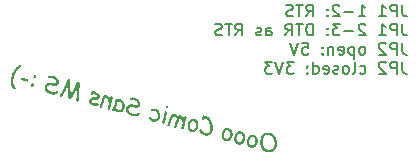
<source format=gbo>
G04 #@! TF.GenerationSoftware,KiCad,Pcbnew,7.0.1*
G04 #@! TF.CreationDate,2023-03-31T20:55:01+02:00*
G04 #@! TF.ProjectId,PMOD USB UART,504d4f44-2055-4534-9220-554152542e6b,V1.0*
G04 #@! TF.SameCoordinates,Original*
G04 #@! TF.FileFunction,Legend,Bot*
G04 #@! TF.FilePolarity,Positive*
%FSLAX46Y46*%
G04 Gerber Fmt 4.6, Leading zero omitted, Abs format (unit mm)*
G04 Created by KiCad (PCBNEW 7.0.1) date 2023-03-31 20:55:01*
%MOMM*%
%LPD*%
G01*
G04 APERTURE LIST*
%ADD10C,0.150000*%
%ADD11R,1.700000X1.700000*%
%ADD12O,1.700000X1.700000*%
%ADD13C,1.700000*%
%ADD14C,3.500000*%
G04 APERTURE END LIST*
D10*
G36*
X125222725Y-110268768D02*
G01*
X125240055Y-110269513D01*
X125257635Y-110270636D01*
X125275465Y-110272139D01*
X125293545Y-110274021D01*
X125311876Y-110276282D01*
X125330457Y-110278922D01*
X125349289Y-110281940D01*
X125368371Y-110285338D01*
X125387703Y-110289115D01*
X125407286Y-110293270D01*
X125427119Y-110297805D01*
X125447202Y-110302718D01*
X125467535Y-110308011D01*
X125488620Y-110313991D01*
X125509319Y-110320530D01*
X125529633Y-110327627D01*
X125549562Y-110335282D01*
X125569106Y-110343496D01*
X125588265Y-110352268D01*
X125607038Y-110361598D01*
X125625426Y-110371486D01*
X125643429Y-110381933D01*
X125661047Y-110392939D01*
X125678280Y-110404502D01*
X125695128Y-110416624D01*
X125711590Y-110429304D01*
X125727667Y-110442543D01*
X125743359Y-110456340D01*
X125758666Y-110470695D01*
X125773588Y-110485609D01*
X125788124Y-110501080D01*
X125802275Y-110517111D01*
X125816042Y-110533699D01*
X125829423Y-110550846D01*
X125842418Y-110568551D01*
X125855029Y-110586815D01*
X125867254Y-110605636D01*
X125879095Y-110625016D01*
X125890550Y-110644955D01*
X125901620Y-110665452D01*
X125912304Y-110686507D01*
X125922604Y-110708120D01*
X125932518Y-110730292D01*
X125942048Y-110753022D01*
X125951192Y-110776310D01*
X125958973Y-110797521D01*
X125966321Y-110818750D01*
X125973238Y-110839995D01*
X125979723Y-110861259D01*
X125985775Y-110882540D01*
X125991395Y-110903838D01*
X125996583Y-110925155D01*
X126001339Y-110946488D01*
X126005663Y-110967839D01*
X126009555Y-110989208D01*
X126013014Y-111010594D01*
X126016042Y-111031998D01*
X126018637Y-111053420D01*
X126020800Y-111074859D01*
X126022531Y-111096315D01*
X126023830Y-111117789D01*
X126024696Y-111139281D01*
X126025131Y-111160790D01*
X126025133Y-111182317D01*
X126024703Y-111203861D01*
X126023841Y-111225423D01*
X126022547Y-111247002D01*
X126020821Y-111268599D01*
X126018663Y-111290214D01*
X126016072Y-111311846D01*
X126013050Y-111333495D01*
X126009595Y-111355162D01*
X126005708Y-111376847D01*
X126001389Y-111398549D01*
X125996638Y-111420269D01*
X125991454Y-111442007D01*
X125985839Y-111463761D01*
X125980882Y-111481454D01*
X125975574Y-111498835D01*
X125969918Y-111515903D01*
X125963911Y-111532659D01*
X125957555Y-111549103D01*
X125950849Y-111565234D01*
X125943793Y-111581054D01*
X125936388Y-111596561D01*
X125928633Y-111611755D01*
X125920528Y-111626638D01*
X125912074Y-111641208D01*
X125903269Y-111655467D01*
X125894115Y-111669412D01*
X125884612Y-111683046D01*
X125874759Y-111696368D01*
X125864556Y-111709377D01*
X125854003Y-111722074D01*
X125843101Y-111734458D01*
X125831848Y-111746531D01*
X125820247Y-111758291D01*
X125808295Y-111769739D01*
X125795994Y-111780875D01*
X125783343Y-111791698D01*
X125770343Y-111802210D01*
X125756992Y-111812409D01*
X125743292Y-111822295D01*
X125729243Y-111831870D01*
X125714843Y-111841132D01*
X125700094Y-111850082D01*
X125684995Y-111858720D01*
X125669547Y-111867046D01*
X125653748Y-111875059D01*
X125638678Y-111882222D01*
X125623527Y-111889008D01*
X125608298Y-111895417D01*
X125592990Y-111901449D01*
X125577603Y-111907105D01*
X125562137Y-111912383D01*
X125546592Y-111917285D01*
X125530967Y-111921811D01*
X125515264Y-111925959D01*
X125499481Y-111929731D01*
X125483620Y-111933126D01*
X125467679Y-111936144D01*
X125451659Y-111938785D01*
X125435561Y-111941050D01*
X125419383Y-111942938D01*
X125403126Y-111944449D01*
X125386790Y-111945583D01*
X125370375Y-111946341D01*
X125353881Y-111946722D01*
X125337308Y-111946726D01*
X125320656Y-111946353D01*
X125303925Y-111945603D01*
X125287114Y-111944477D01*
X125270225Y-111942974D01*
X125253257Y-111941094D01*
X125236209Y-111938838D01*
X125219083Y-111936204D01*
X125201877Y-111933194D01*
X125184593Y-111929807D01*
X125167229Y-111926044D01*
X125149786Y-111921903D01*
X125132264Y-111917386D01*
X125111194Y-111911406D01*
X125090536Y-111904866D01*
X125070291Y-111897767D01*
X125050458Y-111890109D01*
X125031039Y-111881892D01*
X125012032Y-111873116D01*
X124993438Y-111863781D01*
X124975257Y-111853886D01*
X124957488Y-111843433D01*
X124940133Y-111832421D01*
X124923190Y-111820849D01*
X124906660Y-111808719D01*
X124890543Y-111796029D01*
X124874838Y-111782780D01*
X124859547Y-111768973D01*
X124844668Y-111754606D01*
X124830202Y-111739680D01*
X124816148Y-111724195D01*
X124802508Y-111708151D01*
X124789280Y-111691548D01*
X124776465Y-111674386D01*
X124764063Y-111656664D01*
X124752074Y-111638384D01*
X124740497Y-111619544D01*
X124729333Y-111600146D01*
X124718582Y-111580188D01*
X124708244Y-111559672D01*
X124698319Y-111538596D01*
X124688806Y-111516961D01*
X124679706Y-111494767D01*
X124671019Y-111472014D01*
X124662745Y-111448702D01*
X124655927Y-111428076D01*
X124649511Y-111407414D01*
X124643497Y-111386716D01*
X124637884Y-111365982D01*
X124632672Y-111345211D01*
X124627863Y-111324405D01*
X124623454Y-111303562D01*
X124619448Y-111282683D01*
X124615843Y-111261768D01*
X124612639Y-111240817D01*
X124609837Y-111219830D01*
X124607437Y-111198807D01*
X124605438Y-111177747D01*
X124603841Y-111156652D01*
X124602645Y-111135520D01*
X124601851Y-111114353D01*
X124601458Y-111093149D01*
X124601464Y-111079472D01*
X124811834Y-111079472D01*
X124811909Y-111096202D01*
X124812288Y-111112899D01*
X124812969Y-111129563D01*
X124813954Y-111146193D01*
X124815242Y-111162789D01*
X124816833Y-111179352D01*
X124818727Y-111195881D01*
X124820924Y-111212377D01*
X124823425Y-111228839D01*
X124826228Y-111245267D01*
X124829335Y-111261662D01*
X124832744Y-111278023D01*
X124836457Y-111294350D01*
X124840473Y-111310644D01*
X124844792Y-111326904D01*
X124849414Y-111343131D01*
X124854339Y-111359324D01*
X124860164Y-111377196D01*
X124866283Y-111394629D01*
X124872698Y-111411623D01*
X124879407Y-111428179D01*
X124886410Y-111444295D01*
X124893708Y-111459973D01*
X124901301Y-111475212D01*
X124909189Y-111490012D01*
X124917371Y-111504373D01*
X124925848Y-111518295D01*
X124934619Y-111531779D01*
X124943685Y-111544823D01*
X124953046Y-111557429D01*
X124962701Y-111569596D01*
X124972651Y-111581323D01*
X124982896Y-111592612D01*
X124993435Y-111603463D01*
X125004269Y-111613874D01*
X125015398Y-111623846D01*
X125026821Y-111633380D01*
X125038539Y-111642475D01*
X125050551Y-111651130D01*
X125062858Y-111659347D01*
X125075460Y-111667125D01*
X125088357Y-111674465D01*
X125101548Y-111681365D01*
X125115033Y-111687827D01*
X125128814Y-111693849D01*
X125142889Y-111699433D01*
X125157259Y-111704578D01*
X125171923Y-111709284D01*
X125186882Y-111713551D01*
X125211876Y-111719767D01*
X125236608Y-111724949D01*
X125261078Y-111729098D01*
X125285285Y-111732214D01*
X125309229Y-111734296D01*
X125332912Y-111735345D01*
X125356331Y-111735360D01*
X125379489Y-111734343D01*
X125402384Y-111732292D01*
X125425016Y-111729207D01*
X125447387Y-111725089D01*
X125469494Y-111719938D01*
X125491340Y-111713754D01*
X125512923Y-111706536D01*
X125534243Y-111698285D01*
X125555301Y-111689000D01*
X125576705Y-111678027D01*
X125597149Y-111666190D01*
X125616634Y-111653488D01*
X125635159Y-111639921D01*
X125652725Y-111625490D01*
X125669331Y-111610195D01*
X125684977Y-111594034D01*
X125699664Y-111577010D01*
X125713392Y-111559120D01*
X125726160Y-111540366D01*
X125737968Y-111520748D01*
X125748817Y-111500265D01*
X125758706Y-111478917D01*
X125767636Y-111456705D01*
X125775606Y-111433629D01*
X125782617Y-111409687D01*
X125787015Y-111392661D01*
X125791084Y-111375642D01*
X125794823Y-111358632D01*
X125798233Y-111341629D01*
X125801313Y-111324635D01*
X125804064Y-111307648D01*
X125806485Y-111290670D01*
X125808577Y-111273699D01*
X125810339Y-111256737D01*
X125811771Y-111239782D01*
X125812874Y-111222835D01*
X125813647Y-111205897D01*
X125814091Y-111188966D01*
X125814205Y-111172044D01*
X125813989Y-111155129D01*
X125813444Y-111138223D01*
X125812569Y-111121324D01*
X125811365Y-111104433D01*
X125809831Y-111087551D01*
X125807968Y-111070676D01*
X125805775Y-111053809D01*
X125803252Y-111036951D01*
X125800400Y-111020100D01*
X125797219Y-111003258D01*
X125793707Y-110986423D01*
X125789867Y-110969596D01*
X125785696Y-110952778D01*
X125781196Y-110935967D01*
X125776367Y-110919164D01*
X125771207Y-110902370D01*
X125765719Y-110885583D01*
X125759900Y-110868804D01*
X125753316Y-110850799D01*
X125746456Y-110833235D01*
X125739322Y-110816113D01*
X125731913Y-110799434D01*
X125724229Y-110783196D01*
X125716271Y-110767400D01*
X125708037Y-110752046D01*
X125699529Y-110737135D01*
X125690747Y-110722665D01*
X125681689Y-110708637D01*
X125672357Y-110695051D01*
X125662750Y-110681907D01*
X125652869Y-110669205D01*
X125642712Y-110656946D01*
X125632281Y-110645128D01*
X125621575Y-110633752D01*
X125610595Y-110622818D01*
X125599339Y-110612326D01*
X125587809Y-110602276D01*
X125576005Y-110592668D01*
X125563925Y-110583502D01*
X125551571Y-110574778D01*
X125538942Y-110566496D01*
X125526038Y-110558656D01*
X125512860Y-110551257D01*
X125499406Y-110544301D01*
X125485679Y-110537787D01*
X125471676Y-110531715D01*
X125457398Y-110526085D01*
X125442846Y-110520896D01*
X125428019Y-110516150D01*
X125412918Y-110511846D01*
X125397924Y-110507926D01*
X125383154Y-110504264D01*
X125368610Y-110500857D01*
X125354290Y-110497707D01*
X125326323Y-110492177D01*
X125299256Y-110487672D01*
X125273086Y-110484194D01*
X125247816Y-110481741D01*
X125223443Y-110480315D01*
X125199969Y-110479914D01*
X125177394Y-110480540D01*
X125155717Y-110482192D01*
X125134939Y-110484869D01*
X125115060Y-110488573D01*
X125096078Y-110493302D01*
X125077996Y-110499058D01*
X125060811Y-110505839D01*
X125044526Y-110513647D01*
X125036293Y-110518158D01*
X125020227Y-110528186D01*
X125004694Y-110539556D01*
X124989692Y-110552270D01*
X124975223Y-110566326D01*
X124961286Y-110581725D01*
X124947880Y-110598466D01*
X124935008Y-110616551D01*
X124922667Y-110635978D01*
X124910858Y-110656747D01*
X124899582Y-110678859D01*
X124888837Y-110702314D01*
X124878625Y-110727112D01*
X124868945Y-110753252D01*
X124859797Y-110780735D01*
X124855423Y-110794980D01*
X124851182Y-110809561D01*
X124847073Y-110824477D01*
X124842602Y-110841712D01*
X124838434Y-110858913D01*
X124834569Y-110876081D01*
X124831008Y-110893215D01*
X124827749Y-110910315D01*
X124824794Y-110927382D01*
X124822141Y-110944416D01*
X124819792Y-110961415D01*
X124817746Y-110978381D01*
X124816003Y-110995314D01*
X124814563Y-111012212D01*
X124813426Y-111029078D01*
X124812592Y-111045909D01*
X124812061Y-111062707D01*
X124811834Y-111079472D01*
X124601464Y-111079472D01*
X124601467Y-111071909D01*
X124601878Y-111050633D01*
X124602690Y-111029321D01*
X124603903Y-111007972D01*
X124605518Y-110986588D01*
X124607535Y-110965167D01*
X124609953Y-110943711D01*
X124612773Y-110922218D01*
X124615995Y-110900689D01*
X124619618Y-110879124D01*
X124623642Y-110857523D01*
X124628068Y-110835885D01*
X124632896Y-110814212D01*
X124638125Y-110792503D01*
X124643756Y-110770757D01*
X124649466Y-110750097D01*
X124655407Y-110729874D01*
X124661579Y-110710089D01*
X124667982Y-110690741D01*
X124674615Y-110671831D01*
X124681480Y-110653358D01*
X124688576Y-110635322D01*
X124695903Y-110617724D01*
X124703460Y-110600564D01*
X124711249Y-110583841D01*
X124719268Y-110567555D01*
X124727519Y-110551707D01*
X124736000Y-110536297D01*
X124744713Y-110521323D01*
X124753656Y-110506788D01*
X124762830Y-110492690D01*
X124772236Y-110479029D01*
X124781872Y-110465806D01*
X124791739Y-110453020D01*
X124801837Y-110440671D01*
X124812166Y-110428761D01*
X124822726Y-110417287D01*
X124833517Y-110406251D01*
X124844539Y-110395653D01*
X124855792Y-110385492D01*
X124867276Y-110375768D01*
X124878991Y-110366482D01*
X124890937Y-110357634D01*
X124903113Y-110349223D01*
X124915521Y-110341249D01*
X124928160Y-110333713D01*
X124941029Y-110326614D01*
X124966426Y-110314083D01*
X124992824Y-110303067D01*
X125020223Y-110293568D01*
X125034298Y-110289386D01*
X125048623Y-110285584D01*
X125063199Y-110282160D01*
X125078025Y-110279116D01*
X125093102Y-110276450D01*
X125108428Y-110274163D01*
X125124006Y-110272256D01*
X125139833Y-110270727D01*
X125155911Y-110269577D01*
X125172239Y-110268806D01*
X125188817Y-110268414D01*
X125205646Y-110268402D01*
X125222725Y-110268768D01*
G37*
G36*
X123945391Y-110441032D02*
G01*
X123969321Y-110443643D01*
X123993623Y-110447875D01*
X124018297Y-110453726D01*
X124033708Y-110458066D01*
X124048798Y-110462742D01*
X124063568Y-110467753D01*
X124078018Y-110473100D01*
X124092147Y-110478783D01*
X124105956Y-110484802D01*
X124119444Y-110491156D01*
X124145461Y-110504871D01*
X124170195Y-110519929D01*
X124193649Y-110536330D01*
X124215821Y-110554073D01*
X124236712Y-110573159D01*
X124256321Y-110593588D01*
X124274650Y-110615359D01*
X124291696Y-110638474D01*
X124307462Y-110662931D01*
X124314864Y-110675663D01*
X124321946Y-110688731D01*
X124328708Y-110702134D01*
X124335149Y-110715873D01*
X124341270Y-110729948D01*
X124347071Y-110744358D01*
X124352551Y-110759104D01*
X124361201Y-110784499D01*
X124368762Y-110810053D01*
X124375235Y-110835766D01*
X124380619Y-110861637D01*
X124384915Y-110887667D01*
X124388122Y-110913856D01*
X124390241Y-110940203D01*
X124391271Y-110966709D01*
X124391213Y-110993374D01*
X124390066Y-111020198D01*
X124387830Y-111047180D01*
X124384506Y-111074321D01*
X124380094Y-111101621D01*
X124374593Y-111129080D01*
X124368003Y-111156697D01*
X124360325Y-111184473D01*
X124355913Y-111198672D01*
X124351303Y-111212619D01*
X124341486Y-111239762D01*
X124330875Y-111265900D01*
X124319469Y-111291034D01*
X124307268Y-111315164D01*
X124294273Y-111338290D01*
X124280482Y-111360411D01*
X124265897Y-111381529D01*
X124250517Y-111401642D01*
X124234343Y-111420752D01*
X124217374Y-111438857D01*
X124199610Y-111455958D01*
X124181051Y-111472055D01*
X124161698Y-111487148D01*
X124141549Y-111501236D01*
X124120607Y-111514321D01*
X124101345Y-111525143D01*
X124081980Y-111534907D01*
X124062510Y-111543611D01*
X124042936Y-111551256D01*
X124023257Y-111557842D01*
X124003474Y-111563368D01*
X123983587Y-111567836D01*
X123963595Y-111571244D01*
X123943499Y-111573593D01*
X123923298Y-111574883D01*
X123902994Y-111575114D01*
X123882584Y-111574286D01*
X123862071Y-111572399D01*
X123841453Y-111569452D01*
X123820730Y-111565446D01*
X123799903Y-111560381D01*
X123774136Y-111552738D01*
X123749385Y-111543888D01*
X123725651Y-111533832D01*
X123702934Y-111522569D01*
X123681233Y-111510101D01*
X123660548Y-111496426D01*
X123640881Y-111481545D01*
X123622229Y-111465457D01*
X123604595Y-111448164D01*
X123587977Y-111429664D01*
X123572375Y-111409958D01*
X123557791Y-111389046D01*
X123544222Y-111366927D01*
X123531671Y-111343603D01*
X123520136Y-111319072D01*
X123509617Y-111293335D01*
X123501262Y-111269965D01*
X123493898Y-111246322D01*
X123487526Y-111222406D01*
X123482146Y-111198216D01*
X123477758Y-111173752D01*
X123474362Y-111149015D01*
X123471958Y-111124005D01*
X123470545Y-111098721D01*
X123470370Y-111088050D01*
X123655326Y-111088050D01*
X123656068Y-111103932D01*
X123657553Y-111119529D01*
X123659781Y-111134843D01*
X123662751Y-111149872D01*
X123666464Y-111164618D01*
X123670920Y-111179080D01*
X123676119Y-111193257D01*
X123682061Y-111207151D01*
X123688745Y-111220761D01*
X123696173Y-111234087D01*
X123703195Y-111245660D01*
X123714442Y-111262038D01*
X123726545Y-111277238D01*
X123739503Y-111291261D01*
X123753317Y-111304107D01*
X123767987Y-111315774D01*
X123783512Y-111326265D01*
X123799892Y-111335578D01*
X123817128Y-111343713D01*
X123835220Y-111350671D01*
X123854167Y-111356451D01*
X123865206Y-111359133D01*
X123881692Y-111362104D01*
X123898089Y-111363811D01*
X123914398Y-111364254D01*
X123930619Y-111363433D01*
X123946752Y-111361349D01*
X123962797Y-111358001D01*
X123978754Y-111353389D01*
X123994623Y-111347514D01*
X124010403Y-111340375D01*
X124026096Y-111331972D01*
X124032279Y-111328229D01*
X124050106Y-111316015D01*
X124066849Y-111302325D01*
X124082508Y-111287157D01*
X124092344Y-111276224D01*
X124101699Y-111264635D01*
X124110572Y-111252389D01*
X124118963Y-111239486D01*
X124126872Y-111225927D01*
X124134299Y-111211712D01*
X124141244Y-111196839D01*
X124147707Y-111181311D01*
X124153689Y-111165125D01*
X124159188Y-111148284D01*
X124164206Y-111130785D01*
X124168696Y-111113014D01*
X124172615Y-111095353D01*
X124175962Y-111077802D01*
X124178737Y-111060362D01*
X124180941Y-111043033D01*
X124182572Y-111025814D01*
X124183632Y-111008705D01*
X124184119Y-110991707D01*
X124184035Y-110974819D01*
X124183379Y-110958042D01*
X124182151Y-110941376D01*
X124180351Y-110924820D01*
X124177979Y-110908374D01*
X124175036Y-110892039D01*
X124171520Y-110875814D01*
X124167433Y-110859700D01*
X124161495Y-110840154D01*
X124154760Y-110821558D01*
X124147227Y-110803913D01*
X124138898Y-110787220D01*
X124129771Y-110771477D01*
X124119848Y-110756685D01*
X124109127Y-110742844D01*
X124097610Y-110729954D01*
X124085295Y-110718016D01*
X124072183Y-110707028D01*
X124058274Y-110696991D01*
X124043568Y-110687905D01*
X124028065Y-110679770D01*
X124011765Y-110672585D01*
X123994668Y-110666352D01*
X123976773Y-110661070D01*
X123962997Y-110657847D01*
X123936235Y-110653995D01*
X123910525Y-110653601D01*
X123885868Y-110656666D01*
X123862263Y-110663190D01*
X123839712Y-110673172D01*
X123818213Y-110686613D01*
X123797766Y-110703512D01*
X123778372Y-110723870D01*
X123769070Y-110735346D01*
X123760031Y-110747687D01*
X123751256Y-110760892D01*
X123742743Y-110774962D01*
X123734493Y-110789896D01*
X123726507Y-110805696D01*
X123718784Y-110822360D01*
X123711324Y-110839888D01*
X123704127Y-110858281D01*
X123697194Y-110877539D01*
X123690523Y-110897662D01*
X123684116Y-110918649D01*
X123677972Y-110940501D01*
X123672091Y-110963217D01*
X123666473Y-110986798D01*
X123662759Y-111004383D01*
X123659787Y-111021685D01*
X123657557Y-111038702D01*
X123656071Y-111055435D01*
X123655327Y-111071885D01*
X123655326Y-111088050D01*
X123470370Y-111088050D01*
X123470125Y-111073163D01*
X123470696Y-111047332D01*
X123472259Y-111021227D01*
X123474814Y-110994849D01*
X123478361Y-110968197D01*
X123482900Y-110941272D01*
X123488431Y-110914073D01*
X123494953Y-110886601D01*
X123501735Y-110861027D01*
X123509056Y-110836094D01*
X123516915Y-110811804D01*
X123525314Y-110788156D01*
X123534252Y-110765151D01*
X123543729Y-110742787D01*
X123553745Y-110721066D01*
X123564300Y-110699988D01*
X123575394Y-110679551D01*
X123587027Y-110659757D01*
X123599200Y-110640605D01*
X123611911Y-110622095D01*
X123625162Y-110604228D01*
X123638951Y-110587002D01*
X123653280Y-110570419D01*
X123668147Y-110554479D01*
X123687242Y-110536033D01*
X123706709Y-110519208D01*
X123726547Y-110504002D01*
X123746758Y-110490416D01*
X123767340Y-110478450D01*
X123788295Y-110468103D01*
X123809621Y-110459376D01*
X123831319Y-110452269D01*
X123853390Y-110446782D01*
X123875832Y-110442915D01*
X123898646Y-110440667D01*
X123921833Y-110440040D01*
X123945391Y-110441032D01*
G37*
G36*
X122879502Y-110155428D02*
G01*
X122903432Y-110158039D01*
X122927735Y-110162271D01*
X122952409Y-110168122D01*
X122967819Y-110172462D01*
X122982909Y-110177138D01*
X122997679Y-110182149D01*
X123012129Y-110187496D01*
X123026258Y-110193179D01*
X123040067Y-110199198D01*
X123053556Y-110205552D01*
X123079572Y-110219267D01*
X123104307Y-110234325D01*
X123127760Y-110250726D01*
X123149932Y-110268469D01*
X123170823Y-110287555D01*
X123190433Y-110307984D01*
X123208761Y-110329755D01*
X123225808Y-110352870D01*
X123241573Y-110377327D01*
X123248976Y-110390059D01*
X123256057Y-110403126D01*
X123262819Y-110416530D01*
X123269260Y-110430269D01*
X123275381Y-110444344D01*
X123281182Y-110458754D01*
X123286662Y-110473500D01*
X123295312Y-110498895D01*
X123302873Y-110524449D01*
X123309346Y-110550162D01*
X123314731Y-110576033D01*
X123319026Y-110602063D01*
X123322234Y-110628252D01*
X123324352Y-110654599D01*
X123325382Y-110681105D01*
X123325324Y-110707770D01*
X123324177Y-110734594D01*
X123321942Y-110761576D01*
X123318618Y-110788717D01*
X123314205Y-110816017D01*
X123308704Y-110843476D01*
X123302114Y-110871093D01*
X123294436Y-110898869D01*
X123290025Y-110913068D01*
X123285414Y-110927015D01*
X123275598Y-110954158D01*
X123264986Y-110980296D01*
X123253580Y-111005430D01*
X123241379Y-111029560D01*
X123228384Y-111052686D01*
X123214594Y-111074807D01*
X123200009Y-111095925D01*
X123184629Y-111116038D01*
X123168454Y-111135148D01*
X123151485Y-111153253D01*
X123133721Y-111170354D01*
X123115162Y-111186451D01*
X123095809Y-111201544D01*
X123075661Y-111215632D01*
X123054718Y-111228717D01*
X123035457Y-111239539D01*
X123016091Y-111249303D01*
X122996621Y-111258007D01*
X122977047Y-111265652D01*
X122957369Y-111272238D01*
X122937586Y-111277764D01*
X122917698Y-111282232D01*
X122897706Y-111285640D01*
X122877610Y-111287989D01*
X122857410Y-111289279D01*
X122837105Y-111289510D01*
X122816696Y-111288682D01*
X122796182Y-111286794D01*
X122775564Y-111283848D01*
X122754842Y-111279842D01*
X122734015Y-111274777D01*
X122708247Y-111267134D01*
X122683497Y-111258284D01*
X122659763Y-111248228D01*
X122637045Y-111236965D01*
X122615344Y-111224497D01*
X122594660Y-111210822D01*
X122574992Y-111195941D01*
X122556341Y-111179853D01*
X122538706Y-111162560D01*
X122522088Y-111144060D01*
X122506487Y-111124354D01*
X122491902Y-111103442D01*
X122478334Y-111081323D01*
X122465782Y-111057999D01*
X122454247Y-111033468D01*
X122443729Y-111007730D01*
X122435373Y-110984361D01*
X122428009Y-110960718D01*
X122421638Y-110936802D01*
X122416258Y-110912612D01*
X122411870Y-110888148D01*
X122408473Y-110863411D01*
X122406069Y-110838401D01*
X122404657Y-110813117D01*
X122404481Y-110802446D01*
X122589438Y-110802446D01*
X122590180Y-110818328D01*
X122591664Y-110833925D01*
X122593892Y-110849239D01*
X122596862Y-110864268D01*
X122600576Y-110879014D01*
X122605032Y-110893476D01*
X122610231Y-110907653D01*
X122616172Y-110921547D01*
X122622857Y-110935157D01*
X122630284Y-110948483D01*
X122637307Y-110960056D01*
X122648554Y-110976434D01*
X122660656Y-110991634D01*
X122673615Y-111005657D01*
X122687429Y-111018503D01*
X122702098Y-111030170D01*
X122717623Y-111040661D01*
X122734003Y-111049974D01*
X122751240Y-111058109D01*
X122769331Y-111065067D01*
X122788278Y-111070847D01*
X122799318Y-111073529D01*
X122815803Y-111076500D01*
X122832200Y-111078207D01*
X122848509Y-111078650D01*
X122864731Y-111077829D01*
X122880864Y-111075745D01*
X122896908Y-111072397D01*
X122912865Y-111067785D01*
X122928734Y-111061910D01*
X122944515Y-111054771D01*
X122960207Y-111046368D01*
X122966391Y-111042625D01*
X122984218Y-111030411D01*
X123000960Y-111016721D01*
X123016619Y-111001553D01*
X123026455Y-110990620D01*
X123035810Y-110979031D01*
X123044683Y-110966785D01*
X123053074Y-110953882D01*
X123060983Y-110940323D01*
X123068410Y-110926108D01*
X123075355Y-110911235D01*
X123081818Y-110895707D01*
X123087800Y-110879521D01*
X123093299Y-110862680D01*
X123098317Y-110845181D01*
X123102808Y-110827410D01*
X123106727Y-110809749D01*
X123110074Y-110792198D01*
X123112849Y-110774758D01*
X123115052Y-110757429D01*
X123116683Y-110740210D01*
X123117743Y-110723101D01*
X123118230Y-110706103D01*
X123118146Y-110689215D01*
X123117490Y-110672438D01*
X123116262Y-110655772D01*
X123114462Y-110639216D01*
X123112091Y-110622770D01*
X123109147Y-110606435D01*
X123105632Y-110590210D01*
X123101544Y-110574096D01*
X123095606Y-110554550D01*
X123088871Y-110535954D01*
X123081339Y-110518309D01*
X123073009Y-110501616D01*
X123063883Y-110485873D01*
X123053959Y-110471081D01*
X123043238Y-110457240D01*
X123031721Y-110444350D01*
X123019406Y-110432412D01*
X123006294Y-110421424D01*
X122992385Y-110411387D01*
X122977679Y-110402301D01*
X122962176Y-110394165D01*
X122945876Y-110386981D01*
X122928779Y-110380748D01*
X122910885Y-110375466D01*
X122897109Y-110372243D01*
X122870346Y-110368391D01*
X122844636Y-110367997D01*
X122819979Y-110371062D01*
X122796375Y-110377586D01*
X122773823Y-110387568D01*
X122752324Y-110401009D01*
X122731877Y-110417908D01*
X122712484Y-110438266D01*
X122703182Y-110449742D01*
X122694143Y-110462083D01*
X122685367Y-110475288D01*
X122676854Y-110489358D01*
X122668605Y-110504292D01*
X122660618Y-110520092D01*
X122652895Y-110536756D01*
X122645435Y-110554284D01*
X122638239Y-110572677D01*
X122631305Y-110591935D01*
X122624635Y-110612058D01*
X122618227Y-110633045D01*
X122612083Y-110654897D01*
X122606202Y-110677613D01*
X122600585Y-110701194D01*
X122596870Y-110718779D01*
X122593898Y-110736081D01*
X122591669Y-110753098D01*
X122590182Y-110769831D01*
X122589439Y-110786281D01*
X122589438Y-110802446D01*
X122404481Y-110802446D01*
X122404236Y-110787559D01*
X122404807Y-110761728D01*
X122406370Y-110735623D01*
X122408926Y-110709245D01*
X122412473Y-110682593D01*
X122417011Y-110655668D01*
X122422542Y-110628469D01*
X122429065Y-110600997D01*
X122435846Y-110575423D01*
X122443167Y-110550490D01*
X122451027Y-110526200D01*
X122459425Y-110502552D01*
X122468363Y-110479547D01*
X122477840Y-110457183D01*
X122487856Y-110435462D01*
X122498411Y-110414384D01*
X122509505Y-110393947D01*
X122521139Y-110374153D01*
X122533311Y-110355001D01*
X122546022Y-110336491D01*
X122559273Y-110318624D01*
X122573062Y-110301398D01*
X122587391Y-110284815D01*
X122602259Y-110268875D01*
X122621353Y-110250429D01*
X122640820Y-110233604D01*
X122660658Y-110218398D01*
X122680869Y-110204812D01*
X122701451Y-110192846D01*
X122722406Y-110182499D01*
X122743732Y-110173772D01*
X122765431Y-110166665D01*
X122787501Y-110161178D01*
X122809943Y-110157311D01*
X122832758Y-110155063D01*
X122855944Y-110154436D01*
X122879502Y-110155428D01*
G37*
G36*
X121813613Y-109869824D02*
G01*
X121837544Y-109872435D01*
X121861846Y-109876667D01*
X121886520Y-109882518D01*
X121901931Y-109886858D01*
X121917021Y-109891534D01*
X121931791Y-109896545D01*
X121946240Y-109901892D01*
X121960370Y-109907575D01*
X121974178Y-109913594D01*
X121987667Y-109919948D01*
X122013683Y-109933663D01*
X122038418Y-109948721D01*
X122061872Y-109965122D01*
X122084044Y-109982865D01*
X122104935Y-110001951D01*
X122124544Y-110022380D01*
X122142872Y-110044151D01*
X122159919Y-110067266D01*
X122175685Y-110091723D01*
X122183087Y-110104455D01*
X122190169Y-110117522D01*
X122196930Y-110130926D01*
X122203372Y-110144665D01*
X122209493Y-110158740D01*
X122215293Y-110173150D01*
X122220773Y-110187896D01*
X122229423Y-110213291D01*
X122236985Y-110238845D01*
X122243458Y-110264558D01*
X122248842Y-110290429D01*
X122253138Y-110316459D01*
X122256345Y-110342648D01*
X122258464Y-110368995D01*
X122259494Y-110395501D01*
X122259435Y-110422166D01*
X122258288Y-110448990D01*
X122256053Y-110475972D01*
X122252729Y-110503113D01*
X122248316Y-110530413D01*
X122242815Y-110557872D01*
X122236226Y-110585489D01*
X122228548Y-110613265D01*
X122224136Y-110627464D01*
X122219526Y-110641411D01*
X122209709Y-110668554D01*
X122199098Y-110694692D01*
X122187692Y-110719826D01*
X122175491Y-110743956D01*
X122162495Y-110767082D01*
X122148705Y-110789203D01*
X122134120Y-110810321D01*
X122118740Y-110830434D01*
X122102566Y-110849544D01*
X122085596Y-110867649D01*
X122067832Y-110884750D01*
X122049274Y-110900847D01*
X122029920Y-110915940D01*
X122009772Y-110930028D01*
X121988829Y-110943113D01*
X121969568Y-110953935D01*
X121950203Y-110963699D01*
X121930733Y-110972403D01*
X121911158Y-110980048D01*
X121891480Y-110986634D01*
X121871697Y-110992160D01*
X121851809Y-110996628D01*
X121831818Y-111000036D01*
X121811722Y-111002385D01*
X121791521Y-111003675D01*
X121771216Y-111003906D01*
X121750807Y-111003078D01*
X121730293Y-111001190D01*
X121709675Y-110998244D01*
X121688953Y-110994238D01*
X121668126Y-110989173D01*
X121642359Y-110981530D01*
X121617608Y-110972680D01*
X121593874Y-110962624D01*
X121571156Y-110951361D01*
X121549455Y-110938893D01*
X121528771Y-110925218D01*
X121509103Y-110910337D01*
X121490452Y-110894249D01*
X121472817Y-110876956D01*
X121456199Y-110858456D01*
X121440598Y-110838750D01*
X121426013Y-110817838D01*
X121412445Y-110795719D01*
X121399893Y-110772395D01*
X121388358Y-110747864D01*
X121377840Y-110722126D01*
X121369484Y-110698757D01*
X121362121Y-110675114D01*
X121355749Y-110651198D01*
X121350369Y-110627008D01*
X121345981Y-110602544D01*
X121342585Y-110577807D01*
X121340180Y-110552797D01*
X121338768Y-110527513D01*
X121338592Y-110516842D01*
X121523549Y-110516842D01*
X121524291Y-110532724D01*
X121525776Y-110548321D01*
X121528003Y-110563635D01*
X121530974Y-110578664D01*
X121534687Y-110593410D01*
X121539143Y-110607872D01*
X121544342Y-110622049D01*
X121550283Y-110635943D01*
X121556968Y-110649553D01*
X121564395Y-110662879D01*
X121571418Y-110674452D01*
X121582665Y-110690830D01*
X121594768Y-110706030D01*
X121607726Y-110720053D01*
X121621540Y-110732899D01*
X121636209Y-110744566D01*
X121651734Y-110755057D01*
X121668115Y-110764370D01*
X121685351Y-110772505D01*
X121703442Y-110779463D01*
X121722390Y-110785243D01*
X121733429Y-110787925D01*
X121749914Y-110790896D01*
X121766312Y-110792603D01*
X121782621Y-110793046D01*
X121798842Y-110792225D01*
X121814975Y-110790141D01*
X121831020Y-110786793D01*
X121846977Y-110782181D01*
X121862845Y-110776306D01*
X121878626Y-110769166D01*
X121894319Y-110760764D01*
X121900502Y-110757021D01*
X121918329Y-110744807D01*
X121935072Y-110731117D01*
X121950730Y-110715949D01*
X121960567Y-110705016D01*
X121969921Y-110693427D01*
X121978794Y-110681181D01*
X121987185Y-110668278D01*
X121995094Y-110654719D01*
X122002521Y-110640504D01*
X122009466Y-110625631D01*
X122015930Y-110610103D01*
X122021911Y-110593917D01*
X122027411Y-110577076D01*
X122032428Y-110559577D01*
X122036919Y-110541806D01*
X122040838Y-110524145D01*
X122044185Y-110506594D01*
X122046960Y-110489154D01*
X122049163Y-110471825D01*
X122050795Y-110454605D01*
X122051854Y-110437497D01*
X122052342Y-110420499D01*
X122052258Y-110403611D01*
X122051601Y-110386834D01*
X122050373Y-110370168D01*
X122048574Y-110353612D01*
X122046202Y-110337166D01*
X122043258Y-110320831D01*
X122039743Y-110304606D01*
X122035656Y-110288492D01*
X122029717Y-110268946D01*
X122022982Y-110250350D01*
X122015450Y-110232705D01*
X122007120Y-110216012D01*
X121997994Y-110200269D01*
X121988070Y-110185477D01*
X121977350Y-110171636D01*
X121965832Y-110158746D01*
X121953517Y-110146808D01*
X121940406Y-110135820D01*
X121926497Y-110125783D01*
X121911791Y-110116697D01*
X121896288Y-110108561D01*
X121879987Y-110101377D01*
X121862890Y-110095144D01*
X121844996Y-110089862D01*
X121831220Y-110086639D01*
X121804458Y-110082787D01*
X121778748Y-110082393D01*
X121754091Y-110085458D01*
X121730486Y-110091982D01*
X121707934Y-110101964D01*
X121686435Y-110115405D01*
X121665989Y-110132304D01*
X121646595Y-110152662D01*
X121637293Y-110164138D01*
X121628254Y-110176479D01*
X121619478Y-110189684D01*
X121610966Y-110203754D01*
X121602716Y-110218688D01*
X121594730Y-110234488D01*
X121587007Y-110251152D01*
X121579547Y-110268680D01*
X121572350Y-110287073D01*
X121565416Y-110306331D01*
X121558746Y-110326454D01*
X121552339Y-110347441D01*
X121546195Y-110369293D01*
X121540314Y-110392009D01*
X121534696Y-110415590D01*
X121530981Y-110433175D01*
X121528009Y-110450477D01*
X121525780Y-110467494D01*
X121524293Y-110484227D01*
X121523550Y-110500677D01*
X121523549Y-110516842D01*
X121338592Y-110516842D01*
X121338347Y-110501955D01*
X121338919Y-110476124D01*
X121340482Y-110450019D01*
X121343037Y-110423641D01*
X121346584Y-110396989D01*
X121351123Y-110370064D01*
X121356653Y-110342865D01*
X121363176Y-110315393D01*
X121369958Y-110289819D01*
X121377278Y-110264886D01*
X121385138Y-110240596D01*
X121393537Y-110216948D01*
X121402475Y-110193943D01*
X121411952Y-110171579D01*
X121421968Y-110149858D01*
X121432523Y-110128780D01*
X121443617Y-110108343D01*
X121455250Y-110088549D01*
X121467422Y-110069397D01*
X121480134Y-110050887D01*
X121493384Y-110033020D01*
X121507174Y-110015794D01*
X121521502Y-109999211D01*
X121536370Y-109983271D01*
X121555465Y-109964825D01*
X121574931Y-109948000D01*
X121594770Y-109932794D01*
X121614980Y-109919208D01*
X121635563Y-109907242D01*
X121656517Y-109896895D01*
X121677844Y-109888168D01*
X121699542Y-109881061D01*
X121721612Y-109875574D01*
X121744055Y-109871707D01*
X121766869Y-109869459D01*
X121790055Y-109868832D01*
X121813613Y-109869824D01*
G37*
G36*
X119724519Y-109206114D02*
G01*
X119740250Y-109209114D01*
X119755593Y-109209581D01*
X119770548Y-109207513D01*
X119785115Y-109202912D01*
X119799295Y-109195777D01*
X119813086Y-109186109D01*
X119826490Y-109173907D01*
X119839506Y-109159171D01*
X119850374Y-109146301D01*
X119860704Y-109134911D01*
X119872858Y-109122753D01*
X119884171Y-109112908D01*
X119896635Y-109104144D01*
X119911369Y-109097638D01*
X119926924Y-109096828D01*
X119943437Y-109098452D01*
X119960371Y-109101267D01*
X119975995Y-109104476D01*
X119993466Y-109108535D01*
X120007781Y-109112137D01*
X120017901Y-109114804D01*
X120035792Y-109120551D01*
X120053459Y-109128143D01*
X120070901Y-109137580D01*
X120088118Y-109148862D01*
X120105110Y-109161989D01*
X120121878Y-109176961D01*
X120138421Y-109193778D01*
X120154739Y-109212441D01*
X120170832Y-109232948D01*
X120186701Y-109255301D01*
X120202344Y-109279498D01*
X120210082Y-109292289D01*
X120217764Y-109305541D01*
X120225389Y-109319255D01*
X120232958Y-109333429D01*
X120240471Y-109348065D01*
X120247928Y-109363162D01*
X120255328Y-109378721D01*
X120262672Y-109394740D01*
X120269961Y-109411221D01*
X120277193Y-109428164D01*
X120286782Y-109451158D01*
X120295923Y-109473965D01*
X120304613Y-109496585D01*
X120312853Y-109519017D01*
X120320644Y-109541262D01*
X120327984Y-109563320D01*
X120334875Y-109585191D01*
X120341316Y-109606875D01*
X120347307Y-109628371D01*
X120352848Y-109649680D01*
X120357939Y-109670802D01*
X120362580Y-109691737D01*
X120366772Y-109712485D01*
X120370513Y-109733045D01*
X120373805Y-109753418D01*
X120376647Y-109773604D01*
X120379039Y-109793603D01*
X120380981Y-109813414D01*
X120382473Y-109833039D01*
X120383515Y-109852476D01*
X120384108Y-109871725D01*
X120384250Y-109890788D01*
X120383943Y-109909663D01*
X120383186Y-109928352D01*
X120381979Y-109946853D01*
X120380322Y-109965166D01*
X120378215Y-109983293D01*
X120375659Y-110001232D01*
X120372652Y-110018984D01*
X120369196Y-110036549D01*
X120365289Y-110053927D01*
X120360933Y-110071117D01*
X120356217Y-110087430D01*
X120350935Y-110103280D01*
X120345086Y-110118666D01*
X120338670Y-110133590D01*
X120331689Y-110148051D01*
X120324141Y-110162049D01*
X120316026Y-110175584D01*
X120307345Y-110188656D01*
X120298098Y-110201265D01*
X120288284Y-110213412D01*
X120277904Y-110225095D01*
X120266958Y-110236316D01*
X120255445Y-110247074D01*
X120243366Y-110257368D01*
X120230720Y-110267200D01*
X120217508Y-110276569D01*
X120203607Y-110285613D01*
X120189638Y-110293814D01*
X120175602Y-110301174D01*
X120161497Y-110307692D01*
X120147325Y-110313368D01*
X120133085Y-110318202D01*
X120118777Y-110322194D01*
X120104402Y-110325344D01*
X120082712Y-110328491D01*
X120060869Y-110329743D01*
X120038874Y-110329101D01*
X120024126Y-110327620D01*
X120009310Y-110325298D01*
X119994426Y-110322134D01*
X119986959Y-110320236D01*
X119967889Y-110314649D01*
X119949034Y-110308167D01*
X119930392Y-110300788D01*
X119911963Y-110292513D01*
X119893747Y-110283342D01*
X119875746Y-110273275D01*
X119857957Y-110262311D01*
X119840382Y-110250452D01*
X119823021Y-110237696D01*
X119805873Y-110224044D01*
X119794560Y-110214444D01*
X119781330Y-110202288D01*
X119770450Y-110191694D01*
X119758749Y-110179832D01*
X119746228Y-110166704D01*
X119732886Y-110152309D01*
X119718723Y-110136648D01*
X119708825Y-110125503D01*
X119698563Y-110113796D01*
X119687935Y-110101525D01*
X119676943Y-110088692D01*
X119665587Y-110075296D01*
X119653865Y-110061336D01*
X119647868Y-110054145D01*
X119636677Y-110041013D01*
X119626011Y-110029372D01*
X119613417Y-110016919D01*
X119601643Y-110006797D01*
X119588597Y-109997727D01*
X119574868Y-109991389D01*
X119573038Y-109990856D01*
X119557178Y-109987807D01*
X119541714Y-109987263D01*
X119526645Y-109989226D01*
X119511971Y-109993695D01*
X119497692Y-110000669D01*
X119493020Y-110003551D01*
X119479924Y-110012981D01*
X119468728Y-110023480D01*
X119459432Y-110035048D01*
X119450989Y-110049895D01*
X119445811Y-110063780D01*
X119445132Y-110066198D01*
X119442154Y-110082637D01*
X119442039Y-110099043D01*
X119444786Y-110115416D01*
X119450395Y-110131755D01*
X119457256Y-110145346D01*
X119462326Y-110153490D01*
X119474981Y-110171932D01*
X119487768Y-110189931D01*
X119500686Y-110207489D01*
X119513736Y-110224603D01*
X119526919Y-110241275D01*
X119540233Y-110257505D01*
X119553679Y-110273292D01*
X119567257Y-110288636D01*
X119580967Y-110303539D01*
X119594808Y-110317998D01*
X119608782Y-110332016D01*
X119622887Y-110345590D01*
X119637125Y-110358723D01*
X119651494Y-110371412D01*
X119665995Y-110383660D01*
X119680628Y-110395465D01*
X119695393Y-110406827D01*
X119710290Y-110417747D01*
X119725319Y-110428224D01*
X119740479Y-110438259D01*
X119755772Y-110447852D01*
X119771196Y-110457002D01*
X119786753Y-110465709D01*
X119802441Y-110473974D01*
X119818261Y-110481797D01*
X119834213Y-110489177D01*
X119850297Y-110496115D01*
X119866513Y-110502610D01*
X119882861Y-110508663D01*
X119899340Y-110514273D01*
X119915952Y-110519441D01*
X119932695Y-110524166D01*
X119958360Y-110530366D01*
X119983866Y-110535169D01*
X120009214Y-110538575D01*
X120034402Y-110540585D01*
X120059430Y-110541197D01*
X120084300Y-110540413D01*
X120109011Y-110538232D01*
X120133562Y-110534654D01*
X120157955Y-110529680D01*
X120182188Y-110523308D01*
X120206263Y-110515540D01*
X120230178Y-110506375D01*
X120253934Y-110495814D01*
X120277531Y-110483855D01*
X120300969Y-110470499D01*
X120324247Y-110455747D01*
X120346173Y-110440428D01*
X120367145Y-110424376D01*
X120387163Y-110407592D01*
X120406228Y-110390075D01*
X120424340Y-110371825D01*
X120441498Y-110352843D01*
X120457703Y-110333129D01*
X120472955Y-110312682D01*
X120487253Y-110291502D01*
X120500597Y-110269590D01*
X120512988Y-110246945D01*
X120524426Y-110223568D01*
X120534910Y-110199458D01*
X120544441Y-110174615D01*
X120553018Y-110149040D01*
X120560642Y-110122733D01*
X120566143Y-110101099D01*
X120571100Y-110079284D01*
X120575515Y-110057287D01*
X120579386Y-110035108D01*
X120582714Y-110012747D01*
X120585499Y-109990205D01*
X120587740Y-109967480D01*
X120589439Y-109944574D01*
X120590594Y-109921486D01*
X120591206Y-109898216D01*
X120591275Y-109874764D01*
X120590801Y-109851130D01*
X120589784Y-109827315D01*
X120588223Y-109803318D01*
X120586120Y-109779138D01*
X120583473Y-109754777D01*
X120580283Y-109730234D01*
X120576549Y-109705510D01*
X120572273Y-109680603D01*
X120567453Y-109655515D01*
X120562091Y-109630245D01*
X120556185Y-109604792D01*
X120549736Y-109579158D01*
X120542743Y-109553343D01*
X120535208Y-109527345D01*
X120527129Y-109501166D01*
X120518508Y-109474804D01*
X120509343Y-109448261D01*
X120499634Y-109421536D01*
X120489383Y-109394629D01*
X120478589Y-109367541D01*
X120467251Y-109340270D01*
X120457493Y-109317751D01*
X120447568Y-109295819D01*
X120437478Y-109274474D01*
X120427221Y-109253716D01*
X120416797Y-109233546D01*
X120406208Y-109213963D01*
X120395452Y-109194968D01*
X120384530Y-109176560D01*
X120373441Y-109158739D01*
X120362187Y-109141505D01*
X120350766Y-109124859D01*
X120339179Y-109108801D01*
X120327425Y-109093329D01*
X120315505Y-109078445D01*
X120303420Y-109064148D01*
X120291167Y-109050439D01*
X120278749Y-109037317D01*
X120266164Y-109024783D01*
X120253413Y-109012835D01*
X120240496Y-109001475D01*
X120227412Y-108990703D01*
X120214162Y-108980517D01*
X120200746Y-108970920D01*
X120187164Y-108961909D01*
X120173415Y-108953486D01*
X120159500Y-108945650D01*
X120145419Y-108938401D01*
X120131171Y-108931740D01*
X120116757Y-108925667D01*
X120102177Y-108920180D01*
X120087431Y-108915281D01*
X120072519Y-108910969D01*
X120057478Y-108907059D01*
X120042878Y-108903509D01*
X120025941Y-108899721D01*
X120009638Y-108896451D01*
X119993970Y-108893697D01*
X119983877Y-108892149D01*
X119969123Y-108890115D01*
X119952593Y-108888466D01*
X119936798Y-108887594D01*
X119921738Y-108887499D01*
X119911432Y-108887908D01*
X119903178Y-108872913D01*
X119893381Y-108859670D01*
X119882040Y-108848181D01*
X119869155Y-108838444D01*
X119854726Y-108830461D01*
X119838754Y-108824231D01*
X119831932Y-108822230D01*
X119815194Y-108819209D01*
X119799305Y-108819343D01*
X119784265Y-108822632D01*
X119770075Y-108829076D01*
X119756735Y-108838676D01*
X119744244Y-108851431D01*
X119732603Y-108867341D01*
X119724429Y-108881345D01*
X119721811Y-108886407D01*
X119714970Y-108900553D01*
X119708242Y-108915396D01*
X119701628Y-108930936D01*
X119695127Y-108947174D01*
X119688740Y-108964108D01*
X119682465Y-108981739D01*
X119676304Y-109000068D01*
X119670256Y-109019093D01*
X119664321Y-109038816D01*
X119658500Y-109059235D01*
X119654682Y-109073236D01*
X119651596Y-109087837D01*
X119650174Y-109104545D01*
X119651096Y-109120901D01*
X119654363Y-109136905D01*
X119658132Y-109148121D01*
X119665598Y-109163785D01*
X119675363Y-109177238D01*
X119687428Y-109188480D01*
X119701791Y-109197511D01*
X119715517Y-109203349D01*
X119724519Y-109206114D01*
G37*
G36*
X118920285Y-109094558D02*
G01*
X118944215Y-109097170D01*
X118968517Y-109101402D01*
X118993191Y-109107253D01*
X119008602Y-109111593D01*
X119023692Y-109116269D01*
X119038462Y-109121280D01*
X119052912Y-109126627D01*
X119067041Y-109132310D01*
X119080850Y-109138328D01*
X119094338Y-109144683D01*
X119120355Y-109158398D01*
X119145089Y-109173456D01*
X119168543Y-109189856D01*
X119190715Y-109207600D01*
X119211606Y-109226686D01*
X119231215Y-109247115D01*
X119249544Y-109268886D01*
X119266590Y-109292001D01*
X119282356Y-109316458D01*
X119289758Y-109329190D01*
X119296840Y-109342257D01*
X119303602Y-109355661D01*
X119310043Y-109369400D01*
X119316164Y-109383475D01*
X119321964Y-109397885D01*
X119327445Y-109412631D01*
X119336095Y-109438026D01*
X119343656Y-109463580D01*
X119350129Y-109489292D01*
X119355513Y-109515164D01*
X119359809Y-109541194D01*
X119363016Y-109567382D01*
X119365135Y-109593730D01*
X119366165Y-109620236D01*
X119366107Y-109646901D01*
X119364960Y-109673725D01*
X119362724Y-109700707D01*
X119359400Y-109727848D01*
X119354988Y-109755148D01*
X119349487Y-109782607D01*
X119342897Y-109810224D01*
X119335219Y-109838000D01*
X119330807Y-109852199D01*
X119326197Y-109866146D01*
X119316380Y-109893289D01*
X119305769Y-109919427D01*
X119294363Y-109944561D01*
X119282162Y-109968691D01*
X119269166Y-109991816D01*
X119255376Y-110013938D01*
X119240791Y-110035056D01*
X119225411Y-110055169D01*
X119209237Y-110074278D01*
X119192268Y-110092384D01*
X119174504Y-110109485D01*
X119155945Y-110125582D01*
X119136592Y-110140675D01*
X119116443Y-110154763D01*
X119095500Y-110167848D01*
X119076239Y-110178670D01*
X119056874Y-110188434D01*
X119037404Y-110197138D01*
X119017830Y-110204783D01*
X118998151Y-110211369D01*
X118978368Y-110216895D01*
X118958481Y-110221363D01*
X118938489Y-110224771D01*
X118918393Y-110227120D01*
X118898192Y-110228410D01*
X118877887Y-110228641D01*
X118857478Y-110227813D01*
X118836965Y-110225925D01*
X118816347Y-110222979D01*
X118795624Y-110218973D01*
X118774797Y-110213908D01*
X118749030Y-110206264D01*
X118724279Y-110197415D01*
X118700545Y-110187358D01*
X118677828Y-110176096D01*
X118656127Y-110163627D01*
X118635442Y-110149953D01*
X118615774Y-110135072D01*
X118597123Y-110118984D01*
X118579489Y-110101691D01*
X118562871Y-110083191D01*
X118547269Y-110063485D01*
X118532685Y-110042573D01*
X118519116Y-110020454D01*
X118506565Y-109997130D01*
X118495030Y-109972599D01*
X118484511Y-109946861D01*
X118476156Y-109923492D01*
X118468792Y-109899849D01*
X118462420Y-109875933D01*
X118457040Y-109851743D01*
X118452652Y-109827279D01*
X118449256Y-109802542D01*
X118446852Y-109777532D01*
X118445439Y-109752248D01*
X118445264Y-109741577D01*
X118630220Y-109741577D01*
X118630962Y-109757459D01*
X118632447Y-109773056D01*
X118634675Y-109788370D01*
X118637645Y-109803399D01*
X118641358Y-109818145D01*
X118645814Y-109832607D01*
X118651013Y-109846784D01*
X118656955Y-109860678D01*
X118663639Y-109874288D01*
X118671066Y-109887614D01*
X118678089Y-109899187D01*
X118689336Y-109915565D01*
X118701439Y-109930765D01*
X118714397Y-109944788D01*
X118728211Y-109957633D01*
X118742881Y-109969301D01*
X118758406Y-109979792D01*
X118774786Y-109989105D01*
X118792022Y-109997240D01*
X118810114Y-110004198D01*
X118829061Y-110009978D01*
X118840100Y-110012660D01*
X118856586Y-110015631D01*
X118872983Y-110017338D01*
X118889292Y-110017781D01*
X118905513Y-110016960D01*
X118921646Y-110014876D01*
X118937691Y-110011528D01*
X118953648Y-110006916D01*
X118969517Y-110001041D01*
X118985297Y-109993901D01*
X119000990Y-109985499D01*
X119007173Y-109981756D01*
X119025000Y-109969542D01*
X119041743Y-109955852D01*
X119057401Y-109940684D01*
X119067238Y-109929751D01*
X119076593Y-109918161D01*
X119085466Y-109905916D01*
X119093856Y-109893013D01*
X119101765Y-109879454D01*
X119109193Y-109865239D01*
X119116138Y-109850366D01*
X119122601Y-109834838D01*
X119128583Y-109818652D01*
X119134082Y-109801810D01*
X119139100Y-109784312D01*
X119143590Y-109766540D01*
X119147509Y-109748879D01*
X119150856Y-109731329D01*
X119153631Y-109713889D01*
X119155835Y-109696559D01*
X119157466Y-109679340D01*
X119158525Y-109662232D01*
X119159013Y-109645234D01*
X119158929Y-109628346D01*
X119158273Y-109611569D01*
X119157045Y-109594903D01*
X119155245Y-109578347D01*
X119152873Y-109561901D01*
X119149930Y-109545566D01*
X119146414Y-109529341D01*
X119142327Y-109513227D01*
X119136389Y-109493681D01*
X119129653Y-109475085D01*
X119122121Y-109457440D01*
X119113792Y-109440747D01*
X119104665Y-109425004D01*
X119094742Y-109410212D01*
X119084021Y-109396371D01*
X119072503Y-109383481D01*
X119060189Y-109371542D01*
X119047077Y-109360554D01*
X119033168Y-109350517D01*
X119018462Y-109341431D01*
X119002959Y-109333296D01*
X118986659Y-109326112D01*
X118969562Y-109319879D01*
X118951667Y-109314597D01*
X118937891Y-109311374D01*
X118911129Y-109307522D01*
X118885419Y-109307128D01*
X118860762Y-109310193D01*
X118837157Y-109316717D01*
X118814606Y-109326699D01*
X118793106Y-109340140D01*
X118772660Y-109357039D01*
X118753266Y-109377397D01*
X118743964Y-109388873D01*
X118734925Y-109401214D01*
X118726149Y-109414419D01*
X118717637Y-109428489D01*
X118709387Y-109443423D01*
X118701401Y-109459223D01*
X118693678Y-109475886D01*
X118686218Y-109493415D01*
X118679021Y-109511808D01*
X118672088Y-109531066D01*
X118665417Y-109551188D01*
X118659010Y-109572176D01*
X118652866Y-109594027D01*
X118646985Y-109616744D01*
X118641367Y-109640325D01*
X118637652Y-109657910D01*
X118634680Y-109675212D01*
X118632451Y-109692229D01*
X118630965Y-109708962D01*
X118630221Y-109725412D01*
X118630220Y-109741577D01*
X118445264Y-109741577D01*
X118445019Y-109726690D01*
X118445590Y-109700859D01*
X118447153Y-109674754D01*
X118449708Y-109648376D01*
X118453255Y-109621724D01*
X118457794Y-109594799D01*
X118463325Y-109567600D01*
X118469847Y-109540128D01*
X118476629Y-109514553D01*
X118483949Y-109489621D01*
X118491809Y-109465331D01*
X118500208Y-109441683D01*
X118509146Y-109418678D01*
X118518623Y-109396314D01*
X118528639Y-109374593D01*
X118539194Y-109353515D01*
X118550288Y-109333078D01*
X118561921Y-109313284D01*
X118574094Y-109294132D01*
X118586805Y-109275622D01*
X118600055Y-109257755D01*
X118613845Y-109240529D01*
X118628174Y-109223946D01*
X118643041Y-109208006D01*
X118662136Y-109189560D01*
X118681602Y-109172735D01*
X118701441Y-109157529D01*
X118721651Y-109143943D01*
X118742234Y-109131976D01*
X118763188Y-109121630D01*
X118784515Y-109112903D01*
X118806213Y-109105796D01*
X118828284Y-109100309D01*
X118850726Y-109096442D01*
X118873540Y-109094194D01*
X118896727Y-109093566D01*
X118920285Y-109094558D01*
G37*
G36*
X116805700Y-109734839D02*
G01*
X116820634Y-109738024D01*
X116839324Y-109739402D01*
X116856617Y-109737502D01*
X116872512Y-109732323D01*
X116887010Y-109723866D01*
X116900111Y-109712131D01*
X116911815Y-109697117D01*
X116919675Y-109683706D01*
X116924479Y-109673740D01*
X116930502Y-109660282D01*
X116936709Y-109646123D01*
X116943101Y-109631264D01*
X116949678Y-109615705D01*
X116956439Y-109599446D01*
X116963385Y-109582486D01*
X116970515Y-109564826D01*
X116977831Y-109546466D01*
X116985331Y-109527406D01*
X116993015Y-109507646D01*
X117000885Y-109487185D01*
X117008938Y-109466024D01*
X117017177Y-109444163D01*
X117025600Y-109421602D01*
X117034208Y-109398341D01*
X117043001Y-109374379D01*
X117159753Y-109074544D01*
X117167033Y-109058147D01*
X117174720Y-109041953D01*
X117182815Y-109025964D01*
X117191318Y-109010179D01*
X117200228Y-108994597D01*
X117209546Y-108979220D01*
X117219271Y-108964047D01*
X117229404Y-108949078D01*
X117240114Y-108934798D01*
X117250508Y-108922121D01*
X117260586Y-108911046D01*
X117273532Y-108898772D01*
X117285916Y-108889345D01*
X117300607Y-108881568D01*
X117317077Y-108878109D01*
X117327355Y-108879364D01*
X117342816Y-108885827D01*
X117358235Y-108895436D01*
X117372229Y-108905889D01*
X117383693Y-108915341D01*
X117395987Y-108926176D01*
X117409110Y-108938393D01*
X117423063Y-108951992D01*
X117437846Y-108966974D01*
X117448162Y-108977730D01*
X117462706Y-108992796D01*
X117476199Y-109007160D01*
X117488639Y-109020822D01*
X117500028Y-109033782D01*
X117510364Y-109046040D01*
X117519649Y-109057596D01*
X117530391Y-109071913D01*
X117539264Y-109084981D01*
X117547725Y-109099562D01*
X117549066Y-109102244D01*
X117544581Y-109119529D01*
X117539974Y-109136775D01*
X117535243Y-109153981D01*
X117530390Y-109171148D01*
X117525414Y-109188275D01*
X117520316Y-109205362D01*
X117515094Y-109222410D01*
X117509750Y-109239419D01*
X117504283Y-109256387D01*
X117498694Y-109273317D01*
X117494899Y-109284581D01*
X117394841Y-109537685D01*
X117387457Y-109556154D01*
X117380333Y-109574245D01*
X117373467Y-109591958D01*
X117366859Y-109609292D01*
X117360509Y-109626249D01*
X117354418Y-109642827D01*
X117348585Y-109659027D01*
X117343011Y-109674849D01*
X117337695Y-109690292D01*
X117332637Y-109705358D01*
X117327838Y-109720045D01*
X117323297Y-109734354D01*
X117316971Y-109755108D01*
X117311225Y-109775011D01*
X117307718Y-109787807D01*
X117304497Y-109803710D01*
X117303510Y-109819038D01*
X117304758Y-109833791D01*
X117309037Y-109850276D01*
X117315125Y-109863784D01*
X117316356Y-109865980D01*
X117324576Y-109878365D01*
X117336216Y-109890701D01*
X117350062Y-109900761D01*
X117363687Y-109907572D01*
X117378934Y-109912711D01*
X117394716Y-109915900D01*
X117409949Y-109916861D01*
X117424631Y-109915595D01*
X117441066Y-109911302D01*
X117454557Y-109905210D01*
X117456752Y-109903978D01*
X117468930Y-109895573D01*
X117481077Y-109883767D01*
X117489724Y-109871931D01*
X117496742Y-109858513D01*
X117502131Y-109843511D01*
X117502871Y-109840857D01*
X117507007Y-109825802D01*
X117511568Y-109809923D01*
X117516556Y-109793218D01*
X117521969Y-109775687D01*
X117527807Y-109757332D01*
X117534071Y-109738151D01*
X117540761Y-109718145D01*
X117547876Y-109697313D01*
X117555417Y-109675656D01*
X117563383Y-109653174D01*
X117571775Y-109629867D01*
X117580593Y-109605734D01*
X117589836Y-109580776D01*
X117599505Y-109554993D01*
X117609599Y-109528384D01*
X117620119Y-109500950D01*
X117625411Y-109487124D01*
X117635677Y-109460089D01*
X117645522Y-109433877D01*
X117654944Y-109408489D01*
X117663944Y-109383923D01*
X117672522Y-109360181D01*
X117680678Y-109337263D01*
X117688412Y-109315167D01*
X117695724Y-109293895D01*
X117702614Y-109273446D01*
X117709081Y-109253820D01*
X117715127Y-109235018D01*
X117720751Y-109217039D01*
X117725952Y-109199883D01*
X117730731Y-109183550D01*
X117735088Y-109168041D01*
X117737109Y-109160595D01*
X117742419Y-109141821D01*
X117748039Y-109123983D01*
X117753968Y-109107081D01*
X117760206Y-109091116D01*
X117766753Y-109076087D01*
X117773610Y-109061994D01*
X117780775Y-109048837D01*
X117790810Y-109032751D01*
X117801395Y-109018330D01*
X117809694Y-109008606D01*
X117821188Y-109018311D01*
X117832524Y-109028707D01*
X117843701Y-109039793D01*
X117854720Y-109051571D01*
X117865580Y-109064039D01*
X117876281Y-109077199D01*
X117886825Y-109091049D01*
X117897209Y-109105590D01*
X117907436Y-109120822D01*
X117917504Y-109136746D01*
X117924127Y-109147745D01*
X118007195Y-109307684D01*
X118012980Y-109322723D01*
X118019602Y-109337894D01*
X118026438Y-109352394D01*
X118032952Y-109365531D01*
X118040209Y-109379626D01*
X118041750Y-109382560D01*
X118037777Y-109398072D01*
X118033682Y-109415412D01*
X118029465Y-109434579D01*
X118026222Y-109450155D01*
X118022909Y-109466759D01*
X118019528Y-109484391D01*
X118016078Y-109503051D01*
X118012560Y-109522740D01*
X118008972Y-109543457D01*
X118006542Y-109557840D01*
X118002935Y-109579145D01*
X117999413Y-109599359D01*
X117995976Y-109618483D01*
X117992625Y-109636517D01*
X117989360Y-109653460D01*
X117986180Y-109669313D01*
X117983086Y-109684075D01*
X117979093Y-109702061D01*
X117975253Y-109718109D01*
X117972472Y-109728872D01*
X117967554Y-109744836D01*
X117961640Y-109760900D01*
X117955373Y-109776227D01*
X117949306Y-109790097D01*
X117942472Y-109804965D01*
X117941013Y-109808059D01*
X117934065Y-109822980D01*
X117927963Y-109836609D01*
X117921757Y-109851258D01*
X117916058Y-109865998D01*
X117911166Y-109881229D01*
X117908338Y-109896063D01*
X117908047Y-109912963D01*
X117910994Y-109929424D01*
X117916099Y-109943183D01*
X117923584Y-109956621D01*
X117932876Y-109969036D01*
X117943403Y-109979728D01*
X117955165Y-109988698D01*
X117968162Y-109995946D01*
X117982394Y-110001470D01*
X117987413Y-110002929D01*
X118008126Y-110006069D01*
X118028067Y-110004182D01*
X118047234Y-109997267D01*
X118065629Y-109985324D01*
X118077462Y-109974569D01*
X118088952Y-109961580D01*
X118100099Y-109946357D01*
X118110902Y-109928898D01*
X118121361Y-109909206D01*
X118131476Y-109887279D01*
X118141248Y-109863118D01*
X118150677Y-109836722D01*
X118155262Y-109822686D01*
X118159762Y-109808091D01*
X118164175Y-109792938D01*
X118168503Y-109777227D01*
X118172560Y-109761400D01*
X118176766Y-109743645D01*
X118180019Y-109729065D01*
X118183355Y-109713400D01*
X118186775Y-109696650D01*
X118190279Y-109678817D01*
X118193867Y-109659899D01*
X118197539Y-109639896D01*
X118201294Y-109618810D01*
X118203844Y-109604150D01*
X118205134Y-109596639D01*
X118207714Y-109581694D01*
X118210258Y-109567231D01*
X118214003Y-109546439D01*
X118217665Y-109526732D01*
X118221242Y-109508109D01*
X118224736Y-109490570D01*
X118228146Y-109474116D01*
X118231472Y-109458746D01*
X118235777Y-109439939D01*
X118239932Y-109423060D01*
X118241954Y-109415344D01*
X118246947Y-109397641D01*
X118251774Y-109381716D01*
X118257342Y-109364222D01*
X118262003Y-109350073D01*
X118267080Y-109335043D01*
X118272574Y-109319130D01*
X118278484Y-109302336D01*
X118284811Y-109284659D01*
X118291554Y-109266101D01*
X118293894Y-109259719D01*
X118300715Y-109240841D01*
X118307130Y-109222827D01*
X118313141Y-109205679D01*
X118318747Y-109189395D01*
X118323947Y-109173976D01*
X118328742Y-109159422D01*
X118334506Y-109141362D01*
X118339550Y-109124839D01*
X118343873Y-109109854D01*
X118345765Y-109102938D01*
X118352694Y-109075492D01*
X118358357Y-109049597D01*
X118362753Y-109025253D01*
X118365884Y-109002460D01*
X118367749Y-108981219D01*
X118368347Y-108961529D01*
X118367680Y-108943390D01*
X118365746Y-108926803D01*
X118362546Y-108911767D01*
X118355373Y-108892121D01*
X118345350Y-108875966D01*
X118332479Y-108863301D01*
X118316760Y-108854126D01*
X118304697Y-108849948D01*
X118289946Y-108847556D01*
X118274888Y-108848201D01*
X118259522Y-108851885D01*
X118243849Y-108858606D01*
X118230553Y-108866528D01*
X118222473Y-108872293D01*
X118209738Y-108882712D01*
X118198594Y-108893482D01*
X118189041Y-108904605D01*
X118179677Y-108918417D01*
X118172605Y-108932737D01*
X118168461Y-108945057D01*
X118164919Y-108960617D01*
X118162234Y-108975283D01*
X118159809Y-108990428D01*
X118157675Y-109005129D01*
X118155553Y-109019784D01*
X118153083Y-109035096D01*
X118150269Y-109050242D01*
X118146764Y-109065645D01*
X118146415Y-109066970D01*
X118116224Y-109171150D01*
X118113121Y-109156133D01*
X118109594Y-109141175D01*
X118105642Y-109126275D01*
X118101265Y-109111434D01*
X118096465Y-109096650D01*
X118091239Y-109081924D01*
X118085589Y-109067257D01*
X118079515Y-109052647D01*
X118073016Y-109038096D01*
X118066093Y-109023603D01*
X118058745Y-109009168D01*
X118050973Y-108994791D01*
X118042776Y-108980473D01*
X118034155Y-108966212D01*
X118025109Y-108952009D01*
X118015638Y-108937865D01*
X118005993Y-108924074D01*
X117996400Y-108911020D01*
X117986858Y-108898702D01*
X117977367Y-108887121D01*
X117963228Y-108871132D01*
X117949205Y-108856800D01*
X117935297Y-108844126D01*
X117921505Y-108833110D01*
X117907830Y-108823752D01*
X117894269Y-108816052D01*
X117880825Y-108810009D01*
X117867497Y-108805624D01*
X117848217Y-108801067D01*
X117829393Y-108797850D01*
X117811025Y-108795973D01*
X117793113Y-108795436D01*
X117775656Y-108796239D01*
X117758655Y-108798382D01*
X117742111Y-108801865D01*
X117726022Y-108806688D01*
X117710388Y-108812851D01*
X117695211Y-108820354D01*
X117680490Y-108829197D01*
X117666224Y-108839380D01*
X117652414Y-108850903D01*
X117639060Y-108863766D01*
X117626162Y-108877969D01*
X117613719Y-108893512D01*
X117606814Y-108877423D01*
X117599378Y-108861872D01*
X117591411Y-108846858D01*
X117582913Y-108832383D01*
X117573885Y-108818445D01*
X117564325Y-108805045D01*
X117554235Y-108792183D01*
X117543614Y-108779858D01*
X117532462Y-108768072D01*
X117520780Y-108756823D01*
X117512696Y-108749622D01*
X117500049Y-108739252D01*
X117486845Y-108729419D01*
X117473084Y-108720124D01*
X117458765Y-108711365D01*
X117443888Y-108703144D01*
X117428455Y-108695461D01*
X117412464Y-108688315D01*
X117395915Y-108681706D01*
X117378810Y-108675635D01*
X117361147Y-108670101D01*
X117349061Y-108666710D01*
X117328537Y-108661966D01*
X117308456Y-108658852D01*
X117288818Y-108657368D01*
X117269623Y-108657514D01*
X117250872Y-108659290D01*
X117232563Y-108662696D01*
X117214699Y-108667733D01*
X117197277Y-108674399D01*
X117180299Y-108682695D01*
X117163764Y-108692621D01*
X117147673Y-108704177D01*
X117132025Y-108717363D01*
X117116820Y-108732180D01*
X117102058Y-108748626D01*
X117087740Y-108766702D01*
X117073865Y-108786408D01*
X117065308Y-108801678D01*
X117058471Y-108815637D01*
X117050356Y-108833194D01*
X117044237Y-108846898D01*
X117037549Y-108862201D01*
X117030294Y-108879103D01*
X117022472Y-108897604D01*
X117014081Y-108917704D01*
X117005123Y-108939403D01*
X116995597Y-108962701D01*
X116985503Y-108987599D01*
X116974842Y-109014096D01*
X116969298Y-109027944D01*
X116963612Y-109042191D01*
X116957785Y-109056839D01*
X116948204Y-109078367D01*
X116938020Y-109101650D01*
X116927232Y-109126689D01*
X116915840Y-109153484D01*
X116909918Y-109167539D01*
X116903845Y-109182033D01*
X116897621Y-109196967D01*
X116891246Y-109212339D01*
X116884720Y-109228149D01*
X116878043Y-109244399D01*
X116871215Y-109261088D01*
X116864237Y-109278215D01*
X116857107Y-109295781D01*
X116849826Y-109313787D01*
X116842395Y-109332231D01*
X116834812Y-109351113D01*
X116827079Y-109370435D01*
X116819195Y-109390196D01*
X116811160Y-109410395D01*
X116802973Y-109431033D01*
X116794636Y-109452110D01*
X116786148Y-109473626D01*
X116777509Y-109495581D01*
X116768720Y-109517975D01*
X116759779Y-109540808D01*
X116750687Y-109564079D01*
X116741444Y-109587789D01*
X116732051Y-109611938D01*
X116728121Y-109626504D01*
X116726779Y-109643221D01*
X116728930Y-109659639D01*
X116734572Y-109675759D01*
X116740740Y-109687090D01*
X116749770Y-109699821D01*
X116760253Y-109710809D01*
X116772191Y-109720052D01*
X116785582Y-109727552D01*
X116800428Y-109733308D01*
X116805700Y-109734839D01*
G37*
G36*
X116674436Y-108218926D02*
G01*
X116689249Y-108222117D01*
X116703829Y-108223690D01*
X116721016Y-108223442D01*
X116737868Y-108220863D01*
X116754385Y-108215955D01*
X116765209Y-108211388D01*
X116780131Y-108202843D01*
X116792841Y-108192799D01*
X116803339Y-108181255D01*
X116811625Y-108168212D01*
X116817700Y-108153670D01*
X116819233Y-108148489D01*
X116822129Y-108132806D01*
X116822353Y-108117340D01*
X116819904Y-108102092D01*
X116814785Y-108087061D01*
X116806993Y-108072248D01*
X116803802Y-108067359D01*
X116794865Y-108055676D01*
X116782799Y-108043376D01*
X116769271Y-108032951D01*
X116754281Y-108024400D01*
X116740672Y-108018707D01*
X116729054Y-108015090D01*
X116714256Y-108011912D01*
X116696846Y-108010270D01*
X116679814Y-108010996D01*
X116663162Y-108014090D01*
X116646888Y-108019552D01*
X116638893Y-108023172D01*
X116624124Y-108031628D01*
X116611535Y-108041603D01*
X116601127Y-108053095D01*
X116592898Y-108066105D01*
X116586850Y-108080632D01*
X116585318Y-108085812D01*
X116582407Y-108101504D01*
X116582136Y-108116997D01*
X116584505Y-108132291D01*
X116589514Y-108147385D01*
X116597164Y-108162280D01*
X116600301Y-108167201D01*
X116610939Y-108180879D01*
X116623083Y-108192720D01*
X116636732Y-108202725D01*
X116651887Y-108210893D01*
X116665667Y-108216296D01*
X116674436Y-108218926D01*
G37*
G36*
X116408084Y-109033195D02*
G01*
X116403727Y-109049255D01*
X116398764Y-109067180D01*
X116394644Y-109081848D01*
X116390183Y-109097564D01*
X116385381Y-109114328D01*
X116380238Y-109132142D01*
X116374754Y-109151004D01*
X116368928Y-109170914D01*
X116362762Y-109191874D01*
X116358462Y-109206430D01*
X116356255Y-109213882D01*
X116351836Y-109228661D01*
X116347570Y-109242977D01*
X116341460Y-109263583D01*
X116335695Y-109283149D01*
X116330276Y-109301674D01*
X116325202Y-109319158D01*
X116320474Y-109335602D01*
X116316091Y-109351004D01*
X116312054Y-109365366D01*
X116307209Y-109382896D01*
X116303978Y-109394829D01*
X116300596Y-109411231D01*
X116299413Y-109426995D01*
X116300427Y-109442121D01*
X116303638Y-109456609D01*
X116309048Y-109470460D01*
X116311339Y-109474935D01*
X116319444Y-109487418D01*
X116331083Y-109499871D01*
X116342932Y-109508735D01*
X116356508Y-109515928D01*
X116371811Y-109521451D01*
X116374530Y-109522209D01*
X116390199Y-109525341D01*
X116405356Y-109526202D01*
X116420001Y-109524793D01*
X116436441Y-109520279D01*
X116449978Y-109513949D01*
X116452184Y-109512674D01*
X116464442Y-109503966D01*
X116475091Y-109493601D01*
X116484131Y-109481578D01*
X116491562Y-109467896D01*
X116497383Y-109452557D01*
X116498966Y-109447076D01*
X116503351Y-109430934D01*
X116508349Y-109412941D01*
X116512502Y-109398233D01*
X116517000Y-109382483D01*
X116521843Y-109365693D01*
X116527032Y-109347862D01*
X116532566Y-109328990D01*
X116538447Y-109309077D01*
X116544672Y-109288124D01*
X116549015Y-109273576D01*
X116551243Y-109266129D01*
X116555662Y-109251352D01*
X116559927Y-109237040D01*
X116566034Y-109216445D01*
X116571794Y-109196897D01*
X116577207Y-109178396D01*
X116582273Y-109160942D01*
X116586992Y-109144534D01*
X116591363Y-109129175D01*
X116595387Y-109114862D01*
X116600212Y-109097406D01*
X116603426Y-109085537D01*
X116608232Y-109067251D01*
X116613086Y-109048091D01*
X116617987Y-109028057D01*
X116622936Y-109007149D01*
X116626262Y-108992725D01*
X116629609Y-108977912D01*
X116632977Y-108962711D01*
X116636366Y-108947122D01*
X116639776Y-108931144D01*
X116643207Y-108914778D01*
X116646659Y-108898023D01*
X116650133Y-108880879D01*
X116653627Y-108863348D01*
X116657143Y-108845428D01*
X116660616Y-108827496D01*
X116664070Y-108809954D01*
X116667506Y-108792800D01*
X116670924Y-108776036D01*
X116674323Y-108759661D01*
X116677705Y-108743676D01*
X116681067Y-108728079D01*
X116684412Y-108712872D01*
X116687738Y-108698054D01*
X116691045Y-108683625D01*
X116695972Y-108662711D01*
X116700858Y-108642673D01*
X116705703Y-108623510D01*
X116710506Y-108605224D01*
X116713972Y-108588458D01*
X116715195Y-108572398D01*
X116714175Y-108557043D01*
X116710913Y-108542395D01*
X116705408Y-108528452D01*
X116703075Y-108523961D01*
X116694779Y-108511427D01*
X116683106Y-108498965D01*
X116671391Y-108490136D01*
X116658097Y-108483019D01*
X116643224Y-108477611D01*
X116640592Y-108476876D01*
X116624816Y-108473716D01*
X116609601Y-108472839D01*
X116594947Y-108474246D01*
X116578560Y-108478775D01*
X116565123Y-108485131D01*
X116562938Y-108486412D01*
X116550550Y-108495124D01*
X116539775Y-108505576D01*
X116530615Y-108517767D01*
X116523068Y-108531698D01*
X116517136Y-108547367D01*
X116515518Y-108552977D01*
X116510711Y-108571263D01*
X116505857Y-108590423D01*
X116500956Y-108610456D01*
X116496007Y-108631364D01*
X116492682Y-108645788D01*
X116489335Y-108660601D01*
X116485967Y-108675802D01*
X116482578Y-108691392D01*
X116479168Y-108707369D01*
X116475737Y-108723736D01*
X116472284Y-108740491D01*
X116468811Y-108757634D01*
X116465316Y-108775166D01*
X116461801Y-108793086D01*
X116458285Y-108811006D01*
X116454790Y-108828538D01*
X116451317Y-108845681D01*
X116447865Y-108862436D01*
X116444434Y-108878802D01*
X116441023Y-108894780D01*
X116437634Y-108910370D01*
X116434267Y-108925571D01*
X116430920Y-108940383D01*
X116427594Y-108954807D01*
X116422645Y-108975715D01*
X116417744Y-108995749D01*
X116412890Y-109014909D01*
X116408084Y-109033195D01*
G37*
G36*
X115489015Y-109333485D02*
G01*
X115514398Y-109339786D01*
X115539501Y-109345010D01*
X115564324Y-109349157D01*
X115588866Y-109352228D01*
X115613128Y-109354222D01*
X115637109Y-109355139D01*
X115660810Y-109354980D01*
X115684230Y-109353743D01*
X115707370Y-109351430D01*
X115730230Y-109348041D01*
X115752809Y-109343574D01*
X115775108Y-109338031D01*
X115797126Y-109331412D01*
X115818864Y-109323715D01*
X115840321Y-109314942D01*
X115861498Y-109305092D01*
X115883145Y-109293727D01*
X115903839Y-109281437D01*
X115923582Y-109268221D01*
X115942372Y-109254081D01*
X115960209Y-109239016D01*
X115977095Y-109223027D01*
X115993028Y-109206112D01*
X116008009Y-109188273D01*
X116022037Y-109169509D01*
X116035113Y-109149819D01*
X116047237Y-109129205D01*
X116058409Y-109107667D01*
X116068629Y-109085203D01*
X116077896Y-109061815D01*
X116086211Y-109037501D01*
X116093573Y-109012263D01*
X116099627Y-108987568D01*
X116104657Y-108962494D01*
X116108662Y-108937042D01*
X116111642Y-108911212D01*
X116113597Y-108885004D01*
X116114528Y-108858417D01*
X116114434Y-108831452D01*
X116113316Y-108804109D01*
X116111172Y-108776387D01*
X116108005Y-108748287D01*
X116103812Y-108719809D01*
X116098595Y-108690953D01*
X116095602Y-108676383D01*
X116092353Y-108661718D01*
X116088848Y-108646959D01*
X116085087Y-108632106D01*
X116081069Y-108617157D01*
X116076796Y-108602114D01*
X116072266Y-108586977D01*
X116067480Y-108571745D01*
X116061931Y-108554974D01*
X116056186Y-108538635D01*
X116050246Y-108522729D01*
X116044111Y-108507257D01*
X116037780Y-108492217D01*
X116031254Y-108477610D01*
X116024533Y-108463436D01*
X116017617Y-108449695D01*
X116010506Y-108436386D01*
X116003199Y-108423511D01*
X115987999Y-108399059D01*
X115972019Y-108376339D01*
X115955257Y-108355350D01*
X115937715Y-108336093D01*
X115919391Y-108318567D01*
X115900287Y-108302773D01*
X115880401Y-108288711D01*
X115859734Y-108276380D01*
X115838287Y-108265781D01*
X115816058Y-108256913D01*
X115793048Y-108249777D01*
X115774485Y-108245247D01*
X115755290Y-108241434D01*
X115735462Y-108238338D01*
X115715002Y-108235959D01*
X115693910Y-108234298D01*
X115672186Y-108233354D01*
X115657352Y-108233123D01*
X115642237Y-108233211D01*
X115626841Y-108233618D01*
X115611163Y-108234343D01*
X115595205Y-108235388D01*
X115578966Y-108236751D01*
X115562446Y-108238433D01*
X115541964Y-108241165D01*
X115522615Y-108244426D01*
X115504399Y-108248215D01*
X115487315Y-108252532D01*
X115471363Y-108257379D01*
X115456544Y-108262754D01*
X115442857Y-108268658D01*
X115424451Y-108278505D01*
X115408593Y-108289541D01*
X115395283Y-108301767D01*
X115384521Y-108315183D01*
X115376307Y-108329787D01*
X115370642Y-108345582D01*
X115367694Y-108360117D01*
X115366689Y-108376919D01*
X115368307Y-108393553D01*
X115372548Y-108410017D01*
X115377182Y-108421675D01*
X115385455Y-108436454D01*
X115395651Y-108448662D01*
X115407769Y-108458301D01*
X115421811Y-108465369D01*
X115430698Y-108468254D01*
X115446599Y-108471164D01*
X115462056Y-108471256D01*
X115477068Y-108468528D01*
X115485216Y-108465794D01*
X115499478Y-108459891D01*
X115513472Y-108454097D01*
X115527196Y-108448410D01*
X115534705Y-108445298D01*
X115553269Y-108439427D01*
X115568486Y-108436319D01*
X115584812Y-108434322D01*
X115602248Y-108433436D01*
X115620793Y-108433660D01*
X115640446Y-108434995D01*
X115661210Y-108437440D01*
X115683082Y-108440996D01*
X115698279Y-108443984D01*
X115713970Y-108447465D01*
X115730154Y-108451440D01*
X115738430Y-108453613D01*
X115757067Y-108460160D01*
X115774889Y-108469595D01*
X115791897Y-108481920D01*
X115802783Y-108491741D01*
X115813308Y-108502846D01*
X115823471Y-108515235D01*
X115833272Y-108528908D01*
X115842711Y-108543865D01*
X115851789Y-108560106D01*
X115860504Y-108577631D01*
X115868858Y-108596439D01*
X115876850Y-108616532D01*
X115884481Y-108637908D01*
X115891749Y-108660568D01*
X115895248Y-108672380D01*
X115901199Y-108694050D01*
X115906527Y-108715216D01*
X115911232Y-108735876D01*
X115915313Y-108756032D01*
X115918772Y-108775683D01*
X115921606Y-108794829D01*
X115923818Y-108813471D01*
X115925406Y-108831607D01*
X115926371Y-108849239D01*
X115926713Y-108866366D01*
X115926431Y-108882988D01*
X115925526Y-108899105D01*
X115923998Y-108914718D01*
X115921846Y-108929825D01*
X115919071Y-108944428D01*
X115915673Y-108958526D01*
X115911370Y-108973185D01*
X115906475Y-108987258D01*
X115898020Y-109007270D01*
X115888232Y-109025964D01*
X115877110Y-109043341D01*
X115864654Y-109059401D01*
X115850864Y-109074143D01*
X115835740Y-109087567D01*
X115819283Y-109099674D01*
X115801492Y-109110464D01*
X115782367Y-109119936D01*
X115775696Y-109122801D01*
X115756532Y-109130002D01*
X115736833Y-109135847D01*
X115716597Y-109140334D01*
X115695824Y-109143465D01*
X115674515Y-109145238D01*
X115652670Y-109145654D01*
X115637808Y-109145177D01*
X115622708Y-109144097D01*
X115607370Y-109142414D01*
X115591793Y-109140128D01*
X115575978Y-109137238D01*
X115559924Y-109133746D01*
X115543632Y-109129650D01*
X115528697Y-109125097D01*
X115513794Y-109119450D01*
X115498923Y-109112710D01*
X115484085Y-109104876D01*
X115469279Y-109095948D01*
X115454505Y-109085927D01*
X115439763Y-109074812D01*
X115425054Y-109062603D01*
X115326757Y-108967993D01*
X115314750Y-108956976D01*
X115303168Y-108947763D01*
X115290037Y-108940397D01*
X115288394Y-108939887D01*
X115272363Y-108937207D01*
X115256472Y-108937795D01*
X115240722Y-108941651D01*
X115225113Y-108948776D01*
X115216256Y-108954314D01*
X115203897Y-108963879D01*
X115193249Y-108974623D01*
X115184312Y-108986545D01*
X115177085Y-108999645D01*
X115171570Y-109013924D01*
X115170112Y-109018946D01*
X115167577Y-109033794D01*
X115167759Y-109049277D01*
X115170657Y-109065395D01*
X115176272Y-109082148D01*
X115184605Y-109099535D01*
X115195654Y-109117556D01*
X115204529Y-109129923D01*
X115214612Y-109142572D01*
X115225902Y-109155504D01*
X115238400Y-109168717D01*
X115252105Y-109182212D01*
X115267018Y-109195990D01*
X115283138Y-109210049D01*
X115297701Y-109222218D01*
X115312038Y-109233794D01*
X115326148Y-109244775D01*
X115340033Y-109255163D01*
X115353691Y-109264956D01*
X115367124Y-109274156D01*
X115380330Y-109282762D01*
X115393311Y-109290773D01*
X115406065Y-109298191D01*
X115424772Y-109308204D01*
X115442971Y-109316881D01*
X115460662Y-109324221D01*
X115477843Y-109330225D01*
X115489015Y-109333485D01*
G37*
G36*
X114379432Y-108702779D02*
G01*
X114382912Y-108687102D01*
X114383953Y-108671970D01*
X114382084Y-108655008D01*
X114376893Y-108638789D01*
X114369801Y-108625479D01*
X114360763Y-108613261D01*
X114350272Y-108602680D01*
X114338330Y-108593738D01*
X114324935Y-108586433D01*
X114310088Y-108580765D01*
X114304816Y-108579240D01*
X114289501Y-108576526D01*
X114274080Y-108576560D01*
X114258551Y-108579345D01*
X114242916Y-108584878D01*
X114227173Y-108593161D01*
X114214502Y-108601766D01*
X114204954Y-108609375D01*
X114192041Y-108619983D01*
X114179536Y-108629820D01*
X114167437Y-108638886D01*
X114151938Y-108649774D01*
X114137162Y-108659291D01*
X114123108Y-108667438D01*
X114109778Y-108674213D01*
X114094131Y-108680755D01*
X114088189Y-108682772D01*
X114069114Y-108687828D01*
X114048939Y-108691590D01*
X114027664Y-108694057D01*
X114012870Y-108694982D01*
X113997587Y-108695331D01*
X113981815Y-108695106D01*
X113965555Y-108694304D01*
X113948805Y-108692928D01*
X113931567Y-108690976D01*
X113913840Y-108688448D01*
X113895624Y-108685345D01*
X113876919Y-108681667D01*
X113857726Y-108677413D01*
X113838043Y-108672583D01*
X113828019Y-108669953D01*
X113808882Y-108664570D01*
X113790043Y-108658758D01*
X113771504Y-108652516D01*
X113753263Y-108645845D01*
X113735322Y-108638744D01*
X113717679Y-108631213D01*
X113700335Y-108623253D01*
X113683289Y-108614863D01*
X113666543Y-108606044D01*
X113650095Y-108596795D01*
X113633946Y-108587116D01*
X113618096Y-108577008D01*
X113602545Y-108566470D01*
X113587293Y-108555503D01*
X113572339Y-108544106D01*
X113557685Y-108532279D01*
X113539884Y-108516777D01*
X113523533Y-108501153D01*
X113508630Y-108485408D01*
X113495177Y-108469542D01*
X113483172Y-108453554D01*
X113472616Y-108437444D01*
X113463509Y-108421213D01*
X113455852Y-108404861D01*
X113449643Y-108388388D01*
X113444883Y-108371792D01*
X113441572Y-108355076D01*
X113439710Y-108338238D01*
X113439296Y-108321278D01*
X113440332Y-108304198D01*
X113442817Y-108286995D01*
X113446751Y-108269672D01*
X113453647Y-108248935D01*
X113462816Y-108229720D01*
X113474257Y-108212027D01*
X113487971Y-108195857D01*
X113503957Y-108181209D01*
X113515876Y-108172289D01*
X113528806Y-108164046D01*
X113542745Y-108156480D01*
X113557695Y-108149590D01*
X113573654Y-108143376D01*
X113590623Y-108137839D01*
X113608602Y-108132979D01*
X113627591Y-108128795D01*
X113637465Y-108126957D01*
X113654592Y-108124087D01*
X113672054Y-108121747D01*
X113689851Y-108119939D01*
X113707983Y-108118662D01*
X113726449Y-108117917D01*
X113745250Y-108117702D01*
X113764386Y-108118019D01*
X113783857Y-108118867D01*
X113803662Y-108120246D01*
X113823802Y-108122156D01*
X113844277Y-108124598D01*
X113865087Y-108127570D01*
X113886231Y-108131074D01*
X113907710Y-108135109D01*
X113929524Y-108139676D01*
X113951672Y-108144773D01*
X113971393Y-108149012D01*
X113990872Y-108152705D01*
X114010108Y-108155853D01*
X114029102Y-108158456D01*
X114047855Y-108160515D01*
X114066364Y-108162028D01*
X114084632Y-108162997D01*
X114102658Y-108163421D01*
X114120441Y-108163300D01*
X114137983Y-108162633D01*
X114155282Y-108161422D01*
X114172339Y-108159666D01*
X114189154Y-108157365D01*
X114205726Y-108154520D01*
X114222057Y-108151129D01*
X114238145Y-108147193D01*
X114258055Y-108141282D01*
X114277008Y-108134529D01*
X114295004Y-108126932D01*
X114312045Y-108118493D01*
X114328129Y-108109210D01*
X114343256Y-108099085D01*
X114357427Y-108088116D01*
X114370641Y-108076305D01*
X114382899Y-108063651D01*
X114394201Y-108050153D01*
X114404546Y-108035813D01*
X114413935Y-108020629D01*
X114422368Y-108004603D01*
X114429843Y-107987733D01*
X114436363Y-107970021D01*
X114441926Y-107951466D01*
X114447106Y-107928993D01*
X114450651Y-107906339D01*
X114452562Y-107883506D01*
X114452838Y-107860492D01*
X114451479Y-107837298D01*
X114448485Y-107813924D01*
X114443856Y-107790369D01*
X114437592Y-107766634D01*
X114429694Y-107742719D01*
X114420161Y-107718624D01*
X114408993Y-107694348D01*
X114396191Y-107669893D01*
X114381753Y-107645257D01*
X114365681Y-107620440D01*
X114357032Y-107607965D01*
X114347974Y-107595444D01*
X114338507Y-107582878D01*
X114328632Y-107570267D01*
X114318914Y-107558446D01*
X114309098Y-107546891D01*
X114299184Y-107535602D01*
X114289172Y-107524580D01*
X114279062Y-107513824D01*
X114258548Y-107493111D01*
X114237642Y-107473464D01*
X114216343Y-107454882D01*
X114194652Y-107437366D01*
X114172569Y-107420914D01*
X114150095Y-107405529D01*
X114127227Y-107391208D01*
X114103968Y-107377953D01*
X114080317Y-107365763D01*
X114056273Y-107354639D01*
X114031838Y-107344580D01*
X114007010Y-107335587D01*
X113981790Y-107327659D01*
X113969033Y-107324094D01*
X113950617Y-107319496D01*
X113931597Y-107315410D01*
X113911973Y-107311835D01*
X113891745Y-107308772D01*
X113870914Y-107306220D01*
X113849479Y-107304181D01*
X113834853Y-107303105D01*
X113819960Y-107302257D01*
X113804797Y-107301636D01*
X113789367Y-107301242D01*
X113773668Y-107301076D01*
X113757701Y-107301137D01*
X113741465Y-107301426D01*
X113720387Y-107302097D01*
X113700513Y-107303307D01*
X113681843Y-107305056D01*
X113664377Y-107307344D01*
X113648115Y-107310171D01*
X113633057Y-107313536D01*
X113612726Y-107319595D01*
X113595104Y-107326867D01*
X113580191Y-107335350D01*
X113567987Y-107345047D01*
X113555928Y-107359861D01*
X113548684Y-107376832D01*
X113544929Y-107393991D01*
X113543195Y-107409906D01*
X113543482Y-107424575D01*
X113547007Y-107442196D01*
X113554124Y-107457603D01*
X113564833Y-107470797D01*
X113579134Y-107481776D01*
X113592217Y-107488557D01*
X113607320Y-107494093D01*
X113612804Y-107495662D01*
X113630106Y-107499431D01*
X113648049Y-107502192D01*
X113664710Y-107504153D01*
X113683422Y-107505892D01*
X113698801Y-107507052D01*
X113715334Y-107508087D01*
X113733020Y-107508998D01*
X113751860Y-107509785D01*
X113758396Y-107510019D01*
X113777765Y-107510745D01*
X113796235Y-107511691D01*
X113813807Y-107512856D01*
X113830480Y-107514239D01*
X113846254Y-107515843D01*
X113861129Y-107517665D01*
X113879564Y-107520435D01*
X113896402Y-107523596D01*
X113911641Y-107527146D01*
X113918662Y-107529067D01*
X113937728Y-107534687D01*
X113956295Y-107540721D01*
X113974362Y-107547170D01*
X113991931Y-107554033D01*
X114009000Y-107561311D01*
X114025570Y-107569003D01*
X114041641Y-107577109D01*
X114057212Y-107585630D01*
X114072285Y-107594565D01*
X114086858Y-107603915D01*
X114100932Y-107613679D01*
X114114506Y-107623858D01*
X114127582Y-107634451D01*
X114140158Y-107645458D01*
X114152235Y-107656880D01*
X114163813Y-107668716D01*
X114174981Y-107681031D01*
X114185216Y-107693344D01*
X114194517Y-107705657D01*
X114202886Y-107717968D01*
X114213690Y-107736433D01*
X114222394Y-107754895D01*
X114228998Y-107773355D01*
X114233503Y-107791813D01*
X114235909Y-107810268D01*
X114236215Y-107828720D01*
X114234422Y-107847170D01*
X114230529Y-107865617D01*
X114223434Y-107882894D01*
X114212107Y-107897566D01*
X114196546Y-107909635D01*
X114182098Y-107916978D01*
X114165268Y-107922856D01*
X114146057Y-107927269D01*
X114124466Y-107930218D01*
X114108749Y-107931370D01*
X114091973Y-107931871D01*
X114074139Y-107931721D01*
X114055247Y-107930920D01*
X114039162Y-107929709D01*
X114019895Y-107927587D01*
X114003357Y-107925397D01*
X113985030Y-107922694D01*
X113964913Y-107919478D01*
X113943007Y-107915750D01*
X113927409Y-107912979D01*
X113911015Y-107909981D01*
X113893827Y-107906754D01*
X113875843Y-107903300D01*
X113857063Y-107899618D01*
X113837489Y-107895708D01*
X113823029Y-107893086D01*
X113794520Y-107888641D01*
X113766558Y-107885262D01*
X113739143Y-107882948D01*
X113712276Y-107881699D01*
X113685956Y-107881515D01*
X113660183Y-107882396D01*
X113634957Y-107884343D01*
X113610279Y-107887355D01*
X113586147Y-107891432D01*
X113562563Y-107896574D01*
X113539526Y-107902782D01*
X113517037Y-107910055D01*
X113495095Y-107918392D01*
X113473700Y-107927796D01*
X113452852Y-107938264D01*
X113442633Y-107943898D01*
X113424465Y-107954792D01*
X113407109Y-107966328D01*
X113390565Y-107978506D01*
X113374834Y-107991324D01*
X113359914Y-108004784D01*
X113345805Y-108018885D01*
X113332509Y-108033627D01*
X113320025Y-108049011D01*
X113308353Y-108065036D01*
X113297493Y-108081702D01*
X113287444Y-108099010D01*
X113278208Y-108116959D01*
X113269783Y-108135549D01*
X113262171Y-108154781D01*
X113255370Y-108174653D01*
X113249382Y-108195167D01*
X113245644Y-108209972D01*
X113242384Y-108224705D01*
X113239602Y-108239366D01*
X113237298Y-108253955D01*
X113234123Y-108282917D01*
X113232860Y-108311591D01*
X113233508Y-108339977D01*
X113236067Y-108368076D01*
X113240538Y-108395886D01*
X113246920Y-108423408D01*
X113255213Y-108450643D01*
X113265418Y-108477589D01*
X113277534Y-108504248D01*
X113284309Y-108517469D01*
X113291561Y-108530619D01*
X113299292Y-108543696D01*
X113307500Y-108556701D01*
X113316186Y-108569635D01*
X113325350Y-108582496D01*
X113334992Y-108595286D01*
X113345112Y-108608003D01*
X113355709Y-108620649D01*
X113366785Y-108633222D01*
X113386791Y-108654521D01*
X113407527Y-108674986D01*
X113428993Y-108694619D01*
X113451189Y-108713419D01*
X113474114Y-108731387D01*
X113497769Y-108748521D01*
X113522155Y-108764824D01*
X113534621Y-108772662D01*
X113547270Y-108780293D01*
X113560101Y-108787715D01*
X113573114Y-108794930D01*
X113586310Y-108801936D01*
X113599689Y-108808734D01*
X113613250Y-108815324D01*
X113626993Y-108821705D01*
X113640919Y-108827879D01*
X113655028Y-108833844D01*
X113669319Y-108839601D01*
X113683792Y-108845150D01*
X113698447Y-108850491D01*
X113713286Y-108855624D01*
X113728306Y-108860548D01*
X113743509Y-108865264D01*
X113758895Y-108869773D01*
X113774463Y-108874073D01*
X113797198Y-108879867D01*
X113819842Y-108885041D01*
X113842394Y-108889594D01*
X113864854Y-108893528D01*
X113887223Y-108896841D01*
X113909500Y-108899535D01*
X113931686Y-108901608D01*
X113953779Y-108903061D01*
X113975782Y-108903894D01*
X113997692Y-108904107D01*
X114019511Y-108903699D01*
X114041239Y-108902672D01*
X114062874Y-108901024D01*
X114084418Y-108898756D01*
X114105871Y-108895868D01*
X114127232Y-108892360D01*
X114152650Y-108887188D01*
X114176782Y-108881125D01*
X114199626Y-108874172D01*
X114221182Y-108866330D01*
X114241451Y-108857597D01*
X114260432Y-108847973D01*
X114278126Y-108837460D01*
X114294532Y-108826056D01*
X114309651Y-108813762D01*
X114323482Y-108800578D01*
X114336026Y-108786504D01*
X114347282Y-108771539D01*
X114357251Y-108755685D01*
X114365932Y-108738940D01*
X114373325Y-108721304D01*
X114379432Y-108702779D01*
G37*
G36*
X112614446Y-107408658D02*
G01*
X112633306Y-107409901D01*
X112651588Y-107411836D01*
X112669291Y-107414463D01*
X112686416Y-107417781D01*
X112702962Y-107421791D01*
X112717231Y-107425793D01*
X112745127Y-107434693D01*
X112772166Y-107444789D01*
X112798349Y-107456080D01*
X112823675Y-107468567D01*
X112848144Y-107482250D01*
X112871756Y-107497129D01*
X112894512Y-107513203D01*
X112916411Y-107530474D01*
X112937453Y-107548939D01*
X112957639Y-107568601D01*
X112976967Y-107589458D01*
X112995439Y-107611512D01*
X113013055Y-107634760D01*
X113021541Y-107646833D01*
X113029813Y-107659205D01*
X113037871Y-107671876D01*
X113045715Y-107684845D01*
X113053345Y-107698114D01*
X113060665Y-107711551D01*
X113067626Y-107725037D01*
X113074226Y-107738573D01*
X113080467Y-107752158D01*
X113086347Y-107765793D01*
X113091868Y-107779477D01*
X113101830Y-107806994D01*
X113110351Y-107834709D01*
X113117433Y-107862622D01*
X113123075Y-107890733D01*
X113127277Y-107919042D01*
X113130040Y-107947548D01*
X113131363Y-107976253D01*
X113131245Y-108005156D01*
X113129688Y-108034256D01*
X113128370Y-108048881D01*
X113126692Y-108063555D01*
X113124653Y-108078278D01*
X113122255Y-108093051D01*
X113119497Y-108107874D01*
X113116378Y-108122746D01*
X113112900Y-108137667D01*
X113109062Y-108152638D01*
X113104755Y-108168321D01*
X113100320Y-108183695D01*
X113095756Y-108198762D01*
X113091065Y-108213522D01*
X113086246Y-108227974D01*
X113081299Y-108242118D01*
X113071021Y-108269483D01*
X113060232Y-108295618D01*
X113048930Y-108320522D01*
X113037117Y-108344196D01*
X113024791Y-108366639D01*
X113011954Y-108387852D01*
X112998605Y-108407834D01*
X112984745Y-108426585D01*
X112970372Y-108444106D01*
X112955488Y-108460396D01*
X112940092Y-108475456D01*
X112924184Y-108489285D01*
X112907764Y-108501884D01*
X112889719Y-108513997D01*
X112870960Y-108524825D01*
X112851488Y-108534368D01*
X112831301Y-108542627D01*
X112810402Y-108549601D01*
X112788788Y-108555291D01*
X112766461Y-108559696D01*
X112743420Y-108562816D01*
X112719666Y-108564652D01*
X112695198Y-108565203D01*
X112670016Y-108564469D01*
X112644121Y-108562451D01*
X112617512Y-108559148D01*
X112590189Y-108554561D01*
X112562153Y-108548688D01*
X112547867Y-108545271D01*
X112533403Y-108541532D01*
X112520944Y-108537713D01*
X112504665Y-108531401D01*
X112491079Y-108525120D01*
X112476992Y-108517745D01*
X112462403Y-108509276D01*
X112447314Y-108499713D01*
X112431724Y-108489055D01*
X112419703Y-108480343D01*
X112411490Y-108474188D01*
X112398947Y-108464468D01*
X112386134Y-108454162D01*
X112373051Y-108443270D01*
X112359699Y-108431793D01*
X112346076Y-108419730D01*
X112332184Y-108407082D01*
X112318022Y-108393847D01*
X112303591Y-108380027D01*
X112288889Y-108365622D01*
X112273918Y-108350630D01*
X112263328Y-108360516D01*
X112251493Y-108370624D01*
X112238413Y-108380953D01*
X112224089Y-108391505D01*
X112211733Y-108400106D01*
X112198580Y-108408850D01*
X112184631Y-108417735D01*
X112176862Y-108422267D01*
X112162374Y-108430333D01*
X112149286Y-108437067D01*
X112134894Y-108443611D01*
X112118421Y-108449278D01*
X112102324Y-108450299D01*
X112093371Y-108447461D01*
X112078896Y-108440705D01*
X112065939Y-108431669D01*
X112054501Y-108420354D01*
X112044581Y-108406759D01*
X112038782Y-108396183D01*
X112033269Y-108380829D01*
X112030795Y-108364837D01*
X112031359Y-108348208D01*
X112034261Y-108333446D01*
X112044828Y-108318072D01*
X112052403Y-108308812D01*
X112061878Y-108297039D01*
X112072128Y-108283944D01*
X112081700Y-108271059D01*
X112092453Y-108256624D01*
X112102686Y-108242789D01*
X112112401Y-108229552D01*
X112121597Y-108216914D01*
X112134417Y-108199080D01*
X112146070Y-108182593D01*
X112155174Y-108169447D01*
X112364946Y-108169447D01*
X112371222Y-108177953D01*
X112380346Y-108190090D01*
X112391973Y-108205111D01*
X112402983Y-108218806D01*
X112413377Y-108231174D01*
X112423154Y-108242215D01*
X112434509Y-108254151D01*
X112446863Y-108265737D01*
X112450525Y-108268819D01*
X112465904Y-108280673D01*
X112478208Y-108289071D01*
X112491172Y-108297045D01*
X112504797Y-108304596D01*
X112519082Y-108311724D01*
X112534027Y-108318428D01*
X112549631Y-108324710D01*
X112565896Y-108330568D01*
X112582821Y-108336003D01*
X112600407Y-108341015D01*
X112614723Y-108344538D01*
X112635640Y-108348502D01*
X112655889Y-108350880D01*
X112675470Y-108351672D01*
X112694382Y-108350877D01*
X112712625Y-108348497D01*
X112730200Y-108344532D01*
X112747107Y-108338980D01*
X112763345Y-108331842D01*
X112778914Y-108323119D01*
X112793816Y-108312809D01*
X112803380Y-108305055D01*
X112817174Y-108292105D01*
X112830306Y-108277570D01*
X112842776Y-108261451D01*
X112854583Y-108243747D01*
X112862087Y-108231065D01*
X112869296Y-108217679D01*
X112876211Y-108203588D01*
X112882832Y-108188793D01*
X112889158Y-108173295D01*
X112895190Y-108157092D01*
X112900928Y-108140185D01*
X112906371Y-108122574D01*
X112911520Y-108104259D01*
X112916084Y-108085480D01*
X112919700Y-108066743D01*
X112922368Y-108048050D01*
X112924088Y-108029398D01*
X112924861Y-108010789D01*
X112924686Y-107992222D01*
X112923563Y-107973697D01*
X112921493Y-107955215D01*
X112918475Y-107936776D01*
X112914509Y-107918378D01*
X112909595Y-107900023D01*
X112903734Y-107881711D01*
X112896924Y-107863441D01*
X112889168Y-107845213D01*
X112880463Y-107827027D01*
X112870811Y-107808884D01*
X112860367Y-107791113D01*
X112849353Y-107774155D01*
X112837768Y-107758009D01*
X112825613Y-107742677D01*
X112812887Y-107728159D01*
X112799591Y-107714453D01*
X112785724Y-107701560D01*
X112771287Y-107689481D01*
X112756279Y-107678215D01*
X112740701Y-107667761D01*
X112724552Y-107658121D01*
X112707833Y-107649294D01*
X112690543Y-107641281D01*
X112672683Y-107634080D01*
X112654252Y-107627692D01*
X112635251Y-107622118D01*
X112621557Y-107619676D01*
X112605931Y-107618769D01*
X112590958Y-107618974D01*
X112583584Y-107619333D01*
X112567676Y-107620665D01*
X112552488Y-107622502D01*
X112536116Y-107624965D01*
X112521140Y-107627575D01*
X112520753Y-107634415D01*
X112519647Y-107651259D01*
X112518344Y-107667735D01*
X112516843Y-107683844D01*
X112515144Y-107699584D01*
X112513247Y-107714957D01*
X112511153Y-107729961D01*
X112510262Y-107735858D01*
X112507424Y-107753166D01*
X112504340Y-107769901D01*
X112501010Y-107786063D01*
X112497432Y-107801652D01*
X112493609Y-107816669D01*
X112489339Y-107832106D01*
X112484567Y-107848424D01*
X112479291Y-107865623D01*
X112473513Y-107883705D01*
X112467232Y-107902668D01*
X112460448Y-107922512D01*
X112453161Y-107943239D01*
X112445371Y-107964846D01*
X112437078Y-107987336D01*
X112428282Y-108010707D01*
X112418983Y-108034960D01*
X112409182Y-108060094D01*
X112398877Y-108086110D01*
X112388070Y-108113007D01*
X112382478Y-108126787D01*
X112376759Y-108140786D01*
X112370916Y-108155007D01*
X112364946Y-108169447D01*
X112155174Y-108169447D01*
X112156555Y-108167453D01*
X112165872Y-108153661D01*
X112174021Y-108141216D01*
X112183071Y-108126718D01*
X112191463Y-108111963D01*
X112196106Y-108103363D01*
X112202995Y-108089622D01*
X112209795Y-108074869D01*
X112216505Y-108059106D01*
X112223127Y-108042332D01*
X112229659Y-108024547D01*
X112236102Y-108005752D01*
X112242455Y-107985946D01*
X112248720Y-107965130D01*
X112252847Y-107950691D01*
X112256934Y-107935802D01*
X112260981Y-107920465D01*
X112265375Y-107903642D01*
X112269629Y-107887194D01*
X112273745Y-107871121D01*
X112277722Y-107855422D01*
X112281560Y-107840098D01*
X112285259Y-107825149D01*
X112288819Y-107810574D01*
X112293898Y-107789415D01*
X112298665Y-107769098D01*
X112303120Y-107749625D01*
X112307262Y-107730994D01*
X112311091Y-107713206D01*
X112314608Y-107696262D01*
X112317768Y-107680074D01*
X112320623Y-107664724D01*
X112323173Y-107650213D01*
X112326100Y-107632169D01*
X112328485Y-107615616D01*
X112330328Y-107600553D01*
X112331871Y-107583821D01*
X112332604Y-107566816D01*
X112328581Y-107558587D01*
X112324019Y-107543701D01*
X112322904Y-107528717D01*
X112325234Y-107513637D01*
X112326688Y-107508741D01*
X112332559Y-107494751D01*
X112340696Y-107481808D01*
X112351100Y-107469912D01*
X112363769Y-107459064D01*
X112378705Y-107449262D01*
X112395908Y-107440509D01*
X112415376Y-107432802D01*
X112429614Y-107428246D01*
X112444860Y-107424156D01*
X112461112Y-107420530D01*
X112478372Y-107417371D01*
X112496639Y-107414677D01*
X112511463Y-107412816D01*
X112533217Y-107410601D01*
X112554392Y-107409078D01*
X112574989Y-107408246D01*
X112595007Y-107408106D01*
X112614446Y-107408658D01*
G37*
G36*
X111084616Y-108153330D02*
G01*
X111100225Y-108156679D01*
X111114939Y-108158122D01*
X111133163Y-108157078D01*
X111149795Y-108152645D01*
X111164835Y-108144822D01*
X111178281Y-108133610D01*
X111190135Y-108119007D01*
X111197981Y-108105830D01*
X111204931Y-108090746D01*
X111288168Y-107891925D01*
X111296132Y-107872071D01*
X111303787Y-107852395D01*
X111311135Y-107832897D01*
X111318176Y-107813576D01*
X111324909Y-107794433D01*
X111331334Y-107775468D01*
X111337451Y-107756680D01*
X111343261Y-107738070D01*
X111348764Y-107719637D01*
X111353959Y-107701382D01*
X111357251Y-107689310D01*
X111361155Y-107673857D01*
X111364601Y-107659171D01*
X111368492Y-107641830D01*
X111372074Y-107625351D01*
X111375162Y-107610841D01*
X111377607Y-107599184D01*
X111380866Y-107583706D01*
X111384657Y-107566034D01*
X111388134Y-107550222D01*
X111391893Y-107533703D01*
X111395709Y-107517818D01*
X111398059Y-107508704D01*
X111404972Y-107484147D01*
X111412081Y-107461347D01*
X111419387Y-107440302D01*
X111426889Y-107421015D01*
X111434586Y-107403483D01*
X111442480Y-107387708D01*
X111450570Y-107373689D01*
X111458856Y-107361427D01*
X111471653Y-107346327D01*
X111484891Y-107335178D01*
X111498570Y-107327982D01*
X111517496Y-107324533D01*
X111532204Y-107326558D01*
X111552716Y-107333264D01*
X111572448Y-107342181D01*
X111591401Y-107353310D01*
X111603604Y-107361958D01*
X111615460Y-107371589D01*
X111626969Y-107382202D01*
X111638133Y-107393799D01*
X111648950Y-107406378D01*
X111659421Y-107419940D01*
X111669546Y-107434485D01*
X111679324Y-107450012D01*
X111688756Y-107466523D01*
X111697841Y-107484016D01*
X111706580Y-107502493D01*
X111710820Y-107512099D01*
X111718145Y-107529967D01*
X111725027Y-107548234D01*
X111731467Y-107566902D01*
X111737466Y-107585970D01*
X111743022Y-107605438D01*
X111748136Y-107625306D01*
X111752808Y-107645574D01*
X111757038Y-107666242D01*
X111760826Y-107687311D01*
X111764172Y-107708779D01*
X111767076Y-107730648D01*
X111769538Y-107752917D01*
X111771558Y-107775586D01*
X111773136Y-107798654D01*
X111774272Y-107822124D01*
X111774965Y-107845993D01*
X111771863Y-107860972D01*
X111768767Y-107877419D01*
X111766192Y-107892247D01*
X111763622Y-107908094D01*
X111761056Y-107924962D01*
X111758495Y-107942849D01*
X111756217Y-107958285D01*
X111753682Y-107973503D01*
X111750890Y-107988504D01*
X111747842Y-108003289D01*
X111744536Y-108017856D01*
X111740975Y-108032206D01*
X111739478Y-108037886D01*
X111734728Y-108054108D01*
X111730035Y-108068523D01*
X111724371Y-108084864D01*
X111718911Y-108099954D01*
X111712778Y-108116383D01*
X111710136Y-108123329D01*
X111703735Y-108140283D01*
X111698013Y-108155883D01*
X111692968Y-108170127D01*
X111687810Y-108185430D01*
X111683025Y-108200818D01*
X111680888Y-108208417D01*
X111677642Y-108224415D01*
X111676649Y-108239764D01*
X111677911Y-108254463D01*
X111682232Y-108270791D01*
X111689621Y-108286236D01*
X111697906Y-108298381D01*
X111709604Y-108310499D01*
X111723490Y-108320409D01*
X111737135Y-108327145D01*
X111752389Y-108332259D01*
X111768503Y-108335551D01*
X111783937Y-108336606D01*
X111798690Y-108335425D01*
X111815042Y-108331222D01*
X111830466Y-108323975D01*
X111844215Y-108314029D01*
X111855851Y-108301810D01*
X111864142Y-108289528D01*
X111870881Y-108275577D01*
X111876066Y-108259957D01*
X111880866Y-108243724D01*
X111885663Y-108229288D01*
X111891486Y-108212914D01*
X111897123Y-108197788D01*
X111903472Y-108181316D01*
X111906211Y-108174350D01*
X111911494Y-108160605D01*
X111917476Y-108144626D01*
X111922767Y-108129979D01*
X111928205Y-108114164D01*
X111933292Y-108098140D01*
X111936097Y-108088294D01*
X111941186Y-108068802D01*
X111946392Y-108047880D01*
X111949927Y-108033139D01*
X111953514Y-108017763D01*
X111957152Y-108001751D01*
X111960842Y-107985104D01*
X111964584Y-107967823D01*
X111968377Y-107949906D01*
X111972222Y-107931354D01*
X111976119Y-107912167D01*
X111980067Y-107892344D01*
X111984067Y-107871887D01*
X111988119Y-107850795D01*
X111992222Y-107829067D01*
X111996377Y-107806705D01*
X112000489Y-107784329D01*
X112004553Y-107762587D01*
X112008570Y-107741478D01*
X112012537Y-107721001D01*
X112016457Y-107701158D01*
X112020329Y-107681948D01*
X112024152Y-107663371D01*
X112027928Y-107645427D01*
X112031655Y-107628117D01*
X112035334Y-107611439D01*
X112038965Y-107595394D01*
X112042548Y-107579982D01*
X112046083Y-107565204D01*
X112051294Y-107544223D01*
X112056398Y-107524667D01*
X112060604Y-107509648D01*
X112065092Y-107494556D01*
X112069455Y-107480415D01*
X112074385Y-107464851D01*
X112079881Y-107447865D01*
X112084685Y-107433252D01*
X112089407Y-107418617D01*
X112094815Y-107401607D01*
X112099673Y-107386024D01*
X112103983Y-107371869D01*
X112108430Y-107356766D01*
X112112619Y-107341743D01*
X112115708Y-107326232D01*
X112116514Y-107311282D01*
X112114567Y-107294550D01*
X112109511Y-107278582D01*
X112102704Y-107265504D01*
X112094064Y-107253393D01*
X112082148Y-107241333D01*
X112068256Y-107231502D01*
X112054775Y-107224849D01*
X112039842Y-107219834D01*
X112023072Y-107216578D01*
X112007133Y-107216017D01*
X111992025Y-107218153D01*
X111977749Y-107222985D01*
X111964303Y-107230513D01*
X111951688Y-107240737D01*
X111939904Y-107253657D01*
X111928951Y-107269274D01*
X111918830Y-107287587D01*
X111912544Y-107301293D01*
X111906627Y-107316198D01*
X111903807Y-107324100D01*
X111869400Y-107441184D01*
X111862685Y-107424450D01*
X111855834Y-107408154D01*
X111848846Y-107392295D01*
X111841722Y-107376874D01*
X111834461Y-107361890D01*
X111827063Y-107347344D01*
X111819530Y-107333236D01*
X111811859Y-107319565D01*
X111804052Y-107306331D01*
X111796109Y-107293536D01*
X111788029Y-107281177D01*
X111771460Y-107257773D01*
X111754345Y-107236119D01*
X111736684Y-107216215D01*
X111718477Y-107198062D01*
X111699724Y-107181658D01*
X111680425Y-107167005D01*
X111660579Y-107154101D01*
X111640188Y-107142948D01*
X111619251Y-107133545D01*
X111597768Y-107125893D01*
X111586822Y-107122723D01*
X111567153Y-107118015D01*
X111547957Y-107114561D01*
X111529234Y-107112359D01*
X111510985Y-107111410D01*
X111493209Y-107111714D01*
X111475906Y-107113271D01*
X111459076Y-107116080D01*
X111442720Y-107120143D01*
X111426837Y-107125458D01*
X111411427Y-107132026D01*
X111396490Y-107139847D01*
X111382027Y-107148921D01*
X111368037Y-107159247D01*
X111354520Y-107170827D01*
X111341477Y-107183659D01*
X111328906Y-107197744D01*
X111316519Y-107213227D01*
X111304411Y-107230406D01*
X111296494Y-107242799D01*
X111288702Y-107255947D01*
X111281033Y-107269847D01*
X111273488Y-107284501D01*
X111266068Y-107299908D01*
X111258772Y-107316068D01*
X111251599Y-107332982D01*
X111244551Y-107350649D01*
X111237627Y-107369069D01*
X111230827Y-107388243D01*
X111224152Y-107408170D01*
X111217600Y-107428850D01*
X111211172Y-107450284D01*
X111185381Y-107546539D01*
X111162642Y-107635648D01*
X111158365Y-107650865D01*
X111153497Y-107666791D01*
X111148040Y-107683426D01*
X111141993Y-107700769D01*
X111135355Y-107718821D01*
X111128128Y-107737582D01*
X111120311Y-107757051D01*
X111111904Y-107777229D01*
X111105972Y-107791075D01*
X111099778Y-107805236D01*
X111093321Y-107819711D01*
X111086602Y-107834502D01*
X111079841Y-107849277D01*
X111073348Y-107863729D01*
X111067122Y-107877859D01*
X111061163Y-107891666D01*
X111052725Y-107911773D01*
X111044888Y-107931153D01*
X111037653Y-107949809D01*
X111031018Y-107967738D01*
X111024985Y-107984942D01*
X111019553Y-108001420D01*
X111014722Y-108017172D01*
X111010493Y-108032199D01*
X111007406Y-108047698D01*
X111006611Y-108062610D01*
X111008578Y-108079267D01*
X111013663Y-108095126D01*
X111020502Y-108108084D01*
X111029244Y-108119965D01*
X111041356Y-108131844D01*
X111053377Y-108140328D01*
X111066912Y-108147243D01*
X111081960Y-108152591D01*
X111084616Y-108153330D01*
G37*
G36*
X110332745Y-107077987D02*
G01*
X110349346Y-107081380D01*
X110364869Y-107082372D01*
X110382071Y-107080394D01*
X110397719Y-107074960D01*
X110411814Y-107066069D01*
X110420347Y-107058221D01*
X110430804Y-107044460D01*
X110439000Y-107031003D01*
X110445994Y-107018061D01*
X110453376Y-107003185D01*
X110461146Y-106986373D01*
X110467228Y-106972495D01*
X110473529Y-106957529D01*
X110477850Y-106946947D01*
X110491542Y-106954688D01*
X110506500Y-106963375D01*
X110522724Y-106973008D01*
X110540216Y-106983588D01*
X110558974Y-106995113D01*
X110572182Y-107003323D01*
X110585954Y-107011953D01*
X110600289Y-107021003D01*
X110615187Y-107030474D01*
X110630647Y-107040365D01*
X110646671Y-107050677D01*
X110663258Y-107061409D01*
X110680407Y-107072562D01*
X110689193Y-107078296D01*
X110706444Y-107091578D01*
X110722389Y-107104762D01*
X110737026Y-107117848D01*
X110750356Y-107130835D01*
X110762379Y-107143724D01*
X110773095Y-107156515D01*
X110782504Y-107169207D01*
X110790606Y-107181801D01*
X110800308Y-107200507D01*
X110807070Y-107218993D01*
X110810890Y-107237256D01*
X110811769Y-107255299D01*
X110809707Y-107273120D01*
X110808367Y-107279011D01*
X110792179Y-107280150D01*
X110776281Y-107280560D01*
X110760673Y-107280242D01*
X110745356Y-107279196D01*
X110730465Y-107277988D01*
X110715787Y-107276901D01*
X110687072Y-107275094D01*
X110659211Y-107273772D01*
X110632203Y-107272937D01*
X110606048Y-107272589D01*
X110580747Y-107272727D01*
X110556299Y-107273352D01*
X110532705Y-107274463D01*
X110509964Y-107276060D01*
X110488077Y-107278145D01*
X110467043Y-107280715D01*
X110446862Y-107283772D01*
X110427535Y-107287315D01*
X110409061Y-107291345D01*
X110391441Y-107295862D01*
X110374674Y-107300865D01*
X110351386Y-107309098D01*
X110329171Y-107318405D01*
X110308029Y-107328784D01*
X110287959Y-107340236D01*
X110268962Y-107352760D01*
X110251037Y-107366357D01*
X110234186Y-107381027D01*
X110218407Y-107396769D01*
X110203700Y-107413584D01*
X110190066Y-107431472D01*
X110177505Y-107450433D01*
X110166017Y-107470466D01*
X110155601Y-107491571D01*
X110146259Y-107513750D01*
X110137988Y-107537001D01*
X110130791Y-107561325D01*
X110125971Y-107581509D01*
X110122415Y-107601365D01*
X110120123Y-107620893D01*
X110119096Y-107640094D01*
X110119333Y-107658966D01*
X110120834Y-107677510D01*
X110123599Y-107695727D01*
X110127629Y-107713615D01*
X110132923Y-107731176D01*
X110139481Y-107748408D01*
X110147304Y-107765313D01*
X110156390Y-107781889D01*
X110166741Y-107798138D01*
X110178357Y-107814059D01*
X110191236Y-107829652D01*
X110205380Y-107844916D01*
X110217969Y-107857108D01*
X110231182Y-107868898D01*
X110245018Y-107880286D01*
X110259477Y-107891272D01*
X110274559Y-107901856D01*
X110290265Y-107912038D01*
X110306594Y-107921818D01*
X110323546Y-107931196D01*
X110341122Y-107940173D01*
X110359321Y-107948747D01*
X110378143Y-107956920D01*
X110397588Y-107964690D01*
X110417657Y-107972059D01*
X110438349Y-107979026D01*
X110459664Y-107985590D01*
X110481603Y-107991753D01*
X110497924Y-107995946D01*
X110514241Y-107999776D01*
X110530555Y-108003243D01*
X110546865Y-108006348D01*
X110563171Y-108009091D01*
X110579474Y-108011471D01*
X110595773Y-108013488D01*
X110612069Y-108015143D01*
X110628361Y-108016436D01*
X110644649Y-108017366D01*
X110660934Y-108017934D01*
X110677215Y-108018139D01*
X110693493Y-108017981D01*
X110709766Y-108017462D01*
X110726037Y-108016579D01*
X110742303Y-108015335D01*
X110762741Y-108013280D01*
X110782073Y-108010565D01*
X110800299Y-108007188D01*
X110817419Y-108003151D01*
X110833433Y-107998453D01*
X110848341Y-107993095D01*
X110862143Y-107987075D01*
X110880772Y-107976807D01*
X110896913Y-107965052D01*
X110910566Y-107951809D01*
X110921729Y-107937081D01*
X110930405Y-107920865D01*
X110936591Y-107903162D01*
X110939350Y-107888487D01*
X110939566Y-107871505D01*
X110936546Y-107854672D01*
X110931384Y-107840364D01*
X110923845Y-107826165D01*
X110914411Y-107812938D01*
X110903826Y-107801617D01*
X110892090Y-107792201D01*
X110879203Y-107784690D01*
X110865166Y-107779084D01*
X110860232Y-107777639D01*
X110845331Y-107775915D01*
X110830282Y-107777439D01*
X110813130Y-107781732D01*
X110797231Y-107787427D01*
X110783461Y-107793367D01*
X110768756Y-107800539D01*
X110753123Y-107805943D01*
X110738563Y-107808450D01*
X110721176Y-107809829D01*
X110705230Y-107810119D01*
X110687474Y-107809688D01*
X110667909Y-107808535D01*
X110652048Y-107807196D01*
X110634970Y-107805376D01*
X110618647Y-107803390D01*
X110603080Y-107801240D01*
X110588268Y-107798925D01*
X110570815Y-107795798D01*
X110554543Y-107792414D01*
X110539451Y-107788772D01*
X110536574Y-107788013D01*
X110521136Y-107783689D01*
X110506139Y-107779111D01*
X110491584Y-107774278D01*
X110477471Y-107769189D01*
X110463799Y-107763846D01*
X110446258Y-107756325D01*
X110429501Y-107748350D01*
X110413530Y-107739922D01*
X110398344Y-107731041D01*
X110394670Y-107728750D01*
X110379637Y-107718573D01*
X110366393Y-107708243D01*
X110354937Y-107697758D01*
X110342444Y-107683539D01*
X110333129Y-107669045D01*
X110326994Y-107654277D01*
X110324037Y-107639235D01*
X110324259Y-107623918D01*
X110326512Y-107612251D01*
X110331698Y-107595850D01*
X110338177Y-107580529D01*
X110345948Y-107566291D01*
X110355012Y-107553133D01*
X110365368Y-107541056D01*
X110377017Y-107530061D01*
X110389959Y-107520147D01*
X110404193Y-107511314D01*
X110419720Y-107503563D01*
X110436540Y-107496892D01*
X110454652Y-107491303D01*
X110474057Y-107486795D01*
X110494754Y-107483368D01*
X110516744Y-107481023D01*
X110540027Y-107479759D01*
X110564602Y-107479576D01*
X110674263Y-107485064D01*
X110691453Y-107485885D01*
X110708064Y-107486470D01*
X110724094Y-107486820D01*
X110739545Y-107486934D01*
X110754415Y-107486814D01*
X110775634Y-107486191D01*
X110795547Y-107485038D01*
X110814156Y-107483356D01*
X110831460Y-107481145D01*
X110847459Y-107478403D01*
X110862153Y-107475132D01*
X110879716Y-107469947D01*
X110896984Y-107463176D01*
X110913093Y-107455062D01*
X110928042Y-107445603D01*
X110941831Y-107434800D01*
X110954460Y-107422653D01*
X110965929Y-107409161D01*
X110976238Y-107394325D01*
X110985387Y-107378145D01*
X110993376Y-107360621D01*
X111000205Y-107341753D01*
X111004114Y-107328427D01*
X111009971Y-107303503D01*
X111014056Y-107279069D01*
X111016367Y-107255127D01*
X111016905Y-107231675D01*
X111015670Y-107208715D01*
X111012662Y-107186245D01*
X111007881Y-107164266D01*
X111001327Y-107142778D01*
X110992999Y-107121780D01*
X110982899Y-107101274D01*
X110971025Y-107081259D01*
X110957378Y-107061734D01*
X110941958Y-107042700D01*
X110924765Y-107024158D01*
X110905799Y-107006106D01*
X110885059Y-106988545D01*
X110870786Y-106977538D01*
X110858670Y-106968686D01*
X110845344Y-106959324D01*
X110830809Y-106949451D01*
X110815063Y-106939067D01*
X110798107Y-106928172D01*
X110779942Y-106916766D01*
X110767159Y-106908879D01*
X110753839Y-106900764D01*
X110739981Y-106892422D01*
X110725586Y-106883854D01*
X110710652Y-106875058D01*
X110695687Y-106866258D01*
X110681286Y-106857701D01*
X110667447Y-106849387D01*
X110654172Y-106841315D01*
X110641459Y-106833486D01*
X110623447Y-106822198D01*
X110606701Y-106811456D01*
X110591223Y-106801261D01*
X110577012Y-106791611D01*
X110564067Y-106782508D01*
X110548780Y-106771220D01*
X110538792Y-106763391D01*
X110524861Y-106753342D01*
X110510106Y-106744379D01*
X110494526Y-106736502D01*
X110480913Y-106730768D01*
X110466728Y-106725787D01*
X110454968Y-106722345D01*
X110439201Y-106719147D01*
X110424016Y-106718159D01*
X110409413Y-106719380D01*
X110393110Y-106723596D01*
X110377598Y-106730819D01*
X110365323Y-106739109D01*
X110353059Y-106750915D01*
X110344310Y-106762866D01*
X110337188Y-106776505D01*
X110331694Y-106791834D01*
X110330936Y-106794553D01*
X110325931Y-106810138D01*
X110319561Y-106826119D01*
X110312624Y-106841559D01*
X110305801Y-106855655D01*
X110298030Y-106870866D01*
X110296362Y-106874043D01*
X110288402Y-106889478D01*
X110281389Y-106903796D01*
X110274224Y-106919504D01*
X110268424Y-106933605D01*
X110263381Y-106948023D01*
X110261788Y-106953532D01*
X110258506Y-106969663D01*
X110257478Y-106985144D01*
X110258704Y-106999976D01*
X110262984Y-107016459D01*
X110269094Y-107029884D01*
X110270332Y-107032058D01*
X110278603Y-107044200D01*
X110290255Y-107056306D01*
X110304062Y-107066194D01*
X110317612Y-107072905D01*
X110332745Y-107077987D01*
G37*
G36*
X107702826Y-107295731D02*
G01*
X107719519Y-107298806D01*
X107735977Y-107299021D01*
X107752201Y-107296377D01*
X107768192Y-107290874D01*
X107783948Y-107282512D01*
X107796385Y-107273763D01*
X107805615Y-107266001D01*
X107816348Y-107255625D01*
X107827392Y-107243295D01*
X107838746Y-107229008D01*
X107847466Y-107217010D01*
X107856360Y-107203912D01*
X107865430Y-107189714D01*
X107874673Y-107174417D01*
X107884092Y-107158019D01*
X107893685Y-107140521D01*
X107900178Y-107128245D01*
X107983331Y-106960882D01*
X107994574Y-106940187D01*
X108007018Y-106916493D01*
X108020663Y-106889799D01*
X108027936Y-106875327D01*
X108035509Y-106860104D01*
X108043383Y-106844132D01*
X108051556Y-106827410D01*
X108060030Y-106809938D01*
X108068804Y-106791716D01*
X108077878Y-106772744D01*
X108087253Y-106753022D01*
X108096927Y-106732550D01*
X108106902Y-106711328D01*
X108117177Y-106689356D01*
X108127753Y-106666634D01*
X108138628Y-106643162D01*
X108149804Y-106618940D01*
X108161280Y-106593968D01*
X108173056Y-106568246D01*
X108185133Y-106541774D01*
X108197510Y-106514552D01*
X108210186Y-106486580D01*
X108223164Y-106457858D01*
X108236441Y-106428387D01*
X108250019Y-106398165D01*
X108263896Y-106367193D01*
X108278074Y-106335471D01*
X108292553Y-106302999D01*
X108307331Y-106269777D01*
X108340084Y-106943066D01*
X108346486Y-107154149D01*
X108347123Y-107169694D01*
X108347873Y-107184917D01*
X108348735Y-107199817D01*
X108350241Y-107221563D01*
X108352001Y-107242584D01*
X108354016Y-107262880D01*
X108356285Y-107282451D01*
X108358808Y-107301296D01*
X108361586Y-107319416D01*
X108364617Y-107336811D01*
X108367904Y-107353480D01*
X108370236Y-107364190D01*
X108377506Y-107380628D01*
X108386166Y-107395507D01*
X108396216Y-107408826D01*
X108407656Y-107420585D01*
X108420486Y-107430785D01*
X108434705Y-107439425D01*
X108450315Y-107446505D01*
X108467314Y-107452026D01*
X108481720Y-107455128D01*
X108499187Y-107456726D01*
X108516055Y-107455794D01*
X108532323Y-107452330D01*
X108547992Y-107446335D01*
X108563060Y-107437809D01*
X108571814Y-107431478D01*
X108582346Y-107419219D01*
X108592997Y-107405752D01*
X108603769Y-107391076D01*
X108612473Y-107378464D01*
X108621254Y-107365080D01*
X108630112Y-107350922D01*
X108639046Y-107335990D01*
X108641292Y-107332136D01*
X108700489Y-107225867D01*
X108712841Y-107204801D01*
X108725174Y-107183623D01*
X108737487Y-107162332D01*
X108749781Y-107140928D01*
X108762055Y-107119412D01*
X108774310Y-107097783D01*
X108786545Y-107076041D01*
X108798761Y-107054187D01*
X108810958Y-107032220D01*
X108823135Y-107010141D01*
X108835292Y-106987948D01*
X108847431Y-106965644D01*
X108859549Y-106943226D01*
X108871648Y-106920696D01*
X108883728Y-106898054D01*
X108895789Y-106875298D01*
X108907829Y-106852431D01*
X108919851Y-106829450D01*
X108931853Y-106806357D01*
X108943835Y-106783151D01*
X108955798Y-106759833D01*
X108967742Y-106736402D01*
X108979666Y-106712858D01*
X108991571Y-106689202D01*
X109003456Y-106665433D01*
X109015322Y-106641551D01*
X109027168Y-106617557D01*
X109038995Y-106593450D01*
X109050802Y-106569231D01*
X109062590Y-106544899D01*
X109074358Y-106520454D01*
X109086107Y-106495897D01*
X109072921Y-106688076D01*
X109057156Y-107260749D01*
X109053982Y-107279879D01*
X109050974Y-107300754D01*
X109049062Y-107315640D01*
X109047222Y-107331301D01*
X109045457Y-107347737D01*
X109043765Y-107364949D01*
X109042147Y-107382936D01*
X109040603Y-107401699D01*
X109039133Y-107421237D01*
X109037736Y-107441550D01*
X109036413Y-107462638D01*
X109035164Y-107484502D01*
X109033989Y-107507142D01*
X109032887Y-107530557D01*
X109031859Y-107554747D01*
X109035632Y-107572826D01*
X109041190Y-107589107D01*
X109048533Y-107603591D01*
X109057662Y-107616278D01*
X109068577Y-107627168D01*
X109081276Y-107636260D01*
X109095761Y-107643555D01*
X109112032Y-107649052D01*
X109127036Y-107652165D01*
X109144363Y-107653323D01*
X109160949Y-107651669D01*
X109176796Y-107647204D01*
X109191902Y-107639926D01*
X109199178Y-107635233D01*
X109210714Y-107625856D01*
X109220767Y-107615042D01*
X109229339Y-107602791D01*
X109236429Y-107589103D01*
X109242038Y-107573978D01*
X109243578Y-107568617D01*
X109248912Y-107547637D01*
X109253868Y-107525925D01*
X109258445Y-107503480D01*
X109262643Y-107480302D01*
X109266463Y-107456392D01*
X109269904Y-107431749D01*
X109272967Y-107406374D01*
X109275651Y-107380266D01*
X109277957Y-107353425D01*
X109279884Y-107325852D01*
X109281432Y-107297546D01*
X109282602Y-107268508D01*
X109283045Y-107253714D01*
X109283394Y-107238737D01*
X109283647Y-107223577D01*
X109283806Y-107208233D01*
X109283871Y-107192707D01*
X109283841Y-107176997D01*
X109283716Y-107161104D01*
X109283496Y-107145028D01*
X109284830Y-106701239D01*
X109313910Y-106361982D01*
X109314926Y-106347200D01*
X109316686Y-106318549D01*
X109318080Y-106291116D01*
X109319110Y-106264901D01*
X109319775Y-106239904D01*
X109320075Y-106216125D01*
X109320010Y-106193564D01*
X109319580Y-106172220D01*
X109318786Y-106152095D01*
X109317627Y-106133187D01*
X109316102Y-106115498D01*
X109314213Y-106099026D01*
X109311959Y-106083772D01*
X109307894Y-106063174D01*
X109303008Y-106045317D01*
X109301197Y-106039974D01*
X109294646Y-106023284D01*
X109287022Y-106008298D01*
X109278326Y-105995016D01*
X109268556Y-105983437D01*
X109257713Y-105973563D01*
X109242651Y-105963615D01*
X109225913Y-105956330D01*
X109218749Y-105954161D01*
X109202754Y-105951150D01*
X109187151Y-105950792D01*
X109171940Y-105953087D01*
X109157119Y-105958035D01*
X109142691Y-105965636D01*
X109128653Y-105975891D01*
X109115007Y-105988798D01*
X109105029Y-106000220D01*
X109101752Y-106004359D01*
X109089352Y-106021246D01*
X109080532Y-106034344D01*
X109071270Y-106048916D01*
X109061566Y-106064960D01*
X109051420Y-106082477D01*
X109040832Y-106101467D01*
X109029802Y-106121930D01*
X109018330Y-106143865D01*
X109006416Y-106167273D01*
X108994060Y-106192154D01*
X108981261Y-106218508D01*
X108974697Y-106232237D01*
X108968021Y-106246334D01*
X108961235Y-106260800D01*
X108954339Y-106275634D01*
X108947332Y-106290836D01*
X108940215Y-106306406D01*
X108932987Y-106322344D01*
X108925648Y-106338651D01*
X108918199Y-106355325D01*
X108909150Y-106375598D01*
X108899958Y-106395949D01*
X108890622Y-106416379D01*
X108881144Y-106436888D01*
X108871521Y-106457475D01*
X108861756Y-106478141D01*
X108851847Y-106498885D01*
X108841795Y-106519709D01*
X108831600Y-106540610D01*
X108821261Y-106561591D01*
X108810779Y-106582650D01*
X108800153Y-106603788D01*
X108789385Y-106625004D01*
X108778473Y-106646299D01*
X108767418Y-106667673D01*
X108756219Y-106689125D01*
X108744877Y-106710656D01*
X108733392Y-106732266D01*
X108721764Y-106753954D01*
X108709992Y-106775721D01*
X108698077Y-106797567D01*
X108686018Y-106819491D01*
X108673817Y-106841494D01*
X108661472Y-106863575D01*
X108648983Y-106885735D01*
X108636352Y-106907974D01*
X108623577Y-106930292D01*
X108610659Y-106952688D01*
X108597597Y-106975162D01*
X108584392Y-106997716D01*
X108571044Y-107020348D01*
X108557553Y-107043059D01*
X108555031Y-107015822D01*
X108552603Y-106988543D01*
X108550270Y-106961221D01*
X108548031Y-106933856D01*
X108545887Y-106906448D01*
X108543837Y-106878998D01*
X108541882Y-106851504D01*
X108540021Y-106823968D01*
X108538254Y-106796389D01*
X108536582Y-106768767D01*
X108535005Y-106741102D01*
X108533522Y-106713395D01*
X108532133Y-106685644D01*
X108530839Y-106657851D01*
X108529639Y-106630015D01*
X108528534Y-106602136D01*
X108527523Y-106574214D01*
X108526607Y-106546249D01*
X108525785Y-106518242D01*
X108525057Y-106490191D01*
X108524424Y-106462098D01*
X108523885Y-106433962D01*
X108523441Y-106405783D01*
X108523092Y-106377561D01*
X108522836Y-106349297D01*
X108522675Y-106320989D01*
X108522609Y-106292639D01*
X108522637Y-106264246D01*
X108522760Y-106235810D01*
X108522977Y-106207331D01*
X108523288Y-106178809D01*
X108523694Y-106150245D01*
X108534173Y-105992234D01*
X108535224Y-105974640D01*
X108535912Y-105957609D01*
X108536236Y-105941140D01*
X108536195Y-105925233D01*
X108535791Y-105909889D01*
X108535022Y-105895108D01*
X108533431Y-105876274D01*
X108531193Y-105858440D01*
X108528307Y-105841607D01*
X108526622Y-105833565D01*
X108520243Y-105816654D01*
X108512461Y-105801395D01*
X108503277Y-105787786D01*
X108492690Y-105775829D01*
X108480701Y-105765523D01*
X108467309Y-105756867D01*
X108452515Y-105749863D01*
X108436318Y-105744510D01*
X108420253Y-105741669D01*
X108404171Y-105741750D01*
X108388073Y-105744753D01*
X108371958Y-105750680D01*
X108355827Y-105759528D01*
X108339680Y-105771300D01*
X108323516Y-105785993D01*
X108312731Y-105797413D01*
X108301939Y-105810131D01*
X108291140Y-105824148D01*
X108280333Y-105839465D01*
X108269519Y-105856080D01*
X108264109Y-105864874D01*
X108255558Y-105880421D01*
X108248311Y-105894612D01*
X108240350Y-105910971D01*
X108231674Y-105929499D01*
X108225493Y-105943056D01*
X108218994Y-105957577D01*
X108212178Y-105973061D01*
X108205045Y-105989510D01*
X108197594Y-106006922D01*
X108189825Y-106025298D01*
X108181739Y-106044638D01*
X108173335Y-106064943D01*
X108164614Y-106086210D01*
X108160135Y-106097206D01*
X108148689Y-106125122D01*
X108137259Y-106152758D01*
X108125844Y-106180114D01*
X108114444Y-106207189D01*
X108103060Y-106233984D01*
X108091690Y-106260498D01*
X108080335Y-106286732D01*
X108068996Y-106312685D01*
X108057672Y-106338358D01*
X108046363Y-106363751D01*
X108035069Y-106388863D01*
X108023790Y-106413695D01*
X108012526Y-106438246D01*
X108001278Y-106462517D01*
X107990044Y-106486508D01*
X107978826Y-106510218D01*
X107967623Y-106533648D01*
X107956435Y-106556797D01*
X107945262Y-106579666D01*
X107934104Y-106602255D01*
X107922961Y-106624563D01*
X107911834Y-106646591D01*
X107900721Y-106668338D01*
X107889624Y-106689805D01*
X107878542Y-106710991D01*
X107867475Y-106731897D01*
X107856423Y-106752523D01*
X107845386Y-106772868D01*
X107834365Y-106792933D01*
X107823358Y-106812717D01*
X107812367Y-106832221D01*
X107801391Y-106851445D01*
X107705144Y-107015300D01*
X107696240Y-107030360D01*
X107687844Y-107044699D01*
X107679954Y-107058318D01*
X107672572Y-107071217D01*
X107662449Y-107089214D01*
X107653468Y-107105590D01*
X107645627Y-107120345D01*
X107638928Y-107133479D01*
X107631770Y-107148469D01*
X107625676Y-107163154D01*
X107623541Y-107169803D01*
X107620652Y-107185164D01*
X107620305Y-107200192D01*
X107622501Y-107214888D01*
X107627240Y-107229252D01*
X107634521Y-107243284D01*
X107637513Y-107247887D01*
X107647309Y-107260824D01*
X107658237Y-107271931D01*
X107670295Y-107281207D01*
X107683483Y-107288652D01*
X107697802Y-107294267D01*
X107702826Y-107295731D01*
G37*
G36*
X107491498Y-106857163D02*
G01*
X107494978Y-106841485D01*
X107496019Y-106826354D01*
X107494150Y-106809391D01*
X107488959Y-106793173D01*
X107481867Y-106779862D01*
X107472829Y-106767644D01*
X107462338Y-106757064D01*
X107450396Y-106748121D01*
X107437001Y-106740816D01*
X107422154Y-106735149D01*
X107416882Y-106733624D01*
X107401567Y-106730909D01*
X107386146Y-106730944D01*
X107370617Y-106733728D01*
X107354981Y-106739262D01*
X107339239Y-106747544D01*
X107326568Y-106756150D01*
X107317019Y-106763759D01*
X107304107Y-106774367D01*
X107291602Y-106784204D01*
X107279503Y-106793270D01*
X107264004Y-106804158D01*
X107249228Y-106813675D01*
X107235174Y-106821821D01*
X107221844Y-106828597D01*
X107206197Y-106835139D01*
X107200255Y-106837156D01*
X107181180Y-106842212D01*
X107161005Y-106845973D01*
X107139730Y-106848440D01*
X107124936Y-106849365D01*
X107109653Y-106849715D01*
X107093881Y-106849489D01*
X107077621Y-106848688D01*
X107060871Y-106847311D01*
X107043633Y-106845359D01*
X107025906Y-106842832D01*
X107007690Y-106839729D01*
X106988985Y-106836050D01*
X106969791Y-106831796D01*
X106950109Y-106826967D01*
X106940085Y-106824336D01*
X106920948Y-106818954D01*
X106902109Y-106813142D01*
X106883570Y-106806900D01*
X106865329Y-106800228D01*
X106847387Y-106793127D01*
X106829745Y-106785597D01*
X106812400Y-106777637D01*
X106795355Y-106769247D01*
X106778609Y-106760427D01*
X106762161Y-106751178D01*
X106746012Y-106741500D01*
X106730162Y-106731392D01*
X106714611Y-106720854D01*
X106699359Y-106709887D01*
X106684405Y-106698490D01*
X106669751Y-106686663D01*
X106651950Y-106671161D01*
X106635599Y-106655537D01*
X106620696Y-106639792D01*
X106607242Y-106623925D01*
X106595238Y-106607937D01*
X106584682Y-106591828D01*
X106575575Y-106575597D01*
X106567917Y-106559245D01*
X106561708Y-106542771D01*
X106556949Y-106526176D01*
X106553637Y-106509459D01*
X106551775Y-106492621D01*
X106551362Y-106475662D01*
X106552398Y-106458581D01*
X106554883Y-106441379D01*
X106558816Y-106424055D01*
X106565713Y-106403318D01*
X106574882Y-106384103D01*
X106586323Y-106366411D01*
X106600037Y-106350240D01*
X106616023Y-106335592D01*
X106627942Y-106326673D01*
X106640872Y-106318430D01*
X106654811Y-106310863D01*
X106669761Y-106303973D01*
X106685720Y-106297760D01*
X106702689Y-106292223D01*
X106720668Y-106287363D01*
X106739657Y-106283179D01*
X106749530Y-106281341D01*
X106766658Y-106278470D01*
X106784120Y-106276131D01*
X106801917Y-106274323D01*
X106820049Y-106273046D01*
X106838515Y-106272300D01*
X106857316Y-106272086D01*
X106876452Y-106272402D01*
X106895923Y-106273250D01*
X106915728Y-106274629D01*
X106935868Y-106276540D01*
X106956343Y-106278981D01*
X106977152Y-106281954D01*
X106998297Y-106285458D01*
X107019776Y-106289493D01*
X107041590Y-106294059D01*
X107063738Y-106299157D01*
X107083459Y-106303395D01*
X107102937Y-106307088D01*
X107122174Y-106310237D01*
X107141168Y-106312840D01*
X107159920Y-106314899D01*
X107178430Y-106316412D01*
X107196698Y-106317381D01*
X107214724Y-106317804D01*
X107232507Y-106317683D01*
X107250049Y-106317017D01*
X107267348Y-106315806D01*
X107284405Y-106314050D01*
X107301219Y-106311749D01*
X107317792Y-106308903D01*
X107334123Y-106305512D01*
X107350211Y-106301577D01*
X107370120Y-106295666D01*
X107389074Y-106288913D01*
X107407070Y-106281316D01*
X107424111Y-106272877D01*
X107440194Y-106263594D01*
X107455322Y-106253469D01*
X107469493Y-106242500D01*
X107482707Y-106230689D01*
X107494965Y-106218034D01*
X107506267Y-106204537D01*
X107516612Y-106190196D01*
X107526001Y-106175013D01*
X107534433Y-106158986D01*
X107541909Y-106142117D01*
X107548429Y-106124405D01*
X107553992Y-106105849D01*
X107559172Y-106083376D01*
X107562717Y-106060723D01*
X107564628Y-106037889D01*
X107564903Y-106014876D01*
X107563544Y-105991682D01*
X107560550Y-105968307D01*
X107555922Y-105944753D01*
X107549658Y-105921018D01*
X107541760Y-105897103D01*
X107532227Y-105873008D01*
X107521059Y-105848732D01*
X107508257Y-105824276D01*
X107493819Y-105799640D01*
X107477747Y-105774824D01*
X107469098Y-105762348D01*
X107460040Y-105749828D01*
X107450573Y-105737262D01*
X107440698Y-105724651D01*
X107430980Y-105712830D01*
X107421164Y-105701275D01*
X107411250Y-105689986D01*
X107401238Y-105678964D01*
X107391128Y-105668208D01*
X107370614Y-105647495D01*
X107349707Y-105627848D01*
X107328409Y-105609266D01*
X107306718Y-105591749D01*
X107284635Y-105575298D01*
X107262160Y-105559912D01*
X107239293Y-105545592D01*
X107216034Y-105532337D01*
X107192383Y-105520147D01*
X107168339Y-105509023D01*
X107143903Y-105498964D01*
X107119076Y-105489970D01*
X107093856Y-105482042D01*
X107081099Y-105478478D01*
X107062682Y-105473880D01*
X107043662Y-105469793D01*
X107024039Y-105466219D01*
X107003811Y-105463156D01*
X106982980Y-105460604D01*
X106961545Y-105458564D01*
X106946919Y-105457488D01*
X106932025Y-105456640D01*
X106916863Y-105456019D01*
X106901433Y-105455626D01*
X106885734Y-105455459D01*
X106869767Y-105455521D01*
X106853531Y-105455809D01*
X106832453Y-105456480D01*
X106812579Y-105457690D01*
X106793909Y-105459439D01*
X106776443Y-105461727D01*
X106760181Y-105464554D01*
X106745122Y-105467920D01*
X106724792Y-105473979D01*
X106707170Y-105481250D01*
X106692257Y-105489734D01*
X106680053Y-105499430D01*
X106667994Y-105514245D01*
X106660750Y-105531215D01*
X106656995Y-105548375D01*
X106655261Y-105564289D01*
X106655548Y-105578958D01*
X106659073Y-105596580D01*
X106666190Y-105611987D01*
X106676899Y-105625180D01*
X106691199Y-105636159D01*
X106704282Y-105642941D01*
X106719386Y-105648477D01*
X106724869Y-105650045D01*
X106742172Y-105653815D01*
X106760115Y-105656576D01*
X106776776Y-105658536D01*
X106795488Y-105660276D01*
X106810867Y-105661435D01*
X106827400Y-105662471D01*
X106845086Y-105663382D01*
X106863926Y-105664168D01*
X106870462Y-105664403D01*
X106889831Y-105665129D01*
X106908301Y-105666075D01*
X106925873Y-105667239D01*
X106942545Y-105668623D01*
X106958319Y-105670226D01*
X106973194Y-105672048D01*
X106991630Y-105674819D01*
X107008467Y-105677979D01*
X107023707Y-105681530D01*
X107030728Y-105683451D01*
X107049794Y-105689071D01*
X107068361Y-105695105D01*
X107086428Y-105701554D01*
X107103997Y-105708417D01*
X107121066Y-105715694D01*
X107137636Y-105723386D01*
X107153707Y-105731493D01*
X107169278Y-105740014D01*
X107184350Y-105748949D01*
X107198924Y-105758299D01*
X107212997Y-105768063D01*
X107226572Y-105778241D01*
X107239647Y-105788834D01*
X107252224Y-105799842D01*
X107264301Y-105811264D01*
X107275878Y-105823100D01*
X107287046Y-105835415D01*
X107297281Y-105847728D01*
X107306583Y-105860041D01*
X107314952Y-105872352D01*
X107325756Y-105890817D01*
X107334460Y-105909279D01*
X107341064Y-105927739D01*
X107345569Y-105946196D01*
X107347975Y-105964651D01*
X107348281Y-105983103D01*
X107346488Y-106001553D01*
X107342595Y-106020001D01*
X107335500Y-106037277D01*
X107324172Y-106051950D01*
X107308612Y-106064019D01*
X107294163Y-106071362D01*
X107277334Y-106077240D01*
X107258123Y-106081653D01*
X107236532Y-106084601D01*
X107220814Y-106085753D01*
X107204039Y-106086254D01*
X107186205Y-106086104D01*
X107167313Y-106085303D01*
X107151227Y-106084093D01*
X107131960Y-106081970D01*
X107115423Y-106079780D01*
X107097095Y-106077077D01*
X107076979Y-106073862D01*
X107055073Y-106070133D01*
X107039475Y-106067363D01*
X107023081Y-106064364D01*
X107005892Y-106061138D01*
X106987908Y-106057684D01*
X106969129Y-106054002D01*
X106949554Y-106050092D01*
X106935095Y-106047470D01*
X106906586Y-106043025D01*
X106878624Y-106039646D01*
X106851209Y-106037331D01*
X106824342Y-106036082D01*
X106798022Y-106035899D01*
X106772249Y-106036780D01*
X106747023Y-106038727D01*
X106722344Y-106041739D01*
X106698213Y-106045816D01*
X106674629Y-106050958D01*
X106651592Y-106057165D01*
X106629103Y-106064438D01*
X106607160Y-106072776D01*
X106585765Y-106082179D01*
X106564918Y-106092648D01*
X106554699Y-106098281D01*
X106536531Y-106109176D01*
X106519175Y-106120712D01*
X106502631Y-106132889D01*
X106486899Y-106145708D01*
X106471979Y-106159167D01*
X106457871Y-106173269D01*
X106444575Y-106188011D01*
X106432091Y-106203395D01*
X106420419Y-106219420D01*
X106409558Y-106236086D01*
X106399510Y-106253394D01*
X106390274Y-106271343D01*
X106381849Y-106289933D01*
X106374237Y-106309164D01*
X106367436Y-106329037D01*
X106361448Y-106349551D01*
X106357710Y-106364356D01*
X106354450Y-106379089D01*
X106351668Y-106393750D01*
X106349364Y-106408339D01*
X106346189Y-106437301D01*
X106344926Y-106465975D01*
X106345574Y-106494361D01*
X106348133Y-106522459D01*
X106352604Y-106550269D01*
X106358986Y-106577792D01*
X106367279Y-106605026D01*
X106377484Y-106631973D01*
X106389600Y-106658632D01*
X106396374Y-106671853D01*
X106403627Y-106685002D01*
X106411358Y-106698080D01*
X106419566Y-106711085D01*
X106428252Y-106724019D01*
X106437416Y-106736880D01*
X106447058Y-106749669D01*
X106457178Y-106762387D01*
X106467775Y-106775033D01*
X106478851Y-106787606D01*
X106498857Y-106808904D01*
X106519593Y-106829370D01*
X106541059Y-106849003D01*
X106563254Y-106867803D01*
X106586180Y-106885770D01*
X106609835Y-106902905D01*
X106634220Y-106919207D01*
X106646687Y-106927046D01*
X106659335Y-106934677D01*
X106672167Y-106942099D01*
X106685180Y-106949313D01*
X106698376Y-106956320D01*
X106711755Y-106963118D01*
X106725316Y-106969707D01*
X106739059Y-106976089D01*
X106752985Y-106982262D01*
X106767094Y-106988228D01*
X106781384Y-106993985D01*
X106795858Y-106999534D01*
X106810513Y-107004875D01*
X106825352Y-107010007D01*
X106840372Y-107014932D01*
X106855575Y-107019648D01*
X106870961Y-107024156D01*
X106886529Y-107028456D01*
X106909264Y-107034250D01*
X106931908Y-107039424D01*
X106954460Y-107043978D01*
X106976920Y-107047912D01*
X106999289Y-107051225D01*
X107021566Y-107053918D01*
X107043751Y-107055992D01*
X107065845Y-107057445D01*
X107087847Y-107058277D01*
X107109758Y-107058490D01*
X107131577Y-107058083D01*
X107153304Y-107057055D01*
X107174940Y-107055407D01*
X107196484Y-107053140D01*
X107217937Y-107050251D01*
X107239297Y-107046743D01*
X107264716Y-107041571D01*
X107288848Y-107035509D01*
X107311691Y-107028556D01*
X107333248Y-107020713D01*
X107353517Y-107011980D01*
X107372498Y-107002357D01*
X107390192Y-106991844D01*
X107406598Y-106980440D01*
X107421717Y-106968146D01*
X107435548Y-106954962D01*
X107448092Y-106940888D01*
X107459348Y-106925923D01*
X107469316Y-106910068D01*
X107477998Y-106893323D01*
X107485391Y-106875688D01*
X107491498Y-106857163D01*
G37*
G36*
X105188829Y-106290989D02*
G01*
X105185380Y-106307942D01*
X105184278Y-106324297D01*
X105185523Y-106340054D01*
X105189115Y-106355213D01*
X105195054Y-106369774D01*
X105197556Y-106374495D01*
X105206202Y-106387511D01*
X105216547Y-106398768D01*
X105228590Y-106408266D01*
X105242330Y-106416006D01*
X105257769Y-106421987D01*
X105263293Y-106423590D01*
X105279709Y-106426869D01*
X105295515Y-106427744D01*
X105310713Y-106426216D01*
X105325301Y-106422284D01*
X105339279Y-106415949D01*
X105343803Y-106413303D01*
X105356653Y-106404314D01*
X105367800Y-106393615D01*
X105377245Y-106381207D01*
X105384988Y-106367089D01*
X105391029Y-106351262D01*
X105392665Y-106345607D01*
X105397551Y-106330549D01*
X105403581Y-106315374D01*
X105409535Y-106301793D01*
X105414465Y-106291141D01*
X105421099Y-106276310D01*
X105427335Y-106261398D01*
X105432633Y-106247224D01*
X105435817Y-106236935D01*
X105438888Y-106221094D01*
X105439496Y-106205687D01*
X105437641Y-106190713D01*
X105433323Y-106176173D01*
X105426542Y-106162067D01*
X105423734Y-106157461D01*
X105414136Y-106144448D01*
X105403201Y-106133237D01*
X105390930Y-106123829D01*
X105377322Y-106116222D01*
X105362378Y-106110418D01*
X105357100Y-106108884D01*
X105336680Y-106105409D01*
X105317220Y-106106185D01*
X105298722Y-106111213D01*
X105281184Y-106120491D01*
X105264608Y-106134021D01*
X105254091Y-106145403D01*
X105244001Y-106158674D01*
X105234339Y-106173834D01*
X105225103Y-106190884D01*
X105216295Y-106209823D01*
X105207914Y-106230652D01*
X105199960Y-106253370D01*
X105192433Y-106277977D01*
X105188829Y-106290989D01*
G37*
G36*
X105404778Y-105551589D02*
G01*
X105401443Y-105568016D01*
X105400398Y-105583858D01*
X105401644Y-105599113D01*
X105405181Y-105613781D01*
X105411008Y-105627864D01*
X105413460Y-105632428D01*
X105422083Y-105645050D01*
X105432409Y-105655995D01*
X105444438Y-105665263D01*
X105458170Y-105672854D01*
X105473604Y-105678768D01*
X105479127Y-105680366D01*
X105495688Y-105683737D01*
X105511662Y-105684817D01*
X105527050Y-105683606D01*
X105541851Y-105680105D01*
X105556066Y-105674313D01*
X105560674Y-105671874D01*
X105573446Y-105663175D01*
X105584502Y-105652816D01*
X105593843Y-105640798D01*
X105601468Y-105627120D01*
X105607378Y-105611782D01*
X105608967Y-105606301D01*
X105614076Y-105591835D01*
X105620506Y-105577325D01*
X105623144Y-105571792D01*
X105629648Y-105557192D01*
X105635144Y-105542933D01*
X105637347Y-105535772D01*
X105640397Y-105520210D01*
X105641083Y-105505108D01*
X105639406Y-105490467D01*
X105635365Y-105476285D01*
X105628961Y-105462564D01*
X105626301Y-105458092D01*
X105617049Y-105445559D01*
X105606307Y-105434707D01*
X105594075Y-105425536D01*
X105580352Y-105418045D01*
X105565139Y-105412235D01*
X105559736Y-105410672D01*
X105539793Y-105406932D01*
X105520971Y-105406699D01*
X105503269Y-105409973D01*
X105486688Y-105416754D01*
X105471227Y-105427042D01*
X105456886Y-105440838D01*
X105443666Y-105458140D01*
X105435475Y-105471624D01*
X105427782Y-105486666D01*
X105420587Y-105503267D01*
X105413890Y-105521427D01*
X105407690Y-105541145D01*
X105404778Y-105551589D01*
G37*
G36*
X104386314Y-105806661D02*
G01*
X104403540Y-105813436D01*
X104422449Y-105820522D01*
X104443041Y-105827919D01*
X104465315Y-105835629D01*
X104489271Y-105843649D01*
X104514910Y-105851982D01*
X104542232Y-105860625D01*
X104556524Y-105865064D01*
X104571236Y-105869581D01*
X104586369Y-105874175D01*
X104601923Y-105878848D01*
X104617897Y-105883598D01*
X104634292Y-105888427D01*
X104651108Y-105893333D01*
X104668344Y-105898317D01*
X104686001Y-105903379D01*
X104704079Y-105908519D01*
X104722577Y-105913736D01*
X104741496Y-105919032D01*
X104760836Y-105924405D01*
X104780596Y-105929857D01*
X104800777Y-105935386D01*
X104821378Y-105940993D01*
X104842400Y-105946678D01*
X104863843Y-105952441D01*
X104878982Y-105955644D01*
X104897546Y-105956826D01*
X104914260Y-105954477D01*
X104929122Y-105948598D01*
X104942133Y-105939188D01*
X104953293Y-105926248D01*
X104962601Y-105909778D01*
X104968368Y-105895109D01*
X104971633Y-105884226D01*
X104975237Y-105867839D01*
X104976947Y-105852652D01*
X104976278Y-105834267D01*
X104972242Y-105818013D01*
X104964837Y-105803892D01*
X104954063Y-105791902D01*
X104939921Y-105782044D01*
X104922410Y-105774318D01*
X104912392Y-105771254D01*
X104896935Y-105767006D01*
X104880156Y-105762190D01*
X104862056Y-105756807D01*
X104842634Y-105750856D01*
X104821891Y-105744338D01*
X104807328Y-105739677D01*
X104792178Y-105734764D01*
X104776441Y-105729599D01*
X104760116Y-105724182D01*
X104743204Y-105718513D01*
X104725705Y-105712591D01*
X104707619Y-105706417D01*
X104688945Y-105699991D01*
X104679388Y-105696684D01*
X104660420Y-105690132D01*
X104642040Y-105683832D01*
X104624247Y-105677784D01*
X104607042Y-105671989D01*
X104590423Y-105666446D01*
X104574392Y-105661154D01*
X104558949Y-105656115D01*
X104544092Y-105651329D01*
X104529823Y-105646794D01*
X104509521Y-105640465D01*
X104490540Y-105634704D01*
X104472880Y-105629509D01*
X104456542Y-105624883D01*
X104446384Y-105622113D01*
X104430353Y-105618698D01*
X104415438Y-105617342D01*
X104397285Y-105618736D01*
X104381115Y-105623791D01*
X104366927Y-105632505D01*
X104354721Y-105644881D01*
X104344498Y-105660916D01*
X104338132Y-105675345D01*
X104332880Y-105691832D01*
X104329580Y-105706913D01*
X104327853Y-105725631D01*
X104329184Y-105742762D01*
X104333570Y-105758306D01*
X104341014Y-105772263D01*
X104351514Y-105784632D01*
X104365070Y-105795415D01*
X104381683Y-105804610D01*
X104386314Y-105806661D01*
G37*
G36*
X103559054Y-105451488D02*
G01*
X103546849Y-105498686D01*
X103535742Y-105545085D01*
X103525733Y-105590686D01*
X103516821Y-105635488D01*
X103509008Y-105679491D01*
X103502292Y-105722696D01*
X103496673Y-105765103D01*
X103492153Y-105806710D01*
X103488730Y-105847520D01*
X103486405Y-105887531D01*
X103485178Y-105926743D01*
X103485048Y-105965157D01*
X103486016Y-106002772D01*
X103488082Y-106039589D01*
X103491246Y-106075607D01*
X103495507Y-106110827D01*
X103500866Y-106145248D01*
X103507323Y-106178870D01*
X103514878Y-106211694D01*
X103523530Y-106243720D01*
X103533280Y-106274947D01*
X103544128Y-106305375D01*
X103556073Y-106335005D01*
X103569117Y-106363836D01*
X103583258Y-106391869D01*
X103598497Y-106419103D01*
X103614833Y-106445539D01*
X103632267Y-106471176D01*
X103650799Y-106496015D01*
X103670429Y-106520055D01*
X103691157Y-106543296D01*
X103712982Y-106565739D01*
X103723731Y-106575831D01*
X103736303Y-106586240D01*
X103748518Y-106594794D01*
X103762320Y-106602428D01*
X103777500Y-106608060D01*
X103792291Y-106610753D01*
X103809019Y-106610672D01*
X103823502Y-106607837D01*
X103837842Y-106602423D01*
X103843943Y-106599313D01*
X103857022Y-106590766D01*
X103867846Y-106580744D01*
X103877456Y-106567484D01*
X103884121Y-106552297D01*
X103885327Y-106548199D01*
X103887746Y-106533538D01*
X103887358Y-106518089D01*
X103884162Y-106501850D01*
X103878159Y-106484821D01*
X103871335Y-106470631D01*
X103862715Y-106455935D01*
X103852298Y-106440734D01*
X103843228Y-106428537D01*
X103834135Y-106416334D01*
X103825020Y-106404125D01*
X103815884Y-106391910D01*
X103806725Y-106379689D01*
X103797543Y-106367462D01*
X103788340Y-106355229D01*
X103779115Y-106342991D01*
X103769112Y-106323975D01*
X103759701Y-106304543D01*
X103750879Y-106284696D01*
X103742649Y-106264432D01*
X103735009Y-106243753D01*
X103727960Y-106222658D01*
X103721502Y-106201147D01*
X103715635Y-106179221D01*
X103710358Y-106156878D01*
X103705672Y-106134120D01*
X103701577Y-106110945D01*
X103698072Y-106087355D01*
X103695158Y-106063350D01*
X103692835Y-106038928D01*
X103691102Y-106014090D01*
X103689961Y-105988837D01*
X103689410Y-105963168D01*
X103689449Y-105937083D01*
X103690080Y-105910582D01*
X103691301Y-105883665D01*
X103693113Y-105856332D01*
X103695515Y-105828584D01*
X103698508Y-105800420D01*
X103702092Y-105771840D01*
X103706267Y-105742844D01*
X103711033Y-105713432D01*
X103716389Y-105683604D01*
X103722336Y-105653361D01*
X103728873Y-105622702D01*
X103736001Y-105591627D01*
X103743720Y-105560136D01*
X103752030Y-105528229D01*
X103758925Y-105503354D01*
X103766263Y-105478539D01*
X103774045Y-105453784D01*
X103782269Y-105429088D01*
X103790937Y-105404451D01*
X103800049Y-105379874D01*
X103809604Y-105355357D01*
X103819602Y-105330899D01*
X103830044Y-105306501D01*
X103840928Y-105282162D01*
X103852257Y-105257883D01*
X103864028Y-105233663D01*
X103876243Y-105209503D01*
X103888901Y-105185402D01*
X103902003Y-105161361D01*
X103915548Y-105137379D01*
X103923510Y-105123768D01*
X103931503Y-105110394D01*
X103939529Y-105097258D01*
X103947587Y-105084359D01*
X103955676Y-105071698D01*
X103963798Y-105059274D01*
X103971952Y-105047088D01*
X103988354Y-105023427D01*
X104004885Y-105000717D01*
X104021543Y-104978956D01*
X104038329Y-104958145D01*
X104055243Y-104938284D01*
X104072284Y-104919373D01*
X104089453Y-104901412D01*
X104106750Y-104884401D01*
X104124175Y-104868339D01*
X104141727Y-104853227D01*
X104159408Y-104839066D01*
X104177215Y-104825854D01*
X104186167Y-104819604D01*
X104200676Y-104811064D01*
X104215165Y-104802507D01*
X104229635Y-104793933D01*
X104244086Y-104785342D01*
X104258518Y-104776734D01*
X104272931Y-104768109D01*
X104287325Y-104759467D01*
X104301699Y-104750808D01*
X104316023Y-104741366D01*
X104329113Y-104732200D01*
X104340969Y-104723311D01*
X104354858Y-104711887D01*
X104366552Y-104700954D01*
X104378085Y-104687979D01*
X104387400Y-104673420D01*
X104390867Y-104664327D01*
X104393787Y-104648417D01*
X104394002Y-104632581D01*
X104391510Y-104616818D01*
X104386312Y-104601129D01*
X104382128Y-104592197D01*
X104374494Y-104579581D01*
X104364079Y-104567223D01*
X104352039Y-104557406D01*
X104338375Y-104550131D01*
X104327620Y-104546490D01*
X104312682Y-104544887D01*
X104296045Y-104546593D01*
X104281495Y-104549806D01*
X104265166Y-104554676D01*
X104256336Y-104557732D01*
X104241692Y-104563400D01*
X104227107Y-104569443D01*
X104212579Y-104575861D01*
X104198110Y-104582655D01*
X104183698Y-104589825D01*
X104169344Y-104597370D01*
X104155049Y-104605291D01*
X104140811Y-104613587D01*
X104126631Y-104622259D01*
X104112508Y-104631306D01*
X104098444Y-104640729D01*
X104084438Y-104650527D01*
X104070489Y-104660701D01*
X104056599Y-104671251D01*
X104042766Y-104682176D01*
X104028991Y-104693476D01*
X104015275Y-104705153D01*
X104001616Y-104717204D01*
X103988015Y-104729631D01*
X103974472Y-104742434D01*
X103960986Y-104755612D01*
X103947559Y-104769166D01*
X103934190Y-104783096D01*
X103920878Y-104797401D01*
X103907625Y-104812081D01*
X103894429Y-104827137D01*
X103881291Y-104842569D01*
X103868211Y-104858376D01*
X103855189Y-104874558D01*
X103842225Y-104891117D01*
X103829319Y-104908050D01*
X103816471Y-104925360D01*
X103805077Y-104941145D01*
X103793900Y-104956972D01*
X103782938Y-104972842D01*
X103772193Y-104988755D01*
X103761664Y-105004709D01*
X103751351Y-105020706D01*
X103741254Y-105036745D01*
X103731373Y-105052827D01*
X103721708Y-105068951D01*
X103712259Y-105085117D01*
X103703026Y-105101326D01*
X103694010Y-105117577D01*
X103685209Y-105133870D01*
X103676625Y-105150206D01*
X103668256Y-105166584D01*
X103660104Y-105183004D01*
X103652168Y-105199467D01*
X103644448Y-105215972D01*
X103636944Y-105232519D01*
X103629656Y-105249109D01*
X103622584Y-105265741D01*
X103615728Y-105282415D01*
X103609088Y-105299132D01*
X103602664Y-105315891D01*
X103596457Y-105332693D01*
X103590465Y-105349536D01*
X103584690Y-105366422D01*
X103579130Y-105383351D01*
X103573787Y-105400322D01*
X103568660Y-105417335D01*
X103563749Y-105434390D01*
X103559054Y-105451488D01*
G37*
X136636190Y-99427619D02*
X136636190Y-100141904D01*
X136636190Y-100141904D02*
X136683809Y-100284761D01*
X136683809Y-100284761D02*
X136779047Y-100380000D01*
X136779047Y-100380000D02*
X136921904Y-100427619D01*
X136921904Y-100427619D02*
X137017142Y-100427619D01*
X136159999Y-100427619D02*
X136159999Y-99427619D01*
X136159999Y-99427619D02*
X135779047Y-99427619D01*
X135779047Y-99427619D02*
X135683809Y-99475238D01*
X135683809Y-99475238D02*
X135636190Y-99522857D01*
X135636190Y-99522857D02*
X135588571Y-99618095D01*
X135588571Y-99618095D02*
X135588571Y-99760952D01*
X135588571Y-99760952D02*
X135636190Y-99856190D01*
X135636190Y-99856190D02*
X135683809Y-99903809D01*
X135683809Y-99903809D02*
X135779047Y-99951428D01*
X135779047Y-99951428D02*
X136159999Y-99951428D01*
X134636190Y-100427619D02*
X135207618Y-100427619D01*
X134921904Y-100427619D02*
X134921904Y-99427619D01*
X134921904Y-99427619D02*
X135017142Y-99570476D01*
X135017142Y-99570476D02*
X135112380Y-99665714D01*
X135112380Y-99665714D02*
X135207618Y-99713333D01*
X132921904Y-100427619D02*
X133493332Y-100427619D01*
X133207618Y-100427619D02*
X133207618Y-99427619D01*
X133207618Y-99427619D02*
X133302856Y-99570476D01*
X133302856Y-99570476D02*
X133398094Y-99665714D01*
X133398094Y-99665714D02*
X133493332Y-99713333D01*
X132493332Y-100046666D02*
X131731428Y-100046666D01*
X131302856Y-99522857D02*
X131255237Y-99475238D01*
X131255237Y-99475238D02*
X131159999Y-99427619D01*
X131159999Y-99427619D02*
X130921904Y-99427619D01*
X130921904Y-99427619D02*
X130826666Y-99475238D01*
X130826666Y-99475238D02*
X130779047Y-99522857D01*
X130779047Y-99522857D02*
X130731428Y-99618095D01*
X130731428Y-99618095D02*
X130731428Y-99713333D01*
X130731428Y-99713333D02*
X130779047Y-99856190D01*
X130779047Y-99856190D02*
X131350475Y-100427619D01*
X131350475Y-100427619D02*
X130731428Y-100427619D01*
X130302856Y-100332380D02*
X130255237Y-100380000D01*
X130255237Y-100380000D02*
X130302856Y-100427619D01*
X130302856Y-100427619D02*
X130350475Y-100380000D01*
X130350475Y-100380000D02*
X130302856Y-100332380D01*
X130302856Y-100332380D02*
X130302856Y-100427619D01*
X130302856Y-99808571D02*
X130255237Y-99856190D01*
X130255237Y-99856190D02*
X130302856Y-99903809D01*
X130302856Y-99903809D02*
X130350475Y-99856190D01*
X130350475Y-99856190D02*
X130302856Y-99808571D01*
X130302856Y-99808571D02*
X130302856Y-99903809D01*
X128493333Y-100427619D02*
X128826666Y-99951428D01*
X129064761Y-100427619D02*
X129064761Y-99427619D01*
X129064761Y-99427619D02*
X128683809Y-99427619D01*
X128683809Y-99427619D02*
X128588571Y-99475238D01*
X128588571Y-99475238D02*
X128540952Y-99522857D01*
X128540952Y-99522857D02*
X128493333Y-99618095D01*
X128493333Y-99618095D02*
X128493333Y-99760952D01*
X128493333Y-99760952D02*
X128540952Y-99856190D01*
X128540952Y-99856190D02*
X128588571Y-99903809D01*
X128588571Y-99903809D02*
X128683809Y-99951428D01*
X128683809Y-99951428D02*
X129064761Y-99951428D01*
X128207618Y-99427619D02*
X127636190Y-99427619D01*
X127921904Y-100427619D02*
X127921904Y-99427619D01*
X127350475Y-100380000D02*
X127207618Y-100427619D01*
X127207618Y-100427619D02*
X126969523Y-100427619D01*
X126969523Y-100427619D02*
X126874285Y-100380000D01*
X126874285Y-100380000D02*
X126826666Y-100332380D01*
X126826666Y-100332380D02*
X126779047Y-100237142D01*
X126779047Y-100237142D02*
X126779047Y-100141904D01*
X126779047Y-100141904D02*
X126826666Y-100046666D01*
X126826666Y-100046666D02*
X126874285Y-99999047D01*
X126874285Y-99999047D02*
X126969523Y-99951428D01*
X126969523Y-99951428D02*
X127159999Y-99903809D01*
X127159999Y-99903809D02*
X127255237Y-99856190D01*
X127255237Y-99856190D02*
X127302856Y-99808571D01*
X127302856Y-99808571D02*
X127350475Y-99713333D01*
X127350475Y-99713333D02*
X127350475Y-99618095D01*
X127350475Y-99618095D02*
X127302856Y-99522857D01*
X127302856Y-99522857D02*
X127255237Y-99475238D01*
X127255237Y-99475238D02*
X127159999Y-99427619D01*
X127159999Y-99427619D02*
X126921904Y-99427619D01*
X126921904Y-99427619D02*
X126779047Y-99475238D01*
X136636190Y-101047619D02*
X136636190Y-101761904D01*
X136636190Y-101761904D02*
X136683809Y-101904761D01*
X136683809Y-101904761D02*
X136779047Y-102000000D01*
X136779047Y-102000000D02*
X136921904Y-102047619D01*
X136921904Y-102047619D02*
X137017142Y-102047619D01*
X136159999Y-102047619D02*
X136159999Y-101047619D01*
X136159999Y-101047619D02*
X135779047Y-101047619D01*
X135779047Y-101047619D02*
X135683809Y-101095238D01*
X135683809Y-101095238D02*
X135636190Y-101142857D01*
X135636190Y-101142857D02*
X135588571Y-101238095D01*
X135588571Y-101238095D02*
X135588571Y-101380952D01*
X135588571Y-101380952D02*
X135636190Y-101476190D01*
X135636190Y-101476190D02*
X135683809Y-101523809D01*
X135683809Y-101523809D02*
X135779047Y-101571428D01*
X135779047Y-101571428D02*
X136159999Y-101571428D01*
X134636190Y-102047619D02*
X135207618Y-102047619D01*
X134921904Y-102047619D02*
X134921904Y-101047619D01*
X134921904Y-101047619D02*
X135017142Y-101190476D01*
X135017142Y-101190476D02*
X135112380Y-101285714D01*
X135112380Y-101285714D02*
X135207618Y-101333333D01*
X133493332Y-101142857D02*
X133445713Y-101095238D01*
X133445713Y-101095238D02*
X133350475Y-101047619D01*
X133350475Y-101047619D02*
X133112380Y-101047619D01*
X133112380Y-101047619D02*
X133017142Y-101095238D01*
X133017142Y-101095238D02*
X132969523Y-101142857D01*
X132969523Y-101142857D02*
X132921904Y-101238095D01*
X132921904Y-101238095D02*
X132921904Y-101333333D01*
X132921904Y-101333333D02*
X132969523Y-101476190D01*
X132969523Y-101476190D02*
X133540951Y-102047619D01*
X133540951Y-102047619D02*
X132921904Y-102047619D01*
X132493332Y-101666666D02*
X131731428Y-101666666D01*
X131350475Y-101047619D02*
X130731428Y-101047619D01*
X130731428Y-101047619D02*
X131064761Y-101428571D01*
X131064761Y-101428571D02*
X130921904Y-101428571D01*
X130921904Y-101428571D02*
X130826666Y-101476190D01*
X130826666Y-101476190D02*
X130779047Y-101523809D01*
X130779047Y-101523809D02*
X130731428Y-101619047D01*
X130731428Y-101619047D02*
X130731428Y-101857142D01*
X130731428Y-101857142D02*
X130779047Y-101952380D01*
X130779047Y-101952380D02*
X130826666Y-102000000D01*
X130826666Y-102000000D02*
X130921904Y-102047619D01*
X130921904Y-102047619D02*
X131207618Y-102047619D01*
X131207618Y-102047619D02*
X131302856Y-102000000D01*
X131302856Y-102000000D02*
X131350475Y-101952380D01*
X130302856Y-101952380D02*
X130255237Y-102000000D01*
X130255237Y-102000000D02*
X130302856Y-102047619D01*
X130302856Y-102047619D02*
X130350475Y-102000000D01*
X130350475Y-102000000D02*
X130302856Y-101952380D01*
X130302856Y-101952380D02*
X130302856Y-102047619D01*
X130302856Y-101428571D02*
X130255237Y-101476190D01*
X130255237Y-101476190D02*
X130302856Y-101523809D01*
X130302856Y-101523809D02*
X130350475Y-101476190D01*
X130350475Y-101476190D02*
X130302856Y-101428571D01*
X130302856Y-101428571D02*
X130302856Y-101523809D01*
X129064761Y-102047619D02*
X129064761Y-101047619D01*
X129064761Y-101047619D02*
X128826666Y-101047619D01*
X128826666Y-101047619D02*
X128683809Y-101095238D01*
X128683809Y-101095238D02*
X128588571Y-101190476D01*
X128588571Y-101190476D02*
X128540952Y-101285714D01*
X128540952Y-101285714D02*
X128493333Y-101476190D01*
X128493333Y-101476190D02*
X128493333Y-101619047D01*
X128493333Y-101619047D02*
X128540952Y-101809523D01*
X128540952Y-101809523D02*
X128588571Y-101904761D01*
X128588571Y-101904761D02*
X128683809Y-102000000D01*
X128683809Y-102000000D02*
X128826666Y-102047619D01*
X128826666Y-102047619D02*
X129064761Y-102047619D01*
X128207618Y-101047619D02*
X127636190Y-101047619D01*
X127921904Y-102047619D02*
X127921904Y-101047619D01*
X126731428Y-102047619D02*
X127064761Y-101571428D01*
X127302856Y-102047619D02*
X127302856Y-101047619D01*
X127302856Y-101047619D02*
X126921904Y-101047619D01*
X126921904Y-101047619D02*
X126826666Y-101095238D01*
X126826666Y-101095238D02*
X126779047Y-101142857D01*
X126779047Y-101142857D02*
X126731428Y-101238095D01*
X126731428Y-101238095D02*
X126731428Y-101380952D01*
X126731428Y-101380952D02*
X126779047Y-101476190D01*
X126779047Y-101476190D02*
X126826666Y-101523809D01*
X126826666Y-101523809D02*
X126921904Y-101571428D01*
X126921904Y-101571428D02*
X127302856Y-101571428D01*
X125112380Y-102047619D02*
X125112380Y-101523809D01*
X125112380Y-101523809D02*
X125159999Y-101428571D01*
X125159999Y-101428571D02*
X125255237Y-101380952D01*
X125255237Y-101380952D02*
X125445713Y-101380952D01*
X125445713Y-101380952D02*
X125540951Y-101428571D01*
X125112380Y-102000000D02*
X125207618Y-102047619D01*
X125207618Y-102047619D02*
X125445713Y-102047619D01*
X125445713Y-102047619D02*
X125540951Y-102000000D01*
X125540951Y-102000000D02*
X125588570Y-101904761D01*
X125588570Y-101904761D02*
X125588570Y-101809523D01*
X125588570Y-101809523D02*
X125540951Y-101714285D01*
X125540951Y-101714285D02*
X125445713Y-101666666D01*
X125445713Y-101666666D02*
X125207618Y-101666666D01*
X125207618Y-101666666D02*
X125112380Y-101619047D01*
X124683808Y-102000000D02*
X124588570Y-102047619D01*
X124588570Y-102047619D02*
X124398094Y-102047619D01*
X124398094Y-102047619D02*
X124302856Y-102000000D01*
X124302856Y-102000000D02*
X124255237Y-101904761D01*
X124255237Y-101904761D02*
X124255237Y-101857142D01*
X124255237Y-101857142D02*
X124302856Y-101761904D01*
X124302856Y-101761904D02*
X124398094Y-101714285D01*
X124398094Y-101714285D02*
X124540951Y-101714285D01*
X124540951Y-101714285D02*
X124636189Y-101666666D01*
X124636189Y-101666666D02*
X124683808Y-101571428D01*
X124683808Y-101571428D02*
X124683808Y-101523809D01*
X124683808Y-101523809D02*
X124636189Y-101428571D01*
X124636189Y-101428571D02*
X124540951Y-101380952D01*
X124540951Y-101380952D02*
X124398094Y-101380952D01*
X124398094Y-101380952D02*
X124302856Y-101428571D01*
X122493332Y-102047619D02*
X122826665Y-101571428D01*
X123064760Y-102047619D02*
X123064760Y-101047619D01*
X123064760Y-101047619D02*
X122683808Y-101047619D01*
X122683808Y-101047619D02*
X122588570Y-101095238D01*
X122588570Y-101095238D02*
X122540951Y-101142857D01*
X122540951Y-101142857D02*
X122493332Y-101238095D01*
X122493332Y-101238095D02*
X122493332Y-101380952D01*
X122493332Y-101380952D02*
X122540951Y-101476190D01*
X122540951Y-101476190D02*
X122588570Y-101523809D01*
X122588570Y-101523809D02*
X122683808Y-101571428D01*
X122683808Y-101571428D02*
X123064760Y-101571428D01*
X122207617Y-101047619D02*
X121636189Y-101047619D01*
X121921903Y-102047619D02*
X121921903Y-101047619D01*
X121350474Y-102000000D02*
X121207617Y-102047619D01*
X121207617Y-102047619D02*
X120969522Y-102047619D01*
X120969522Y-102047619D02*
X120874284Y-102000000D01*
X120874284Y-102000000D02*
X120826665Y-101952380D01*
X120826665Y-101952380D02*
X120779046Y-101857142D01*
X120779046Y-101857142D02*
X120779046Y-101761904D01*
X120779046Y-101761904D02*
X120826665Y-101666666D01*
X120826665Y-101666666D02*
X120874284Y-101619047D01*
X120874284Y-101619047D02*
X120969522Y-101571428D01*
X120969522Y-101571428D02*
X121159998Y-101523809D01*
X121159998Y-101523809D02*
X121255236Y-101476190D01*
X121255236Y-101476190D02*
X121302855Y-101428571D01*
X121302855Y-101428571D02*
X121350474Y-101333333D01*
X121350474Y-101333333D02*
X121350474Y-101238095D01*
X121350474Y-101238095D02*
X121302855Y-101142857D01*
X121302855Y-101142857D02*
X121255236Y-101095238D01*
X121255236Y-101095238D02*
X121159998Y-101047619D01*
X121159998Y-101047619D02*
X120921903Y-101047619D01*
X120921903Y-101047619D02*
X120779046Y-101095238D01*
X136636190Y-102667619D02*
X136636190Y-103381904D01*
X136636190Y-103381904D02*
X136683809Y-103524761D01*
X136683809Y-103524761D02*
X136779047Y-103620000D01*
X136779047Y-103620000D02*
X136921904Y-103667619D01*
X136921904Y-103667619D02*
X137017142Y-103667619D01*
X136159999Y-103667619D02*
X136159999Y-102667619D01*
X136159999Y-102667619D02*
X135779047Y-102667619D01*
X135779047Y-102667619D02*
X135683809Y-102715238D01*
X135683809Y-102715238D02*
X135636190Y-102762857D01*
X135636190Y-102762857D02*
X135588571Y-102858095D01*
X135588571Y-102858095D02*
X135588571Y-103000952D01*
X135588571Y-103000952D02*
X135636190Y-103096190D01*
X135636190Y-103096190D02*
X135683809Y-103143809D01*
X135683809Y-103143809D02*
X135779047Y-103191428D01*
X135779047Y-103191428D02*
X136159999Y-103191428D01*
X135207618Y-102762857D02*
X135159999Y-102715238D01*
X135159999Y-102715238D02*
X135064761Y-102667619D01*
X135064761Y-102667619D02*
X134826666Y-102667619D01*
X134826666Y-102667619D02*
X134731428Y-102715238D01*
X134731428Y-102715238D02*
X134683809Y-102762857D01*
X134683809Y-102762857D02*
X134636190Y-102858095D01*
X134636190Y-102858095D02*
X134636190Y-102953333D01*
X134636190Y-102953333D02*
X134683809Y-103096190D01*
X134683809Y-103096190D02*
X135255237Y-103667619D01*
X135255237Y-103667619D02*
X134636190Y-103667619D01*
X133302856Y-103667619D02*
X133398094Y-103620000D01*
X133398094Y-103620000D02*
X133445713Y-103572380D01*
X133445713Y-103572380D02*
X133493332Y-103477142D01*
X133493332Y-103477142D02*
X133493332Y-103191428D01*
X133493332Y-103191428D02*
X133445713Y-103096190D01*
X133445713Y-103096190D02*
X133398094Y-103048571D01*
X133398094Y-103048571D02*
X133302856Y-103000952D01*
X133302856Y-103000952D02*
X133159999Y-103000952D01*
X133159999Y-103000952D02*
X133064761Y-103048571D01*
X133064761Y-103048571D02*
X133017142Y-103096190D01*
X133017142Y-103096190D02*
X132969523Y-103191428D01*
X132969523Y-103191428D02*
X132969523Y-103477142D01*
X132969523Y-103477142D02*
X133017142Y-103572380D01*
X133017142Y-103572380D02*
X133064761Y-103620000D01*
X133064761Y-103620000D02*
X133159999Y-103667619D01*
X133159999Y-103667619D02*
X133302856Y-103667619D01*
X132540951Y-103000952D02*
X132540951Y-104000952D01*
X132540951Y-103048571D02*
X132445713Y-103000952D01*
X132445713Y-103000952D02*
X132255237Y-103000952D01*
X132255237Y-103000952D02*
X132159999Y-103048571D01*
X132159999Y-103048571D02*
X132112380Y-103096190D01*
X132112380Y-103096190D02*
X132064761Y-103191428D01*
X132064761Y-103191428D02*
X132064761Y-103477142D01*
X132064761Y-103477142D02*
X132112380Y-103572380D01*
X132112380Y-103572380D02*
X132159999Y-103620000D01*
X132159999Y-103620000D02*
X132255237Y-103667619D01*
X132255237Y-103667619D02*
X132445713Y-103667619D01*
X132445713Y-103667619D02*
X132540951Y-103620000D01*
X131255237Y-103620000D02*
X131350475Y-103667619D01*
X131350475Y-103667619D02*
X131540951Y-103667619D01*
X131540951Y-103667619D02*
X131636189Y-103620000D01*
X131636189Y-103620000D02*
X131683808Y-103524761D01*
X131683808Y-103524761D02*
X131683808Y-103143809D01*
X131683808Y-103143809D02*
X131636189Y-103048571D01*
X131636189Y-103048571D02*
X131540951Y-103000952D01*
X131540951Y-103000952D02*
X131350475Y-103000952D01*
X131350475Y-103000952D02*
X131255237Y-103048571D01*
X131255237Y-103048571D02*
X131207618Y-103143809D01*
X131207618Y-103143809D02*
X131207618Y-103239047D01*
X131207618Y-103239047D02*
X131683808Y-103334285D01*
X130779046Y-103000952D02*
X130779046Y-103667619D01*
X130779046Y-103096190D02*
X130731427Y-103048571D01*
X130731427Y-103048571D02*
X130636189Y-103000952D01*
X130636189Y-103000952D02*
X130493332Y-103000952D01*
X130493332Y-103000952D02*
X130398094Y-103048571D01*
X130398094Y-103048571D02*
X130350475Y-103143809D01*
X130350475Y-103143809D02*
X130350475Y-103667619D01*
X129874284Y-103572380D02*
X129826665Y-103620000D01*
X129826665Y-103620000D02*
X129874284Y-103667619D01*
X129874284Y-103667619D02*
X129921903Y-103620000D01*
X129921903Y-103620000D02*
X129874284Y-103572380D01*
X129874284Y-103572380D02*
X129874284Y-103667619D01*
X129874284Y-103048571D02*
X129826665Y-103096190D01*
X129826665Y-103096190D02*
X129874284Y-103143809D01*
X129874284Y-103143809D02*
X129921903Y-103096190D01*
X129921903Y-103096190D02*
X129874284Y-103048571D01*
X129874284Y-103048571D02*
X129874284Y-103143809D01*
X128159999Y-102667619D02*
X128636189Y-102667619D01*
X128636189Y-102667619D02*
X128683808Y-103143809D01*
X128683808Y-103143809D02*
X128636189Y-103096190D01*
X128636189Y-103096190D02*
X128540951Y-103048571D01*
X128540951Y-103048571D02*
X128302856Y-103048571D01*
X128302856Y-103048571D02*
X128207618Y-103096190D01*
X128207618Y-103096190D02*
X128159999Y-103143809D01*
X128159999Y-103143809D02*
X128112380Y-103239047D01*
X128112380Y-103239047D02*
X128112380Y-103477142D01*
X128112380Y-103477142D02*
X128159999Y-103572380D01*
X128159999Y-103572380D02*
X128207618Y-103620000D01*
X128207618Y-103620000D02*
X128302856Y-103667619D01*
X128302856Y-103667619D02*
X128540951Y-103667619D01*
X128540951Y-103667619D02*
X128636189Y-103620000D01*
X128636189Y-103620000D02*
X128683808Y-103572380D01*
X127826665Y-102667619D02*
X127493332Y-103667619D01*
X127493332Y-103667619D02*
X127159999Y-102667619D01*
X136636190Y-104287619D02*
X136636190Y-105001904D01*
X136636190Y-105001904D02*
X136683809Y-105144761D01*
X136683809Y-105144761D02*
X136779047Y-105240000D01*
X136779047Y-105240000D02*
X136921904Y-105287619D01*
X136921904Y-105287619D02*
X137017142Y-105287619D01*
X136159999Y-105287619D02*
X136159999Y-104287619D01*
X136159999Y-104287619D02*
X135779047Y-104287619D01*
X135779047Y-104287619D02*
X135683809Y-104335238D01*
X135683809Y-104335238D02*
X135636190Y-104382857D01*
X135636190Y-104382857D02*
X135588571Y-104478095D01*
X135588571Y-104478095D02*
X135588571Y-104620952D01*
X135588571Y-104620952D02*
X135636190Y-104716190D01*
X135636190Y-104716190D02*
X135683809Y-104763809D01*
X135683809Y-104763809D02*
X135779047Y-104811428D01*
X135779047Y-104811428D02*
X136159999Y-104811428D01*
X135207618Y-104382857D02*
X135159999Y-104335238D01*
X135159999Y-104335238D02*
X135064761Y-104287619D01*
X135064761Y-104287619D02*
X134826666Y-104287619D01*
X134826666Y-104287619D02*
X134731428Y-104335238D01*
X134731428Y-104335238D02*
X134683809Y-104382857D01*
X134683809Y-104382857D02*
X134636190Y-104478095D01*
X134636190Y-104478095D02*
X134636190Y-104573333D01*
X134636190Y-104573333D02*
X134683809Y-104716190D01*
X134683809Y-104716190D02*
X135255237Y-105287619D01*
X135255237Y-105287619D02*
X134636190Y-105287619D01*
X133017142Y-105240000D02*
X133112380Y-105287619D01*
X133112380Y-105287619D02*
X133302856Y-105287619D01*
X133302856Y-105287619D02*
X133398094Y-105240000D01*
X133398094Y-105240000D02*
X133445713Y-105192380D01*
X133445713Y-105192380D02*
X133493332Y-105097142D01*
X133493332Y-105097142D02*
X133493332Y-104811428D01*
X133493332Y-104811428D02*
X133445713Y-104716190D01*
X133445713Y-104716190D02*
X133398094Y-104668571D01*
X133398094Y-104668571D02*
X133302856Y-104620952D01*
X133302856Y-104620952D02*
X133112380Y-104620952D01*
X133112380Y-104620952D02*
X133017142Y-104668571D01*
X132445713Y-105287619D02*
X132540951Y-105240000D01*
X132540951Y-105240000D02*
X132588570Y-105144761D01*
X132588570Y-105144761D02*
X132588570Y-104287619D01*
X131921903Y-105287619D02*
X132017141Y-105240000D01*
X132017141Y-105240000D02*
X132064760Y-105192380D01*
X132064760Y-105192380D02*
X132112379Y-105097142D01*
X132112379Y-105097142D02*
X132112379Y-104811428D01*
X132112379Y-104811428D02*
X132064760Y-104716190D01*
X132064760Y-104716190D02*
X132017141Y-104668571D01*
X132017141Y-104668571D02*
X131921903Y-104620952D01*
X131921903Y-104620952D02*
X131779046Y-104620952D01*
X131779046Y-104620952D02*
X131683808Y-104668571D01*
X131683808Y-104668571D02*
X131636189Y-104716190D01*
X131636189Y-104716190D02*
X131588570Y-104811428D01*
X131588570Y-104811428D02*
X131588570Y-105097142D01*
X131588570Y-105097142D02*
X131636189Y-105192380D01*
X131636189Y-105192380D02*
X131683808Y-105240000D01*
X131683808Y-105240000D02*
X131779046Y-105287619D01*
X131779046Y-105287619D02*
X131921903Y-105287619D01*
X131207617Y-105240000D02*
X131112379Y-105287619D01*
X131112379Y-105287619D02*
X130921903Y-105287619D01*
X130921903Y-105287619D02*
X130826665Y-105240000D01*
X130826665Y-105240000D02*
X130779046Y-105144761D01*
X130779046Y-105144761D02*
X130779046Y-105097142D01*
X130779046Y-105097142D02*
X130826665Y-105001904D01*
X130826665Y-105001904D02*
X130921903Y-104954285D01*
X130921903Y-104954285D02*
X131064760Y-104954285D01*
X131064760Y-104954285D02*
X131159998Y-104906666D01*
X131159998Y-104906666D02*
X131207617Y-104811428D01*
X131207617Y-104811428D02*
X131207617Y-104763809D01*
X131207617Y-104763809D02*
X131159998Y-104668571D01*
X131159998Y-104668571D02*
X131064760Y-104620952D01*
X131064760Y-104620952D02*
X130921903Y-104620952D01*
X130921903Y-104620952D02*
X130826665Y-104668571D01*
X129969522Y-105240000D02*
X130064760Y-105287619D01*
X130064760Y-105287619D02*
X130255236Y-105287619D01*
X130255236Y-105287619D02*
X130350474Y-105240000D01*
X130350474Y-105240000D02*
X130398093Y-105144761D01*
X130398093Y-105144761D02*
X130398093Y-104763809D01*
X130398093Y-104763809D02*
X130350474Y-104668571D01*
X130350474Y-104668571D02*
X130255236Y-104620952D01*
X130255236Y-104620952D02*
X130064760Y-104620952D01*
X130064760Y-104620952D02*
X129969522Y-104668571D01*
X129969522Y-104668571D02*
X129921903Y-104763809D01*
X129921903Y-104763809D02*
X129921903Y-104859047D01*
X129921903Y-104859047D02*
X130398093Y-104954285D01*
X129064760Y-105287619D02*
X129064760Y-104287619D01*
X129064760Y-105240000D02*
X129159998Y-105287619D01*
X129159998Y-105287619D02*
X129350474Y-105287619D01*
X129350474Y-105287619D02*
X129445712Y-105240000D01*
X129445712Y-105240000D02*
X129493331Y-105192380D01*
X129493331Y-105192380D02*
X129540950Y-105097142D01*
X129540950Y-105097142D02*
X129540950Y-104811428D01*
X129540950Y-104811428D02*
X129493331Y-104716190D01*
X129493331Y-104716190D02*
X129445712Y-104668571D01*
X129445712Y-104668571D02*
X129350474Y-104620952D01*
X129350474Y-104620952D02*
X129159998Y-104620952D01*
X129159998Y-104620952D02*
X129064760Y-104668571D01*
X128588569Y-105192380D02*
X128540950Y-105240000D01*
X128540950Y-105240000D02*
X128588569Y-105287619D01*
X128588569Y-105287619D02*
X128636188Y-105240000D01*
X128636188Y-105240000D02*
X128588569Y-105192380D01*
X128588569Y-105192380D02*
X128588569Y-105287619D01*
X128588569Y-104668571D02*
X128540950Y-104716190D01*
X128540950Y-104716190D02*
X128588569Y-104763809D01*
X128588569Y-104763809D02*
X128636188Y-104716190D01*
X128636188Y-104716190D02*
X128588569Y-104668571D01*
X128588569Y-104668571D02*
X128588569Y-104763809D01*
X127445712Y-104287619D02*
X126826665Y-104287619D01*
X126826665Y-104287619D02*
X127159998Y-104668571D01*
X127159998Y-104668571D02*
X127017141Y-104668571D01*
X127017141Y-104668571D02*
X126921903Y-104716190D01*
X126921903Y-104716190D02*
X126874284Y-104763809D01*
X126874284Y-104763809D02*
X126826665Y-104859047D01*
X126826665Y-104859047D02*
X126826665Y-105097142D01*
X126826665Y-105097142D02*
X126874284Y-105192380D01*
X126874284Y-105192380D02*
X126921903Y-105240000D01*
X126921903Y-105240000D02*
X127017141Y-105287619D01*
X127017141Y-105287619D02*
X127302855Y-105287619D01*
X127302855Y-105287619D02*
X127398093Y-105240000D01*
X127398093Y-105240000D02*
X127445712Y-105192380D01*
X126540950Y-104287619D02*
X126207617Y-105287619D01*
X126207617Y-105287619D02*
X125874284Y-104287619D01*
X125636188Y-104287619D02*
X125017141Y-104287619D01*
X125017141Y-104287619D02*
X125350474Y-104668571D01*
X125350474Y-104668571D02*
X125207617Y-104668571D01*
X125207617Y-104668571D02*
X125112379Y-104716190D01*
X125112379Y-104716190D02*
X125064760Y-104763809D01*
X125064760Y-104763809D02*
X125017141Y-104859047D01*
X125017141Y-104859047D02*
X125017141Y-105097142D01*
X125017141Y-105097142D02*
X125064760Y-105192380D01*
X125064760Y-105192380D02*
X125112379Y-105240000D01*
X125112379Y-105240000D02*
X125207617Y-105287619D01*
X125207617Y-105287619D02*
X125493331Y-105287619D01*
X125493331Y-105287619D02*
X125588569Y-105240000D01*
X125588569Y-105240000D02*
X125636188Y-105192380D01*
%LPC*%
D11*
X101600000Y-101600000D03*
D12*
X101600000Y-104140000D03*
X101600000Y-106680000D03*
X101600000Y-109220000D03*
X101600000Y-111760000D03*
X101600000Y-114300000D03*
D11*
X139700000Y-106680000D03*
D13*
X139700000Y-109180000D03*
X141700000Y-109180000D03*
X141700000Y-106680000D03*
D14*
X144410000Y-101910000D03*
X144410000Y-113950000D03*
M02*

</source>
